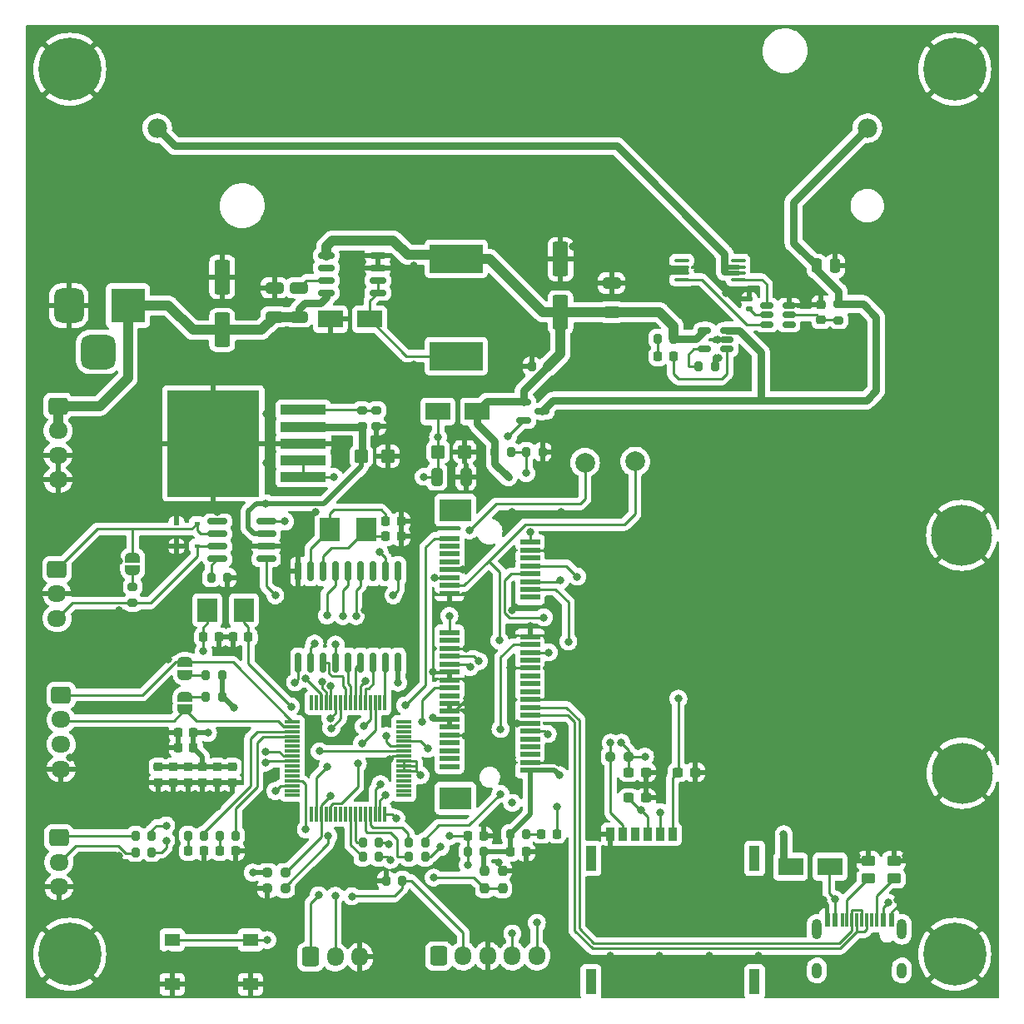
<source format=gbr>
%TF.GenerationSoftware,KiCad,Pcbnew,(6.0.6)*%
%TF.CreationDate,2022-10-20T14:17:53+09:00*%
%TF.ProjectId,LTE-base-H1,4c54452d-6261-4736-952d-48312e6b6963,rev?*%
%TF.SameCoordinates,Original*%
%TF.FileFunction,Copper,L1,Top*%
%TF.FilePolarity,Positive*%
%FSLAX46Y46*%
G04 Gerber Fmt 4.6, Leading zero omitted, Abs format (unit mm)*
G04 Created by KiCad (PCBNEW (6.0.6)) date 2022-10-20 14:17:53*
%MOMM*%
%LPD*%
G01*
G04 APERTURE LIST*
G04 Aperture macros list*
%AMRoundRect*
0 Rectangle with rounded corners*
0 $1 Rounding radius*
0 $2 $3 $4 $5 $6 $7 $8 $9 X,Y pos of 4 corners*
0 Add a 4 corners polygon primitive as box body*
4,1,4,$2,$3,$4,$5,$6,$7,$8,$9,$2,$3,0*
0 Add four circle primitives for the rounded corners*
1,1,$1+$1,$2,$3*
1,1,$1+$1,$4,$5*
1,1,$1+$1,$6,$7*
1,1,$1+$1,$8,$9*
0 Add four rect primitives between the rounded corners*
20,1,$1+$1,$2,$3,$4,$5,0*
20,1,$1+$1,$4,$5,$6,$7,0*
20,1,$1+$1,$6,$7,$8,$9,0*
20,1,$1+$1,$8,$9,$2,$3,0*%
%AMFreePoly0*
4,1,22,0.500000,-0.750000,0.000000,-0.750000,0.000000,-0.745033,-0.079941,-0.743568,-0.215256,-0.701293,-0.333266,-0.622738,-0.424486,-0.514219,-0.481581,-0.384460,-0.499164,-0.250000,-0.500000,-0.250000,-0.500000,0.250000,-0.499164,0.250000,-0.499963,0.256109,-0.478152,0.396186,-0.417904,0.524511,-0.324060,0.630769,-0.204165,0.706417,-0.067858,0.745374,0.000000,0.744959,0.000000,0.750000,
0.500000,0.750000,0.500000,-0.750000,0.500000,-0.750000,$1*%
%AMFreePoly1*
4,1,20,0.000000,0.744959,0.073905,0.744508,0.209726,0.703889,0.328688,0.626782,0.421226,0.519385,0.479903,0.390333,0.500000,0.250000,0.500000,-0.250000,0.499851,-0.262216,0.476331,-0.402017,0.414519,-0.529596,0.319384,-0.634700,0.198574,-0.708877,0.061801,-0.746166,0.000000,-0.745033,0.000000,-0.750000,-0.500000,-0.750000,-0.500000,0.750000,0.000000,0.750000,0.000000,0.744959,
0.000000,0.744959,$1*%
G04 Aperture macros list end*
%TA.AperFunction,SMDPad,CuDef*%
%ADD10RoundRect,0.225000X-0.225000X-0.250000X0.225000X-0.250000X0.225000X0.250000X-0.225000X0.250000X0*%
%TD*%
%TA.AperFunction,SMDPad,CuDef*%
%ADD11RoundRect,0.250000X0.550000X-1.500000X0.550000X1.500000X-0.550000X1.500000X-0.550000X-1.500000X0*%
%TD*%
%TA.AperFunction,SMDPad,CuDef*%
%ADD12RoundRect,0.250000X-0.450000X-0.425000X0.450000X-0.425000X0.450000X0.425000X-0.450000X0.425000X0*%
%TD*%
%TA.AperFunction,ComponentPad*%
%ADD13C,0.800000*%
%TD*%
%TA.AperFunction,ComponentPad*%
%ADD14C,6.400000*%
%TD*%
%TA.AperFunction,ComponentPad*%
%ADD15C,6.200000*%
%TD*%
%TA.AperFunction,SMDPad,CuDef*%
%ADD16RoundRect,0.200000X0.275000X-0.200000X0.275000X0.200000X-0.275000X0.200000X-0.275000X-0.200000X0*%
%TD*%
%TA.AperFunction,SMDPad,CuDef*%
%ADD17RoundRect,0.200000X0.200000X0.275000X-0.200000X0.275000X-0.200000X-0.275000X0.200000X-0.275000X0*%
%TD*%
%TA.AperFunction,ComponentPad*%
%ADD18RoundRect,0.250000X-0.725000X0.600000X-0.725000X-0.600000X0.725000X-0.600000X0.725000X0.600000X0*%
%TD*%
%TA.AperFunction,ComponentPad*%
%ADD19O,1.950000X1.700000*%
%TD*%
%TA.AperFunction,SMDPad,CuDef*%
%ADD20R,4.600000X1.100000*%
%TD*%
%TA.AperFunction,SMDPad,CuDef*%
%ADD21R,9.400000X10.800000*%
%TD*%
%TA.AperFunction,SMDPad,CuDef*%
%ADD22R,0.900000X1.350000*%
%TD*%
%TA.AperFunction,SMDPad,CuDef*%
%ADD23R,1.100000X2.600000*%
%TD*%
%TA.AperFunction,SMDPad,CuDef*%
%ADD24RoundRect,0.218750X0.218750X0.256250X-0.218750X0.256250X-0.218750X-0.256250X0.218750X-0.256250X0*%
%TD*%
%TA.AperFunction,SMDPad,CuDef*%
%ADD25R,2.500000X1.800000*%
%TD*%
%TA.AperFunction,SMDPad,CuDef*%
%ADD26R,0.600000X0.450000*%
%TD*%
%TA.AperFunction,SMDPad,CuDef*%
%ADD27RoundRect,0.237500X-0.300000X-0.237500X0.300000X-0.237500X0.300000X0.237500X-0.300000X0.237500X0*%
%TD*%
%TA.AperFunction,SMDPad,CuDef*%
%ADD28R,2.000000X2.400000*%
%TD*%
%TA.AperFunction,SMDPad,CuDef*%
%ADD29RoundRect,0.237500X-0.250000X-0.237500X0.250000X-0.237500X0.250000X0.237500X-0.250000X0.237500X0*%
%TD*%
%TA.AperFunction,SMDPad,CuDef*%
%ADD30RoundRect,0.200000X-0.275000X0.200000X-0.275000X-0.200000X0.275000X-0.200000X0.275000X0.200000X0*%
%TD*%
%TA.AperFunction,SMDPad,CuDef*%
%ADD31RoundRect,0.150000X-0.587500X-0.150000X0.587500X-0.150000X0.587500X0.150000X-0.587500X0.150000X0*%
%TD*%
%TA.AperFunction,SMDPad,CuDef*%
%ADD32RoundRect,0.250000X-0.450000X0.262500X-0.450000X-0.262500X0.450000X-0.262500X0.450000X0.262500X0*%
%TD*%
%TA.AperFunction,SMDPad,CuDef*%
%ADD33RoundRect,0.250000X0.650000X-0.325000X0.650000X0.325000X-0.650000X0.325000X-0.650000X-0.325000X0*%
%TD*%
%TA.AperFunction,SMDPad,CuDef*%
%ADD34RoundRect,0.225000X-0.250000X0.225000X-0.250000X-0.225000X0.250000X-0.225000X0.250000X0.225000X0*%
%TD*%
%TA.AperFunction,SMDPad,CuDef*%
%ADD35R,5.400000X2.900000*%
%TD*%
%TA.AperFunction,SMDPad,CuDef*%
%ADD36RoundRect,0.150000X-0.512500X-0.150000X0.512500X-0.150000X0.512500X0.150000X-0.512500X0.150000X0*%
%TD*%
%TA.AperFunction,ComponentPad*%
%ADD37RoundRect,0.250000X-0.600000X-0.725000X0.600000X-0.725000X0.600000X0.725000X-0.600000X0.725000X0*%
%TD*%
%TA.AperFunction,ComponentPad*%
%ADD38O,1.700000X1.950000*%
%TD*%
%TA.AperFunction,ComponentPad*%
%ADD39C,2.000000*%
%TD*%
%TA.AperFunction,SMDPad,CuDef*%
%ADD40R,2.000000X0.600000*%
%TD*%
%TA.AperFunction,SMDPad,CuDef*%
%ADD41R,3.200000X2.300000*%
%TD*%
%TA.AperFunction,SMDPad,CuDef*%
%ADD42RoundRect,0.135000X0.185000X-0.135000X0.185000X0.135000X-0.185000X0.135000X-0.185000X-0.135000X0*%
%TD*%
%TA.AperFunction,SMDPad,CuDef*%
%ADD43RoundRect,0.237500X-0.237500X0.250000X-0.237500X-0.250000X0.237500X-0.250000X0.237500X0.250000X0*%
%TD*%
%TA.AperFunction,SMDPad,CuDef*%
%ADD44RoundRect,0.150000X-0.150000X0.875000X-0.150000X-0.875000X0.150000X-0.875000X0.150000X0.875000X0*%
%TD*%
%TA.AperFunction,SMDPad,CuDef*%
%ADD45RoundRect,0.200000X-0.200000X-0.275000X0.200000X-0.275000X0.200000X0.275000X-0.200000X0.275000X0*%
%TD*%
%TA.AperFunction,SMDPad,CuDef*%
%ADD46RoundRect,0.250000X-0.250000X-0.475000X0.250000X-0.475000X0.250000X0.475000X-0.250000X0.475000X0*%
%TD*%
%TA.AperFunction,SMDPad,CuDef*%
%ADD47RoundRect,0.225000X0.250000X-0.225000X0.250000X0.225000X-0.250000X0.225000X-0.250000X-0.225000X0*%
%TD*%
%TA.AperFunction,SMDPad,CuDef*%
%ADD48RoundRect,0.150000X-0.675000X-0.150000X0.675000X-0.150000X0.675000X0.150000X-0.675000X0.150000X0*%
%TD*%
%TA.AperFunction,ComponentPad*%
%ADD49C,1.980000*%
%TD*%
%TA.AperFunction,SMDPad,CuDef*%
%ADD50RoundRect,0.237500X0.250000X0.237500X-0.250000X0.237500X-0.250000X-0.237500X0.250000X-0.237500X0*%
%TD*%
%TA.AperFunction,SMDPad,CuDef*%
%ADD51RoundRect,0.075000X0.700000X0.075000X-0.700000X0.075000X-0.700000X-0.075000X0.700000X-0.075000X0*%
%TD*%
%TA.AperFunction,SMDPad,CuDef*%
%ADD52RoundRect,0.075000X0.075000X0.700000X-0.075000X0.700000X-0.075000X-0.700000X0.075000X-0.700000X0*%
%TD*%
%TA.AperFunction,SMDPad,CuDef*%
%ADD53FreePoly0,270.000000*%
%TD*%
%TA.AperFunction,SMDPad,CuDef*%
%ADD54FreePoly1,270.000000*%
%TD*%
%TA.AperFunction,SMDPad,CuDef*%
%ADD55RoundRect,0.150000X0.825000X0.150000X-0.825000X0.150000X-0.825000X-0.150000X0.825000X-0.150000X0*%
%TD*%
%TA.AperFunction,SMDPad,CuDef*%
%ADD56R,0.600000X1.450000*%
%TD*%
%TA.AperFunction,SMDPad,CuDef*%
%ADD57R,0.300000X1.450000*%
%TD*%
%TA.AperFunction,ComponentPad*%
%ADD58O,1.000000X1.600000*%
%TD*%
%TA.AperFunction,ComponentPad*%
%ADD59O,1.000000X2.100000*%
%TD*%
%TA.AperFunction,SMDPad,CuDef*%
%ADD60RoundRect,0.225000X0.225000X0.250000X-0.225000X0.250000X-0.225000X-0.250000X0.225000X-0.250000X0*%
%TD*%
%TA.AperFunction,SMDPad,CuDef*%
%ADD61RoundRect,0.250000X-0.325000X-0.650000X0.325000X-0.650000X0.325000X0.650000X-0.325000X0.650000X0*%
%TD*%
%TA.AperFunction,SMDPad,CuDef*%
%ADD62R,1.550000X1.300000*%
%TD*%
%TA.AperFunction,SMDPad,CuDef*%
%ADD63RoundRect,0.150000X0.512500X0.150000X-0.512500X0.150000X-0.512500X-0.150000X0.512500X-0.150000X0*%
%TD*%
%TA.AperFunction,SMDPad,CuDef*%
%ADD64RoundRect,0.100000X-0.637500X-0.100000X0.637500X-0.100000X0.637500X0.100000X-0.637500X0.100000X0*%
%TD*%
%TA.AperFunction,SMDPad,CuDef*%
%ADD65FreePoly0,90.000000*%
%TD*%
%TA.AperFunction,SMDPad,CuDef*%
%ADD66FreePoly1,90.000000*%
%TD*%
%TA.AperFunction,ComponentPad*%
%ADD67R,3.500000X3.500000*%
%TD*%
%TA.AperFunction,ComponentPad*%
%ADD68RoundRect,0.750000X-0.750000X-1.000000X0.750000X-1.000000X0.750000X1.000000X-0.750000X1.000000X0*%
%TD*%
%TA.AperFunction,ComponentPad*%
%ADD69RoundRect,0.875000X-0.875000X-0.875000X0.875000X-0.875000X0.875000X0.875000X-0.875000X0.875000X0*%
%TD*%
%TA.AperFunction,SMDPad,CuDef*%
%ADD70RoundRect,0.237500X0.237500X-0.250000X0.237500X0.250000X-0.237500X0.250000X-0.237500X-0.250000X0*%
%TD*%
%TA.AperFunction,ViaPad*%
%ADD71C,0.800000*%
%TD*%
%TA.AperFunction,Conductor*%
%ADD72C,0.250000*%
%TD*%
%TA.AperFunction,Conductor*%
%ADD73C,0.800000*%
%TD*%
%TA.AperFunction,Conductor*%
%ADD74C,0.500000*%
%TD*%
%TA.AperFunction,Conductor*%
%ADD75C,1.000000*%
%TD*%
G04 APERTURE END LIST*
D10*
%TO.P,C10,1*%
%TO.N,/MCU/OSC2*%
X137125000Y-107500000D03*
%TO.P,C10,2*%
%TO.N,GND*%
X138675000Y-107500000D03*
%TD*%
D11*
%TO.P,C7,1*%
%TO.N,VDC*%
X120500000Y-86525000D03*
%TO.P,C7,2*%
%TO.N,GND*%
X120500000Y-81125000D03*
%TD*%
D12*
%TO.P,C5,1*%
%TO.N,+3V3*%
X134650000Y-99350000D03*
%TO.P,C5,2*%
%TO.N,GND*%
X137350000Y-99350000D03*
%TD*%
D13*
%TO.P,H4,1,1*%
%TO.N,GND*%
X195000000Y-57600000D03*
X196697056Y-58302944D03*
X195000000Y-62400000D03*
D14*
X195000000Y-60000000D03*
D13*
X197400000Y-60000000D03*
X192600000Y-60000000D03*
X193302944Y-61697056D03*
X193302944Y-58302944D03*
X196697056Y-61697056D03*
%TD*%
D15*
%TO.P,J4,1,Pin_1*%
%TO.N,GND*%
X195700000Y-107400000D03*
%TD*%
D16*
%TO.P,R5,1*%
%TO.N,/MCU/CANH*%
X111400000Y-114275000D03*
%TO.P,R5,2*%
%TO.N,Net-(JP1-Pad2)*%
X111400000Y-112625000D03*
%TD*%
D17*
%TO.P,R6,1*%
%TO.N,+3V3*%
X147125000Y-139550000D03*
%TO.P,R6,2*%
%TO.N,/MCU/NRST*%
X145475000Y-139550000D03*
%TD*%
%TO.P,R8,1*%
%TO.N,+3V3*%
X120500000Y-123800000D03*
%TO.P,R8,2*%
%TO.N,Net-(JP2-Pad2)*%
X118850000Y-123800000D03*
%TD*%
D18*
%TO.P,J11,1,Pin_1*%
%TO.N,VDC*%
X103800000Y-94250000D03*
D19*
%TO.P,J11,2,Pin_2*%
X103800000Y-96750000D03*
%TO.P,J11,3,Pin_3*%
%TO.N,GND*%
X103800000Y-99250000D03*
%TO.P,J11,4,Pin_4*%
X103800000Y-101750000D03*
%TD*%
D13*
%TO.P,H2,1,1*%
%TO.N,GND*%
X105000000Y-152400000D03*
X103302944Y-148302944D03*
X103302944Y-151697056D03*
X106697056Y-151697056D03*
X106697056Y-148302944D03*
X107400000Y-150000000D03*
X105000000Y-147600000D03*
X102600000Y-150000000D03*
D14*
X105000000Y-150000000D03*
%TD*%
D20*
%TO.P,U5,1,EN*%
%TO.N,Net-(C27-Pad1)*%
X128750000Y-101450000D03*
%TO.P,U5,2,VIN*%
X128750000Y-99750000D03*
%TO.P,U5,3,GND*%
%TO.N,GND*%
X128750000Y-98050000D03*
D21*
X119600000Y-98050000D03*
D20*
%TO.P,U5,4,VOUT*%
%TO.N,+3V3*%
X128750000Y-96350000D03*
%TO.P,U5,5,ADJ*%
%TO.N,Net-(R3-Pad2)*%
X128750000Y-94650000D03*
%TD*%
D22*
%TO.P,U6,1,VCC*%
%TO.N,/BG96/USIM_VDD*%
X161270000Y-137800000D03*
%TO.P,U6,2,RST*%
%TO.N,/BG96/USIM_RST*%
X163780000Y-137800000D03*
%TO.P,U6,3,CLK*%
%TO.N,/BG96/USIM_CLK*%
X166300000Y-137800000D03*
%TO.P,U6,5,GND*%
%TO.N,GND*%
X160000000Y-137800000D03*
%TO.P,U6,6,VPP*%
%TO.N,unconnected-(U6-Pad6)*%
X162520000Y-137800000D03*
%TO.P,U6,7,I/O*%
%TO.N,/BG96/USIM_DATA*%
X165040000Y-137800000D03*
D23*
%TO.P,U6,GND*%
%TO.N,N/C*%
X174650000Y-140250000D03*
X158000000Y-140250000D03*
X158000000Y-152799999D03*
X174650000Y-152800000D03*
%TD*%
D24*
%TO.P,D5,1,K*%
%TO.N,GND*%
X118643500Y-139522000D03*
%TO.P,D5,2,A*%
%TO.N,Net-(D5-Pad2)*%
X117068500Y-139522000D03*
%TD*%
D25*
%TO.P,D3,1,K*%
%TO.N,Net-(D3-Pad1)*%
X135500000Y-85425000D03*
%TO.P,D3,2,A*%
%TO.N,GND*%
X131500000Y-85425000D03*
%TD*%
D17*
%TO.P,R31,1*%
%TO.N,+3V3*%
X120500000Y-121600000D03*
%TO.P,R31,2*%
%TO.N,Net-(JP3-Pad2)*%
X118850000Y-121600000D03*
%TD*%
D25*
%TO.P,D10,1,K*%
%TO.N,Net-(C27-Pad1)*%
X142450000Y-94800000D03*
%TO.P,D10,2,A*%
%TO.N,+5V*%
X146450000Y-94800000D03*
%TD*%
D17*
%TO.P,R29,1*%
%TO.N,+5V*%
X153625000Y-90200000D03*
%TO.P,R29,2*%
%TO.N,GND*%
X151975000Y-90200000D03*
%TD*%
D16*
%TO.P,R3,1*%
%TO.N,+3V3*%
X134700000Y-96325000D03*
%TO.P,R3,2*%
%TO.N,Net-(R3-Pad2)*%
X134700000Y-94675000D03*
%TD*%
D17*
%TO.P,R7,1*%
%TO.N,/MCU/LED2*%
X121881000Y-137922000D03*
%TO.P,R7,2*%
%TO.N,Net-(D2-Pad2)*%
X120231000Y-137922000D03*
%TD*%
D10*
%TO.P,C6,1*%
%TO.N,/MCU/OSC1*%
X137125000Y-106000000D03*
%TO.P,C6,2*%
%TO.N,GND*%
X138675000Y-106000000D03*
%TD*%
D26*
%TO.P,D1,1,A1*%
%TO.N,GND*%
X115850000Y-108500000D03*
%TO.P,D1,2,A2*%
%TO.N,/MCU/CANH*%
X117950000Y-108500000D03*
%TD*%
D24*
%TO.P,D2,1,K*%
%TO.N,GND*%
X121843500Y-139522000D03*
%TO.P,D2,2,A*%
%TO.N,Net-(D2-Pad2)*%
X120268500Y-139522000D03*
%TD*%
D16*
%TO.P,R26,1*%
%TO.N,Net-(C25-Pad1)*%
X183200000Y-85525000D03*
%TO.P,R26,2*%
%TO.N,+BATT*%
X183200000Y-83875000D03*
%TD*%
D27*
%TO.P,C21,1*%
%TO.N,/BG96/USIM_CLK*%
X166837500Y-131500000D03*
%TO.P,C21,2*%
%TO.N,GND*%
X168562500Y-131500000D03*
%TD*%
D28*
%TO.P,Y2,1,1*%
%TO.N,/MCU/OSC1*%
X131450000Y-106800000D03*
%TO.P,Y2,2,2*%
%TO.N,/MCU/OSC2*%
X135150000Y-106800000D03*
%TD*%
D29*
%TO.P,R13,1*%
%TO.N,+3V3*%
X125087500Y-141700000D03*
%TO.P,R13,2*%
%TO.N,/BG96/DTR*%
X126912500Y-141700000D03*
%TD*%
D30*
%TO.P,R4,1*%
%TO.N,Net-(R3-Pad2)*%
X136200000Y-94675000D03*
%TO.P,R4,2*%
%TO.N,GND*%
X136200000Y-96325000D03*
%TD*%
D31*
%TO.P,Q1,1,G*%
%TO.N,+5V*%
X151162500Y-93850000D03*
%TO.P,Q1,2,S*%
%TO.N,Net-(C27-Pad1)*%
X151162500Y-95750000D03*
%TO.P,Q1,3,D*%
%TO.N,+BATT*%
X153037500Y-94800000D03*
%TD*%
D32*
%TO.P,R11,1*%
%TO.N,GND*%
X188800000Y-140487500D03*
%TO.P,R11,2*%
%TO.N,Net-(J5-PadB5)*%
X188800000Y-142312500D03*
%TD*%
%TO.P,R10,1*%
%TO.N,GND*%
X186200000Y-140487500D03*
%TO.P,R10,2*%
%TO.N,Net-(J5-PadA5)*%
X186200000Y-142312500D03*
%TD*%
D33*
%TO.P,C9,1*%
%TO.N,VDC*%
X128300000Y-85175000D03*
%TO.P,C9,2*%
%TO.N,Net-(C9-Pad2)*%
X128300000Y-82225000D03*
%TD*%
D15*
%TO.P,J3,1,Pin_1*%
%TO.N,GND*%
X195750000Y-131600000D03*
%TD*%
D17*
%TO.P,R1,1*%
%TO.N,/MCU/USART3_RX*%
X113347000Y-139622000D03*
%TO.P,R1,2*%
%TO.N,Net-(J6-Pad2)*%
X111697000Y-139622000D03*
%TD*%
D34*
%TO.P,C12,1*%
%TO.N,+3V3*%
X115500000Y-130975000D03*
%TO.P,C12,2*%
%TO.N,GND*%
X115500000Y-132525000D03*
%TD*%
D35*
%TO.P,L2,1*%
%TO.N,Net-(D3-Pad1)*%
X144300000Y-89175000D03*
%TO.P,L2,2*%
%TO.N,+5V*%
X144300000Y-79275000D03*
%TD*%
D36*
%TO.P,U9,1,OD*%
%TO.N,/OD*%
X175862500Y-84050000D03*
%TO.P,U9,2,CS*%
%TO.N,/CS*%
X175862500Y-85000000D03*
%TO.P,U9,3,OC*%
%TO.N,/OC*%
X175862500Y-85950000D03*
%TO.P,U9,4,TD*%
%TO.N,unconnected-(U9-Pad4)*%
X178137500Y-85950000D03*
%TO.P,U9,5,VCC*%
%TO.N,Net-(C25-Pad1)*%
X178137500Y-85000000D03*
%TO.P,U9,6,GND*%
%TO.N,GND*%
X178137500Y-84050000D03*
%TD*%
D37*
%TO.P,J7,1,Pin_1*%
%TO.N,/MCU/DEBUG_TX*%
X129500000Y-150275000D03*
D38*
%TO.P,J7,2,Pin_2*%
%TO.N,/MCU/DEBUG_RX*%
X132000000Y-150275000D03*
%TO.P,J7,3,Pin_3*%
%TO.N,GND*%
X134500000Y-150275000D03*
%TD*%
D13*
%TO.P,H1,1,1*%
%TO.N,GND*%
X195000000Y-152400000D03*
X196697056Y-148302944D03*
D14*
X195000000Y-150000000D03*
D13*
X193302944Y-148302944D03*
X195000000Y-147600000D03*
X193302944Y-151697056D03*
X197400000Y-150000000D03*
X196697056Y-151697056D03*
X192600000Y-150000000D03*
%TD*%
D39*
%TO.P,TP2,1,1*%
%TO.N,/BG96/UART_RX*%
X157400000Y-100000000D03*
%TD*%
D40*
%TO.P,J1,1,Pin_1*%
%TO.N,/BG96/PWRKEY*%
X143600000Y-107700000D03*
%TO.P,J1,2,Pin_2*%
%TO.N,+3V3*%
X151800000Y-108100000D03*
%TO.P,J1,3,Pin_3*%
%TO.N,unconnected-(J1-Pad3)*%
X143600000Y-108500000D03*
%TO.P,J1,4,Pin_4*%
%TO.N,GND*%
X151800000Y-108900000D03*
%TO.P,J1,5,Pin_5*%
%TO.N,unconnected-(J1-Pad5)*%
X143600000Y-109300000D03*
%TO.P,J1,6,Pin_6*%
%TO.N,unconnected-(J1-Pad6)*%
X151800000Y-109700000D03*
%TO.P,J1,7,Pin_7*%
%TO.N,unconnected-(J1-Pad7)*%
X143600000Y-110100000D03*
%TO.P,J1,8,Pin_8*%
%TO.N,/BG96/USIM_VDD*%
X151800000Y-110500000D03*
%TO.P,J1,9,Pin_9*%
%TO.N,GND*%
X143600000Y-110900000D03*
%TO.P,J1,10,Pin_10*%
%TO.N,/BG96/USIM_DATA*%
X151800000Y-111300000D03*
%TO.P,J1,11,Pin_11*%
%TO.N,/BG96/UART_RX*%
X143600000Y-111700000D03*
%TO.P,J1,12,Pin_12*%
%TO.N,/BG96/USIM_CLK*%
X151800000Y-112100000D03*
%TO.P,J1,13,Pin_13*%
%TO.N,/BG96/UART_TX*%
X143600000Y-112500000D03*
%TO.P,J1,14,Pin_14*%
%TO.N,/BG96/USIM_RST*%
X151800000Y-112900000D03*
%TO.P,J1,15,Pin_15*%
%TO.N,GND*%
X143600000Y-113300000D03*
%TO.P,J1,16,Pin_16*%
%TO.N,unconnected-(J1-Pad16)*%
X151800000Y-113700000D03*
%TO.P,J1,17,Pin_17*%
%TO.N,/BG96/RI*%
X143600000Y-117300000D03*
%TO.P,J1,18,Pin_18*%
%TO.N,GND*%
X151800000Y-117700000D03*
%TO.P,J1,19,Pin_19*%
%TO.N,unconnected-(J1-Pad19)*%
X143600000Y-118100000D03*
%TO.P,J1,20,Pin_20*%
%TO.N,/BG96/nW_DISABLE*%
X151800000Y-118500000D03*
%TO.P,J1,21,Pin_21*%
%TO.N,GND*%
X143600000Y-118900000D03*
%TO.P,J1,22,Pin_22*%
%TO.N,/BG96/nPERST*%
X151800000Y-119300000D03*
%TO.P,J1,23,Pin_23*%
%TO.N,/BG96/UART_CTS*%
X143600000Y-119700000D03*
%TO.P,J1,24,Pin_24*%
%TO.N,unconnected-(J1-Pad24)*%
X151800000Y-120100000D03*
%TO.P,J1,25,Pin_25*%
%TO.N,/BG96/UART_RTS*%
X143600000Y-120500000D03*
%TO.P,J1,26,Pin_26*%
%TO.N,GND*%
X151800000Y-120900000D03*
%TO.P,J1,27,Pin_27*%
X143600000Y-121300000D03*
%TO.P,J1,28,Pin_28*%
%TO.N,unconnected-(J1-Pad28)*%
X151800000Y-121700000D03*
%TO.P,J1,29,Pin_29*%
%TO.N,GND*%
X143600000Y-122100000D03*
%TO.P,J1,30,Pin_30*%
%TO.N,/BG96/I2C_SCL*%
X151800000Y-122500000D03*
%TO.P,J1,31,Pin_31*%
%TO.N,/BG96/DTR*%
X143600000Y-122900000D03*
%TO.P,J1,32,Pin_32*%
%TO.N,/BG96/I2C_SDA*%
X151800000Y-123300000D03*
%TO.P,J1,33,Pin_33*%
%TO.N,/BG96/DCD*%
X143600000Y-123700000D03*
%TO.P,J1,34,Pin_34*%
%TO.N,GND*%
X151800000Y-124100000D03*
%TO.P,J1,35,Pin_35*%
X143600000Y-124500000D03*
%TO.P,J1,36,Pin_36*%
%TO.N,/BG96/USB_DM*%
X151800000Y-124900000D03*
%TO.P,J1,37,Pin_37*%
%TO.N,GND*%
X143600000Y-125300000D03*
%TO.P,J1,38,Pin_38*%
%TO.N,/BG96/USB_DP*%
X151800000Y-125700000D03*
%TO.P,J1,39,Pin_39*%
%TO.N,+3V3*%
X143600000Y-126100000D03*
%TO.P,J1,40,Pin_40*%
%TO.N,GND*%
X151800000Y-126500000D03*
%TO.P,J1,41,Pin_41*%
%TO.N,+3V3*%
X143600000Y-126900000D03*
%TO.P,J1,42,Pin_42*%
%TO.N,/BG96/nLED_WWAN*%
X151800000Y-127300000D03*
%TO.P,J1,43,Pin_43*%
%TO.N,GND*%
X143600000Y-127700000D03*
%TO.P,J1,44,Pin_44*%
%TO.N,unconnected-(J1-Pad44)*%
X151800000Y-128100000D03*
%TO.P,J1,45,Pin_45*%
%TO.N,/BG96/PCM_CLK*%
X143600000Y-128500000D03*
%TO.P,J1,46,Pin_46*%
%TO.N,unconnected-(J1-Pad46)*%
X151800000Y-128900000D03*
%TO.P,J1,47,Pin_47*%
%TO.N,/BG96/PCM_DOUT*%
X143600000Y-129300000D03*
%TO.P,J1,48,Pin_48*%
%TO.N,unconnected-(J1-Pad48)*%
X151800000Y-129700000D03*
%TO.P,J1,49,Pin_49*%
%TO.N,/BG96/PCM_DIN*%
X143600000Y-130100000D03*
%TO.P,J1,50,Pin_50*%
%TO.N,GND*%
X151800000Y-130500000D03*
%TO.P,J1,51,Pin_51*%
%TO.N,/BG96/PCM_SYNC*%
X143600000Y-130900000D03*
%TO.P,J1,52,Pin_52*%
%TO.N,+3V3*%
X151800000Y-131300000D03*
D41*
%TO.P,J1,MP*%
%TO.N,N/C*%
X144200000Y-134150000D03*
X144200000Y-104850000D03*
%TD*%
D42*
%TO.P,R22,1*%
%TO.N,/CS*%
X174100000Y-84410000D03*
%TO.P,R22,2*%
%TO.N,GND*%
X174100000Y-83390000D03*
%TD*%
D10*
%TO.P,C2,1*%
%TO.N,/MCU/OSC_IN*%
X118600000Y-117750000D03*
%TO.P,C2,2*%
%TO.N,GND*%
X120150000Y-117750000D03*
%TD*%
D27*
%TO.P,C22,1*%
%TO.N,/BG96/USIM_DATA*%
X161837500Y-131500000D03*
%TO.P,C22,2*%
%TO.N,GND*%
X163562500Y-131500000D03*
%TD*%
D34*
%TO.P,C17,1*%
%TO.N,+3V3*%
X121500000Y-130975000D03*
%TO.P,C17,2*%
%TO.N,GND*%
X121500000Y-132525000D03*
%TD*%
D43*
%TO.P,R15,1*%
%TO.N,+3V3*%
X147200000Y-141487500D03*
%TO.P,R15,2*%
%TO.N,/BG96/PWRKEY*%
X147200000Y-143312500D03*
%TD*%
D34*
%TO.P,C19,1*%
%TO.N,+3V3*%
X118500000Y-130975000D03*
%TO.P,C19,2*%
%TO.N,GND*%
X118500000Y-132525000D03*
%TD*%
D10*
%TO.P,C11,1*%
%TO.N,/MCU/NRST*%
X145525000Y-138000000D03*
%TO.P,C11,2*%
%TO.N,GND*%
X147075000Y-138000000D03*
%TD*%
D17*
%TO.P,R9,1*%
%TO.N,/MCU/LED1*%
X118681000Y-137922000D03*
%TO.P,R9,2*%
%TO.N,Net-(D5-Pad2)*%
X117031000Y-137922000D03*
%TD*%
D25*
%TO.P,D7,1,K*%
%TO.N,+5V*%
X178300000Y-141100000D03*
%TO.P,D7,2,A*%
%TO.N,Net-(D7-Pad2)*%
X182300000Y-141100000D03*
%TD*%
D34*
%TO.P,C14,1*%
%TO.N,+3V3*%
X114000000Y-130975000D03*
%TO.P,C14,2*%
%TO.N,GND*%
X114000000Y-132525000D03*
%TD*%
D44*
%TO.P,U3,1,TXCAN*%
%TO.N,/MCU/TXCAN*%
X138380000Y-111050000D03*
%TO.P,U3,2,RXCAN*%
%TO.N,/MCU/RXCAN*%
X137110000Y-111050000D03*
%TO.P,U3,3,CLKOUT/SOF*%
%TO.N,/MCU/SOF*%
X135840000Y-111050000D03*
%TO.P,U3,4,~{TX0RTS}*%
%TO.N,/MCU/TX0RTS*%
X134570000Y-111050000D03*
%TO.P,U3,5,~{TX1RTS}*%
%TO.N,/MCU/TX1RTS*%
X133300000Y-111050000D03*
%TO.P,U3,6,~{TX2RTS}*%
%TO.N,/MCU/TX2RTS*%
X132030000Y-111050000D03*
%TO.P,U3,7,OSC2*%
%TO.N,/MCU/OSC2*%
X130760000Y-111050000D03*
%TO.P,U3,8,OSC1*%
%TO.N,/MCU/OSC1*%
X129490000Y-111050000D03*
%TO.P,U3,9,VSS*%
%TO.N,GND*%
X128220000Y-111050000D03*
%TO.P,U3,10,~{RX1BF}*%
%TO.N,/MCU/RX1BF*%
X128220000Y-120350000D03*
%TO.P,U3,11,~{RX0BF}*%
%TO.N,/MCU/RX0BF*%
X129490000Y-120350000D03*
%TO.P,U3,12,~{INT}*%
%TO.N,/MCU/MCP_INT*%
X130760000Y-120350000D03*
%TO.P,U3,13,SCK*%
%TO.N,/MCU/SPI1_SCK*%
X132030000Y-120350000D03*
%TO.P,U3,14,SI*%
%TO.N,/MCU/SPI1_MOSI*%
X133300000Y-120350000D03*
%TO.P,U3,15,SO*%
%TO.N,/MCU/SPI1_MISO*%
X134570000Y-120350000D03*
%TO.P,U3,16,~{CS}*%
%TO.N,/MCU/SPI1_NSS*%
X135840000Y-120350000D03*
%TO.P,U3,17,~{RESET}*%
%TO.N,/MCU/MCP_RESET*%
X137110000Y-120350000D03*
%TO.P,U3,18,VDD*%
%TO.N,+3V3*%
X138380000Y-120350000D03*
%TD*%
D28*
%TO.P,Y1,1,1*%
%TO.N,/MCU/OSC_IN*%
X119000000Y-115000000D03*
%TO.P,Y1,2,2*%
%TO.N,/MCU/OSC_OUT*%
X122700000Y-115000000D03*
%TD*%
D39*
%TO.P,TP1,1,1*%
%TO.N,/BG96/UART_TX*%
X162500000Y-99900000D03*
%TD*%
D45*
%TO.P,R25,1*%
%TO.N,Net-(D9-Pad2)*%
X164775000Y-87400000D03*
%TO.P,R25,2*%
%TO.N,+5V*%
X166425000Y-87400000D03*
%TD*%
D46*
%TO.P,C26,1*%
%TO.N,+BATT*%
X180950000Y-80000000D03*
%TO.P,C26,2*%
%TO.N,GND*%
X182850000Y-80000000D03*
%TD*%
D47*
%TO.P,C25,1*%
%TO.N,Net-(C25-Pad1)*%
X181400000Y-85475000D03*
%TO.P,C25,2*%
%TO.N,GND*%
X181400000Y-83925000D03*
%TD*%
D27*
%TO.P,C20,1*%
%TO.N,/BG96/USIM_RST*%
X161837500Y-134100000D03*
%TO.P,C20,2*%
%TO.N,GND*%
X163562500Y-134100000D03*
%TD*%
D17*
%TO.P,R2,1*%
%TO.N,/MCU/SWCLK_BT0*%
X138825000Y-142500000D03*
%TO.P,R2,2*%
%TO.N,GND*%
X137175000Y-142500000D03*
%TD*%
D26*
%TO.P,D6,1,A1*%
%TO.N,GND*%
X115850000Y-106200000D03*
%TO.P,D6,2,A2*%
%TO.N,/MCU/CANL*%
X117950000Y-106200000D03*
%TD*%
D24*
%TO.P,D9,1,K*%
%TO.N,Net-(D9-Pad1)*%
X166387500Y-89200000D03*
%TO.P,D9,2,A*%
%TO.N,Net-(D9-Pad2)*%
X164812500Y-89200000D03*
%TD*%
D18*
%TO.P,J9,1,Pin_1*%
%TO.N,/MCU/I2C2_SCL*%
X104125000Y-123650000D03*
D19*
%TO.P,J9,2,Pin_2*%
%TO.N,/MCU/I2C2_SDA*%
X104125000Y-126150000D03*
%TO.P,J9,3,Pin_3*%
%TO.N,+3V3*%
X104125000Y-128650000D03*
%TO.P,J9,4,Pin_4*%
%TO.N,GND*%
X104125000Y-131150000D03*
%TD*%
D45*
%TO.P,R17,1*%
%TO.N,+3V3*%
X149775000Y-137775000D03*
%TO.P,R17,2*%
%TO.N,Net-(D8-Pad2)*%
X151425000Y-137775000D03*
%TD*%
D48*
%TO.P,U1,1,FB*%
%TO.N,+5V*%
X131075000Y-78920000D03*
%TO.P,U1,2,NC*%
%TO.N,unconnected-(U1-Pad2)*%
X131075000Y-80190000D03*
%TO.P,U1,3,VC*%
%TO.N,Net-(C9-Pad2)*%
X131075000Y-81460000D03*
%TO.P,U1,4,VIN*%
%TO.N,VDC*%
X131075000Y-82730000D03*
%TO.P,U1,5,SW1*%
%TO.N,Net-(D3-Pad1)*%
X136325000Y-82730000D03*
%TO.P,U1,6,SW2*%
X136325000Y-81460000D03*
%TO.P,U1,7,GND*%
%TO.N,GND*%
X136325000Y-80190000D03*
%TO.P,U1,8,GND*%
X136325000Y-78920000D03*
%TD*%
D49*
%TO.P,BT1,1,+*%
%TO.N,+BATT*%
X186110000Y-66000000D03*
%TO.P,BT1,2,-*%
%TO.N,-BATT*%
X113890000Y-66000000D03*
%TD*%
D34*
%TO.P,C18,1*%
%TO.N,+3V3*%
X120000000Y-130975000D03*
%TO.P,C18,2*%
%TO.N,GND*%
X120000000Y-132525000D03*
%TD*%
D50*
%TO.P,R14,1*%
%TO.N,/BG96/nPERST*%
X126912500Y-143300000D03*
%TO.P,R14,2*%
%TO.N,GND*%
X125087500Y-143300000D03*
%TD*%
D51*
%TO.P,U2,1,PC11*%
%TO.N,unconnected-(U2-Pad1)*%
X138975000Y-133850000D03*
%TO.P,U2,2,PC12*%
%TO.N,unconnected-(U2-Pad2)*%
X138975000Y-133350000D03*
%TO.P,U2,3,PC13*%
%TO.N,unconnected-(U2-Pad3)*%
X138975000Y-132850000D03*
%TO.P,U2,4,PC14-OSC32_IN*%
%TO.N,unconnected-(U2-Pad4)*%
X138975000Y-132350000D03*
%TO.P,U2,5,PC15-OSC32_OUT*%
%TO.N,unconnected-(U2-Pad5)*%
X138975000Y-131850000D03*
%TO.P,U2,6,VBAT*%
%TO.N,+3V3*%
X138975000Y-131350000D03*
%TO.P,U2,7,VREF+*%
X138975000Y-130850000D03*
%TO.P,U2,8,VDD/VDDA*%
X138975000Y-130350000D03*
%TO.P,U2,9,VSS/VSSA*%
%TO.N,GND*%
X138975000Y-129850000D03*
%TO.P,U2,10,PF0-OSC_IN*%
%TO.N,/MCU/OSC_IN*%
X138975000Y-129350000D03*
%TO.P,U2,11,PF1-OSC_OUT*%
%TO.N,/MCU/OSC_OUT*%
X138975000Y-128850000D03*
%TO.P,U2,12,~{NRST}*%
%TO.N,/MCU/NRST*%
X138975000Y-128350000D03*
%TO.P,U2,13,PC0*%
%TO.N,unconnected-(U2-Pad13)*%
X138975000Y-127850000D03*
%TO.P,U2,14,PC1*%
%TO.N,unconnected-(U2-Pad14)*%
X138975000Y-127350000D03*
%TO.P,U2,15,PC2*%
%TO.N,unconnected-(U2-Pad15)*%
X138975000Y-126850000D03*
%TO.P,U2,16,PC3*%
%TO.N,unconnected-(U2-Pad16)*%
X138975000Y-126350000D03*
D52*
%TO.P,U2,17,PA0*%
%TO.N,/MCU/MCP_RESET*%
X137050000Y-124425000D03*
%TO.P,U2,18,PA1*%
%TO.N,unconnected-(U2-Pad18)*%
X136550000Y-124425000D03*
%TO.P,U2,19,PA2*%
%TO.N,/MCU/DEBUG_TX*%
X136050000Y-124425000D03*
%TO.P,U2,20,PA3*%
%TO.N,/MCU/DEBUG_RX*%
X135550000Y-124425000D03*
%TO.P,U2,21,PA4*%
%TO.N,/MCU/SPI1_NSS*%
X135050000Y-124425000D03*
%TO.P,U2,22,PA5*%
%TO.N,/MCU/SPI1_SCK*%
X134550000Y-124425000D03*
%TO.P,U2,23,PA6*%
%TO.N,/MCU/SPI1_MISO*%
X134050000Y-124425000D03*
%TO.P,U2,24,PA7*%
%TO.N,/MCU/SPI1_MOSI*%
X133550000Y-124425000D03*
%TO.P,U2,25,PC4*%
%TO.N,/MCU/MCP_INT*%
X133050000Y-124425000D03*
%TO.P,U2,26,PC5*%
%TO.N,/MCU/RX0BF*%
X132550000Y-124425000D03*
%TO.P,U2,27,PB0*%
%TO.N,/MCU/RX1BF*%
X132050000Y-124425000D03*
%TO.P,U2,28,PB1*%
%TO.N,/MCU/TX0RTS*%
X131550000Y-124425000D03*
%TO.P,U2,29,PB2*%
%TO.N,/MCU/TX1RTS*%
X131050000Y-124425000D03*
%TO.P,U2,30,PB10*%
%TO.N,/MCU/TX2RTS*%
X130550000Y-124425000D03*
%TO.P,U2,31,PB11*%
%TO.N,unconnected-(U2-Pad31)*%
X130050000Y-124425000D03*
%TO.P,U2,32,PB12*%
%TO.N,unconnected-(U2-Pad32)*%
X129550000Y-124425000D03*
D51*
%TO.P,U2,33,PB13*%
%TO.N,/MCU/I2C2_SCL*%
X127625000Y-126350000D03*
%TO.P,U2,34,PB14*%
%TO.N,/MCU/I2C2_SDA*%
X127625000Y-126850000D03*
%TO.P,U2,35,PB15*%
%TO.N,/MCU/LED1*%
X127625000Y-127350000D03*
%TO.P,U2,36,PA8*%
%TO.N,/MCU/LED2*%
X127625000Y-127850000D03*
%TO.P,U2,37,PA9*%
%TO.N,unconnected-(U2-Pad37)*%
X127625000Y-128350000D03*
%TO.P,U2,38,PC6*%
%TO.N,unconnected-(U2-Pad38)*%
X127625000Y-128850000D03*
%TO.P,U2,39,PC7*%
%TO.N,unconnected-(U2-Pad39)*%
X127625000Y-129350000D03*
%TO.P,U2,40,PD8*%
%TO.N,/MCU/USART3_TX*%
X127625000Y-129850000D03*
%TO.P,U2,41,PD9*%
%TO.N,/MCU/USART3_RX*%
X127625000Y-130350000D03*
%TO.P,U2,42,PA10*%
%TO.N,unconnected-(U2-Pad42)*%
X127625000Y-130850000D03*
%TO.P,U2,43,PA11*%
%TO.N,unconnected-(U2-Pad43)*%
X127625000Y-131350000D03*
%TO.P,U2,44,PA12*%
%TO.N,unconnected-(U2-Pad44)*%
X127625000Y-131850000D03*
%TO.P,U2,45,PA13*%
%TO.N,/MCU/SWDIO*%
X127625000Y-132350000D03*
%TO.P,U2,46,PA14-BOOT0*%
%TO.N,/MCU/SWCLK_BT0*%
X127625000Y-132850000D03*
%TO.P,U2,47,PA15*%
%TO.N,unconnected-(U2-Pad47)*%
X127625000Y-133350000D03*
%TO.P,U2,48,PC8*%
%TO.N,unconnected-(U2-Pad48)*%
X127625000Y-133850000D03*
D52*
%TO.P,U2,49,PC9*%
%TO.N,unconnected-(U2-Pad49)*%
X129550000Y-135775000D03*
%TO.P,U2,50,PD0*%
%TO.N,/BG96/RI*%
X130050000Y-135775000D03*
%TO.P,U2,51,PD1*%
%TO.N,/BG96/DTR*%
X130550000Y-135775000D03*
%TO.P,U2,52,PD2*%
%TO.N,unconnected-(U2-Pad52)*%
X131050000Y-135775000D03*
%TO.P,U2,53,PD3*%
%TO.N,/EXT_PWR_DET*%
X131550000Y-135775000D03*
%TO.P,U2,54,PD4*%
%TO.N,unconnected-(U2-Pad54)*%
X132050000Y-135775000D03*
%TO.P,U2,55,PD5*%
%TO.N,unconnected-(U2-Pad55)*%
X132550000Y-135775000D03*
%TO.P,U2,56,PD6*%
%TO.N,unconnected-(U2-Pad56)*%
X133050000Y-135775000D03*
%TO.P,U2,57,PB3*%
%TO.N,/MCU/USART1_RTS*%
X133550000Y-135775000D03*
%TO.P,U2,58,PB4*%
%TO.N,/MCU/USART1_CTS*%
X134050000Y-135775000D03*
%TO.P,U2,59,PB5*%
%TO.N,unconnected-(U2-Pad59)*%
X134550000Y-135775000D03*
%TO.P,U2,60,PB6*%
%TO.N,/MCU/USART1_TX*%
X135050000Y-135775000D03*
%TO.P,U2,61,PB7*%
%TO.N,/MCU/USART1_RX*%
X135550000Y-135775000D03*
%TO.P,U2,62,PB8*%
%TO.N,/BG96/nPERST*%
X136050000Y-135775000D03*
%TO.P,U2,63,PB9*%
%TO.N,/BG96/nW_DISABLE*%
X136550000Y-135775000D03*
%TO.P,U2,64,PC10*%
%TO.N,/BG96/PWRKEY*%
X137050000Y-135775000D03*
%TD*%
D10*
%TO.P,C1,1*%
%TO.N,+3V3*%
X149825000Y-139575000D03*
%TO.P,C1,2*%
%TO.N,GND*%
X151375000Y-139575000D03*
%TD*%
D45*
%TO.P,R19,1*%
%TO.N,/MCU/USART1_RTS*%
X134775000Y-140100000D03*
%TO.P,R19,2*%
%TO.N,/BG96/UART_CTS*%
X136425000Y-140100000D03*
%TD*%
D53*
%TO.P,JP1,1,A*%
%TO.N,/MCU/CANL*%
X111400000Y-109650000D03*
D54*
%TO.P,JP1,2,B*%
%TO.N,Net-(JP1-Pad2)*%
X111400000Y-110950000D03*
%TD*%
D12*
%TO.P,C4,1*%
%TO.N,Net-(C27-Pad1)*%
X142450000Y-98900000D03*
%TO.P,C4,2*%
%TO.N,GND*%
X145150000Y-98900000D03*
%TD*%
D55*
%TO.P,U4,1,D*%
%TO.N,/MCU/TXCAN*%
X124975000Y-109805000D03*
%TO.P,U4,2,GND*%
%TO.N,GND*%
X124975000Y-108535000D03*
%TO.P,U4,3,VCC*%
%TO.N,+3V3*%
X124975000Y-107265000D03*
%TO.P,U4,4,R*%
%TO.N,/MCU/RXCAN*%
X124975000Y-105995000D03*
%TO.P,U4,5,Vref*%
%TO.N,unconnected-(U4-Pad5)*%
X120025000Y-105995000D03*
%TO.P,U4,6,CANL*%
%TO.N,/MCU/CANL*%
X120025000Y-107265000D03*
%TO.P,U4,7,CANH*%
%TO.N,/MCU/CANH*%
X120025000Y-108535000D03*
%TO.P,U4,8,Rs*%
%TO.N,Net-(R30-Pad2)*%
X120025000Y-109805000D03*
%TD*%
D56*
%TO.P,J5,A1,GND*%
%TO.N,GND*%
X182045489Y-146550489D03*
%TO.P,J5,A4,VBUS*%
%TO.N,Net-(D7-Pad2)*%
X182845489Y-146550489D03*
D57*
%TO.P,J5,A5,CC1*%
%TO.N,Net-(J5-PadA5)*%
X184045489Y-146550489D03*
%TO.P,J5,A6,D+*%
%TO.N,/BG96/USB_DP*%
X185045489Y-146550489D03*
%TO.P,J5,A7,D-*%
%TO.N,/BG96/USB_DM*%
X185545489Y-146550489D03*
%TO.P,J5,A8,SBU1*%
%TO.N,unconnected-(J5-PadA8)*%
X186545489Y-146550489D03*
D56*
%TO.P,J5,A9,VBUS*%
%TO.N,Net-(D7-Pad2)*%
X187745489Y-146550489D03*
%TO.P,J5,A12,GND*%
%TO.N,GND*%
X188545489Y-146550489D03*
%TO.P,J5,B1,GND*%
X188545489Y-146550489D03*
%TO.P,J5,B4,VBUS*%
%TO.N,Net-(D7-Pad2)*%
X187745489Y-146550489D03*
D57*
%TO.P,J5,B5,CC2*%
%TO.N,Net-(J5-PadB5)*%
X187045489Y-146550489D03*
%TO.P,J5,B6,D+*%
%TO.N,/BG96/USB_DP*%
X186045489Y-146550489D03*
%TO.P,J5,B7,D-*%
%TO.N,/BG96/USB_DM*%
X184545489Y-146550489D03*
%TO.P,J5,B8,SBU2*%
%TO.N,unconnected-(J5-PadB8)*%
X183545489Y-146550489D03*
D56*
%TO.P,J5,B9,VBUS*%
%TO.N,Net-(D7-Pad2)*%
X182845489Y-146550489D03*
%TO.P,J5,B12,GND*%
%TO.N,GND*%
X182045489Y-146550489D03*
D58*
%TO.P,J5,S1,SHIELD*%
%TO.N,unconnected-(J5-PadS1)*%
X180975489Y-151645489D03*
X189615489Y-151645489D03*
D59*
X189615489Y-147465489D03*
X180975489Y-147465489D03*
%TD*%
D11*
%TO.P,C24,1*%
%TO.N,+5V*%
X154900000Y-84725000D03*
%TO.P,C24,2*%
%TO.N,GND*%
X154900000Y-79325000D03*
%TD*%
D60*
%TO.P,C3,1*%
%TO.N,/MCU/OSC_OUT*%
X123150000Y-117750000D03*
%TO.P,C3,2*%
%TO.N,GND*%
X121600000Y-117750000D03*
%TD*%
D61*
%TO.P,C27,1*%
%TO.N,Net-(C27-Pad1)*%
X142325000Y-101450000D03*
%TO.P,C27,2*%
%TO.N,GND*%
X145275000Y-101450000D03*
%TD*%
D34*
%TO.P,C16,1*%
%TO.N,+3V3*%
X117000000Y-130975000D03*
%TO.P,C16,2*%
%TO.N,GND*%
X117000000Y-132525000D03*
%TD*%
D45*
%TO.P,R18,1*%
%TO.N,/MCU/USART1_CTS*%
X134775000Y-138600000D03*
%TO.P,R18,2*%
%TO.N,/BG96/UART_RTS*%
X136425000Y-138600000D03*
%TD*%
D60*
%TO.P,C13,1*%
%TO.N,+3V3*%
X117575000Y-127500000D03*
%TO.P,C13,2*%
%TO.N,GND*%
X116025000Y-127500000D03*
%TD*%
D53*
%TO.P,JP3,1,A*%
%TO.N,/MCU/I2C2_SCL*%
X116725000Y-120300000D03*
D54*
%TO.P,JP3,2,B*%
%TO.N,Net-(JP3-Pad2)*%
X116725000Y-121600000D03*
%TD*%
D18*
%TO.P,J12,1,Pin_1*%
%TO.N,/MCU/CANL*%
X103700000Y-110850000D03*
D19*
%TO.P,J12,2,Pin_2*%
%TO.N,GND*%
X103700000Y-113350000D03*
%TO.P,J12,3,Pin_3*%
%TO.N,/MCU/CANH*%
X103700000Y-115850000D03*
%TD*%
D17*
%TO.P,R30,1*%
%TO.N,GND*%
X121025000Y-111700000D03*
%TO.P,R30,2*%
%TO.N,Net-(R30-Pad2)*%
X119375000Y-111700000D03*
%TD*%
D45*
%TO.P,R27,1*%
%TO.N,+5V*%
X148225000Y-98900000D03*
%TO.P,R27,2*%
%TO.N,/EXT_PWR_DET*%
X149875000Y-98900000D03*
%TD*%
D13*
%TO.P,H3,1,1*%
%TO.N,GND*%
X102600000Y-60000000D03*
X103302944Y-61697056D03*
X106697056Y-58302944D03*
D14*
X105000000Y-60000000D03*
D13*
X103302944Y-58302944D03*
X106697056Y-61697056D03*
X105000000Y-62400000D03*
X107400000Y-60000000D03*
X105000000Y-57600000D03*
%TD*%
D62*
%TO.P,SW3,1,1*%
%TO.N,/MCU/NRST*%
X115420000Y-148550000D03*
X123380000Y-148550000D03*
%TO.P,SW3,2,2*%
%TO.N,GND*%
X115420000Y-153050000D03*
X123380000Y-153050000D03*
%TD*%
D60*
%TO.P,C15,1*%
%TO.N,+3V3*%
X117575000Y-129000000D03*
%TO.P,C15,2*%
%TO.N,GND*%
X116025000Y-129000000D03*
%TD*%
D63*
%TO.P,U10,1,STAT*%
%TO.N,Net-(D9-Pad1)*%
X171837500Y-88450000D03*
%TO.P,U10,2,VSS*%
%TO.N,GND*%
X171837500Y-87500000D03*
%TO.P,U10,3,VBAT*%
%TO.N,+BATT*%
X171837500Y-86550000D03*
%TO.P,U10,4,VDD*%
%TO.N,+5V*%
X169562500Y-86550000D03*
%TO.P,U10,5,PROG*%
%TO.N,Net-(R23-Pad1)*%
X169562500Y-88450000D03*
%TD*%
D33*
%TO.P,C23,1*%
%TO.N,+5V*%
X160100000Y-84700000D03*
%TO.P,C23,2*%
%TO.N,GND*%
X160100000Y-81750000D03*
%TD*%
D24*
%TO.P,D8,1,K*%
%TO.N,/BG96/nLED_WWAN*%
X154537500Y-137775000D03*
%TO.P,D8,2,A*%
%TO.N,Net-(D8-Pad2)*%
X152962500Y-137775000D03*
%TD*%
D64*
%TO.P,U8,1,D12*%
%TO.N,unconnected-(U8-Pad1)*%
X167237500Y-79450000D03*
%TO.P,U8,2,S1*%
%TO.N,GND*%
X167237500Y-80100000D03*
%TO.P,U8,3,S1*%
X167237500Y-80750000D03*
%TO.P,U8,4,G1*%
%TO.N,/OC*%
X167237500Y-81400000D03*
%TO.P,U8,5,G2*%
%TO.N,/OD*%
X172962500Y-81400000D03*
%TO.P,U8,6,S2*%
%TO.N,-BATT*%
X172962500Y-80750000D03*
%TO.P,U8,7,S2*%
X172962500Y-80100000D03*
%TO.P,U8,8,D12*%
%TO.N,unconnected-(U8-Pad8)*%
X172962500Y-79450000D03*
%TD*%
D29*
%TO.P,R12,1*%
%TO.N,/BG96/USIM_VDD*%
X159987500Y-129900000D03*
%TO.P,R12,2*%
%TO.N,/BG96/USIM_DATA*%
X161812500Y-129900000D03*
%TD*%
D45*
%TO.P,R20,1*%
%TO.N,/MCU/USART1_RX*%
X139475000Y-138600000D03*
%TO.P,R20,2*%
%TO.N,/BG96/UART_TX*%
X141125000Y-138600000D03*
%TD*%
D17*
%TO.P,R24,1*%
%TO.N,/MCU/USART3_TX*%
X113347000Y-137922000D03*
%TO.P,R24,2*%
%TO.N,Net-(J6-Pad1)*%
X111697000Y-137922000D03*
%TD*%
D18*
%TO.P,J6,1,Pin_1*%
%TO.N,Net-(J6-Pad1)*%
X103900000Y-138150000D03*
D19*
%TO.P,J6,2,Pin_2*%
%TO.N,Net-(J6-Pad2)*%
X103900000Y-140650000D03*
%TO.P,J6,3,Pin_3*%
%TO.N,GND*%
X103900000Y-143150000D03*
%TD*%
D65*
%TO.P,JP2,1,A*%
%TO.N,/MCU/I2C2_SDA*%
X116725000Y-125100000D03*
D66*
%TO.P,JP2,2,B*%
%TO.N,Net-(JP2-Pad2)*%
X116725000Y-123800000D03*
%TD*%
D33*
%TO.P,C8,1*%
%TO.N,VDC*%
X125800000Y-85175000D03*
%TO.P,C8,2*%
%TO.N,GND*%
X125800000Y-82225000D03*
%TD*%
D37*
%TO.P,J8,1,Pin_1*%
%TO.N,+3V3*%
X142500000Y-150175000D03*
D38*
%TO.P,J8,2,Pin_2*%
%TO.N,/MCU/SWCLK_BT0*%
X145000000Y-150175000D03*
%TO.P,J8,3,Pin_3*%
%TO.N,GND*%
X147500000Y-150175000D03*
%TO.P,J8,4,Pin_4*%
%TO.N,/MCU/SWDIO*%
X150000000Y-150175000D03*
%TO.P,J8,5,Pin_5*%
%TO.N,/MCU/NRST*%
X152500000Y-150175000D03*
%TD*%
D45*
%TO.P,R28,1*%
%TO.N,/EXT_PWR_DET*%
X151425000Y-98900000D03*
%TO.P,R28,2*%
%TO.N,GND*%
X153075000Y-98900000D03*
%TD*%
D67*
%TO.P,J2,1*%
%TO.N,VDC*%
X110900000Y-84042500D03*
D68*
%TO.P,J2,2*%
%TO.N,GND*%
X104900000Y-84042500D03*
D69*
%TO.P,J2,3*%
%TO.N,N/C*%
X107900000Y-88742500D03*
%TD*%
D45*
%TO.P,R23,1*%
%TO.N,Net-(R23-Pad1)*%
X168975000Y-90200000D03*
%TO.P,R23,2*%
%TO.N,GND*%
X170625000Y-90200000D03*
%TD*%
D70*
%TO.P,R16,1*%
%TO.N,/BG96/PWRKEY*%
X149000000Y-143312500D03*
%TO.P,R16,2*%
%TO.N,GND*%
X149000000Y-141487500D03*
%TD*%
D45*
%TO.P,R21,1*%
%TO.N,/MCU/USART1_TX*%
X139475000Y-140100000D03*
%TO.P,R21,2*%
%TO.N,/BG96/UART_RX*%
X141125000Y-140100000D03*
%TD*%
D71*
%TO.N,GND*%
X140000000Y-90000000D03*
X110000000Y-150000000D03*
X160000000Y-150124500D03*
X171765332Y-82734668D03*
X155000000Y-140000000D03*
X150000000Y-60000000D03*
X121500000Y-119100000D03*
X110000000Y-95000000D03*
X180000000Y-115000000D03*
X115000000Y-150000000D03*
X165000000Y-150124500D03*
X145400000Y-124000000D03*
X125000000Y-70000000D03*
X130000000Y-65000000D03*
X164600000Y-80125000D03*
X195000000Y-75000000D03*
X135000000Y-65000000D03*
X125000000Y-115000000D03*
X156150000Y-78000000D03*
X125000000Y-95000000D03*
X110000000Y-100000000D03*
X145000000Y-70000000D03*
X160000000Y-90000000D03*
X185000000Y-150000000D03*
X195000000Y-80000000D03*
X185000000Y-140000000D03*
X190000000Y-60000000D03*
X155000000Y-70000000D03*
X195000000Y-90000000D03*
X190000000Y-125000000D03*
X151800000Y-116600000D03*
X170900000Y-87500000D03*
X165000000Y-140000000D03*
X180000000Y-135000000D03*
X160000000Y-105000000D03*
X110000000Y-70000000D03*
X140000000Y-110000000D03*
X135000000Y-90000000D03*
X140000000Y-95000000D03*
X180000000Y-105000000D03*
X190000000Y-95000000D03*
X185000000Y-95000000D03*
X175000000Y-80000000D03*
X145223632Y-127825868D03*
X170000000Y-100000000D03*
X160000000Y-120000000D03*
X165000000Y-130000000D03*
X190000000Y-145000000D03*
X140000000Y-80000000D03*
X153700000Y-108900000D03*
X115000000Y-105000000D03*
X190000000Y-105000000D03*
X135000000Y-70000000D03*
X110000000Y-115000000D03*
X125000000Y-60000000D03*
X130000000Y-115000000D03*
X195000000Y-70000000D03*
X140000000Y-60000000D03*
X155000000Y-60000000D03*
X195000000Y-125000000D03*
X125000000Y-65000000D03*
X195000000Y-65000000D03*
X115000000Y-90000000D03*
X145000000Y-115000000D03*
X190000000Y-100000000D03*
X180000000Y-125000000D03*
X180000000Y-100000000D03*
X150000000Y-75000000D03*
X175000000Y-130000000D03*
X180000000Y-120000000D03*
X175000000Y-110000000D03*
X160000000Y-125000000D03*
X115000000Y-110000000D03*
X105000000Y-135000000D03*
X150000000Y-130000000D03*
X140000000Y-145000000D03*
X155000000Y-145000000D03*
X125000000Y-145000000D03*
X105000000Y-70000000D03*
X140000000Y-85000000D03*
X170938000Y-89349500D03*
X155000000Y-75000000D03*
X181600000Y-144500000D03*
X180000000Y-130000000D03*
X155000000Y-65000000D03*
X165000000Y-145000000D03*
X170000000Y-130000000D03*
X180000000Y-75000000D03*
X185000000Y-100000000D03*
X115000000Y-60000000D03*
X195000000Y-95000000D03*
X180000000Y-70000000D03*
X165000000Y-120000000D03*
X110000000Y-65000000D03*
X120000000Y-60000000D03*
X110000000Y-145000000D03*
X115000000Y-80000000D03*
X170000000Y-70000000D03*
X170000000Y-65000000D03*
X185000000Y-110000000D03*
X125000000Y-75000000D03*
X195000000Y-140000000D03*
X175000000Y-65000000D03*
X175000000Y-95000000D03*
X150000000Y-110000000D03*
X145000000Y-75000000D03*
X165400000Y-80825000D03*
X190000000Y-65000000D03*
X120000000Y-150000000D03*
X175000000Y-60000000D03*
X125000000Y-120000000D03*
X105000000Y-65000000D03*
X110000000Y-60000000D03*
X165000000Y-95000000D03*
X165000000Y-105000000D03*
X180000000Y-90000000D03*
X115000000Y-120000000D03*
X130000000Y-75000000D03*
X185000000Y-70000000D03*
X150469240Y-126500000D03*
X170000000Y-150124500D03*
X125000000Y-135000000D03*
X120000000Y-90000000D03*
X180000000Y-95000000D03*
X190000000Y-110000000D03*
X180000000Y-60000000D03*
X180000000Y-110000000D03*
X105000000Y-90000000D03*
X160000000Y-145000000D03*
X110000000Y-80000000D03*
X125000000Y-90000000D03*
X115000000Y-145000000D03*
X140000000Y-100000000D03*
X170000000Y-60000000D03*
X165000000Y-75000000D03*
X130000000Y-90000000D03*
X130000000Y-60000000D03*
X110000000Y-135000000D03*
X125000000Y-100000000D03*
X190000000Y-80000000D03*
X190000000Y-130000000D03*
X190000000Y-115000000D03*
X175000000Y-150124500D03*
X175000000Y-125000000D03*
X170000000Y-105000000D03*
X185000000Y-125000000D03*
X170000000Y-75000000D03*
X148300000Y-138000000D03*
X170000000Y-120000000D03*
X135000000Y-75000000D03*
X125000000Y-80000000D03*
X115000000Y-115000000D03*
X115000000Y-125000000D03*
X195000000Y-85000000D03*
X160000000Y-60000000D03*
X150000000Y-70000000D03*
X155000000Y-100000000D03*
X155000000Y-105000000D03*
X175000000Y-135000000D03*
X105000000Y-105000000D03*
X110000000Y-125000000D03*
X110000000Y-110000000D03*
X185000000Y-60000000D03*
X175000000Y-100000000D03*
X189200000Y-144500000D03*
X175000000Y-75000000D03*
X115000000Y-70000000D03*
X160000000Y-110000000D03*
X136000000Y-142500000D03*
X195000000Y-115000000D03*
X145000000Y-60000000D03*
X110000000Y-105000000D03*
X160000000Y-95000000D03*
X120000000Y-75000000D03*
X110000000Y-75000000D03*
X130000000Y-70000000D03*
X140000000Y-75000000D03*
X115000000Y-75000000D03*
X153900000Y-123600000D03*
X115000000Y-135000000D03*
X140000000Y-120000000D03*
X120000000Y-70000000D03*
X150000000Y-115000000D03*
X140000000Y-150000000D03*
X185000000Y-130000000D03*
X150000000Y-85000000D03*
X165000000Y-60000000D03*
X105000000Y-145000000D03*
X160000000Y-115000000D03*
X105000000Y-80000000D03*
X180000000Y-145000000D03*
X170000000Y-95000000D03*
X148600000Y-140674500D03*
X170000000Y-115000000D03*
X185000000Y-105000000D03*
X170000000Y-135000000D03*
X185000000Y-115000000D03*
X190000000Y-135000000D03*
X145000000Y-110900000D03*
X195000000Y-120000000D03*
X195000000Y-145000000D03*
X175000000Y-115000000D03*
X130000000Y-105000000D03*
X140000000Y-115000000D03*
X190000000Y-75000000D03*
X165000000Y-115000000D03*
X120000000Y-105000000D03*
X145000000Y-65000000D03*
X150000000Y-90000000D03*
X190000000Y-70000000D03*
X125000000Y-150000000D03*
X185000000Y-135000000D03*
X155000000Y-95000000D03*
X190000000Y-85000000D03*
X110000000Y-140000000D03*
X120000000Y-135000000D03*
X145300000Y-118900000D03*
X135000000Y-60000000D03*
X190000000Y-120000000D03*
X170000000Y-110000000D03*
X110000000Y-120000000D03*
X190000000Y-90000000D03*
X175000000Y-120000000D03*
X150000000Y-65000000D03*
X154700000Y-130500000D03*
X120000000Y-65000000D03*
X160000000Y-70000000D03*
X165400000Y-80125000D03*
X165000000Y-125000000D03*
X110000000Y-130000000D03*
X165000000Y-100000000D03*
X190000000Y-140000000D03*
X105000000Y-75000000D03*
X175000000Y-70000000D03*
X175000000Y-105000000D03*
X140000000Y-70000000D03*
X105000000Y-130000000D03*
X151400000Y-88950000D03*
X160000000Y-65000000D03*
X160000000Y-80000000D03*
X135000000Y-115000000D03*
X120000000Y-145000000D03*
X140000000Y-105000000D03*
X137500000Y-130200000D03*
X150000000Y-105000000D03*
X185000000Y-90000000D03*
X165000000Y-65000000D03*
X170000000Y-140000000D03*
X141924500Y-121300000D03*
X105000000Y-120000000D03*
X175000000Y-145000000D03*
X164600000Y-80825000D03*
X140000000Y-65000000D03*
X155000000Y-150000000D03*
X125000000Y-140000000D03*
X149800000Y-120900000D03*
X185000000Y-120000000D03*
X195000000Y-100000000D03*
X160000000Y-75000000D03*
X165000000Y-110000000D03*
X114800000Y-129000000D03*
X170000000Y-145000000D03*
X170000000Y-125000000D03*
X160000000Y-140000000D03*
X180000000Y-65000000D03*
X185000000Y-80000000D03*
%TO.N,+3V3*%
X151800000Y-107100000D03*
X121700000Y-124950000D03*
X119050000Y-127500000D03*
X124950000Y-104150000D03*
X141900000Y-125900000D03*
X140675500Y-131800000D03*
X154800000Y-131800000D03*
X138380000Y-122380000D03*
X123600000Y-141700000D03*
%TO.N,/MCU/OSC_IN*%
X130400000Y-129350000D03*
X118600000Y-119200000D03*
%TO.N,/MCU/OSC_OUT*%
X127500000Y-124800000D03*
X137200000Y-127800000D03*
%TO.N,/MCU/DEBUG_TX*%
X130300000Y-144000000D03*
X134700000Y-128600500D03*
%TO.N,/MCU/DEBUG_RX*%
X132016805Y-144041404D03*
X134900000Y-126800000D03*
%TO.N,/MCU/SWCLK_BT0*%
X125900000Y-133400000D03*
X133687701Y-144112299D03*
%TO.N,/MCU/SWDIO*%
X150000000Y-147900000D03*
X129000000Y-137300000D03*
%TO.N,/MCU/NRST*%
X125100000Y-148550000D03*
X141400000Y-129100000D03*
X145475000Y-140925000D03*
X143600000Y-138000000D03*
X152500000Y-146800000D03*
%TO.N,Net-(D7-Pad2)*%
X182786396Y-144413604D03*
X188236789Y-144766888D03*
%TO.N,/MCU/USART3_TX*%
X124900000Y-129400000D03*
X114808000Y-136906000D03*
%TO.N,/BG96/PWRKEY*%
X139100000Y-124700000D03*
X142000000Y-142200000D03*
X138200000Y-136200000D03*
%TO.N,/BG96/USIM_VDD*%
X156600000Y-111600000D03*
X160000000Y-128500000D03*
%TO.N,/BG96/USIM_DATA*%
X163500000Y-129900000D03*
X153200000Y-115750000D03*
X161100000Y-128500000D03*
X165040000Y-135560000D03*
%TO.N,/BG96/UART_RX*%
X142700000Y-139100000D03*
X142100000Y-111700000D03*
X145650000Y-106900000D03*
X150000000Y-134600000D03*
%TO.N,/BG96/USIM_CLK*%
X166900000Y-124000000D03*
X154900000Y-112000000D03*
%TO.N,/BG96/UART_TX*%
X148700000Y-118100000D03*
X148800000Y-133700000D03*
%TO.N,/BG96/USIM_RST*%
X163068750Y-135331250D03*
X155700000Y-118200000D03*
%TO.N,/BG96/RI*%
X143600000Y-115600000D03*
X131200000Y-130900000D03*
%TO.N,/BG96/nW_DISABLE*%
X137100000Y-133800000D03*
X148800000Y-127100000D03*
%TO.N,/BG96/nPERST*%
X153700000Y-119300000D03*
X131300000Y-138000000D03*
X136600000Y-132700000D03*
%TO.N,/BG96/UART_CTS*%
X146600000Y-120200000D03*
X137600000Y-140400000D03*
%TO.N,/BG96/UART_RTS*%
X137400000Y-138800000D03*
X145700000Y-120800000D03*
%TO.N,/BG96/DTR*%
X131500000Y-133900000D03*
X140800000Y-126400000D03*
%TO.N,/BG96/nLED_WWAN*%
X154537500Y-135037500D03*
X153600000Y-127600000D03*
%TO.N,+5V*%
X177600000Y-137800000D03*
X149600000Y-101500000D03*
%TO.N,/MCU/USART3_RX*%
X114808000Y-138430000D03*
X124900000Y-130500000D03*
%TO.N,/MCU/TXCAN*%
X125900000Y-113500000D03*
X137900000Y-113500000D03*
%TO.N,/MCU/RXCAN*%
X136500000Y-109100000D03*
X126895000Y-105995000D03*
%TO.N,/MCU/SPI1_SCK*%
X132030000Y-118500000D03*
X135100000Y-122200000D03*
%TO.N,/MCU/RX0BF*%
X129900000Y-118400000D03*
X131600000Y-127000000D03*
%TO.N,/MCU/RX1BF*%
X131500000Y-126000000D03*
X127900000Y-122350500D03*
%TO.N,/MCU/TX0RTS*%
X131550000Y-122750000D03*
X134100000Y-115600000D03*
%TO.N,/MCU/TX1RTS*%
X130644268Y-122327325D03*
X132780000Y-115620000D03*
%TO.N,/MCU/TX2RTS*%
X131150000Y-115550000D03*
X129000000Y-122000000D03*
%TO.N,/EXT_PWR_DET*%
X151425000Y-101075000D03*
X134300000Y-130600000D03*
%TO.N,Net-(C27-Pad1)*%
X141000000Y-101450000D03*
X142450000Y-97400000D03*
X149556250Y-97356250D03*
X131850000Y-101450000D03*
%TD*%
D72*
%TO.N,Net-(D9-Pad1)*%
X166387500Y-91000000D02*
X166387500Y-89200000D01*
X166887500Y-91500000D02*
X166387500Y-91000000D01*
X171300000Y-91500000D02*
X166887500Y-91500000D01*
X171837500Y-90962500D02*
X171300000Y-91500000D01*
X171837500Y-88450000D02*
X171837500Y-90962500D01*
D73*
%TO.N,+5V*%
X177600000Y-140400000D02*
X178300000Y-141100000D01*
X177600000Y-137800000D02*
X177600000Y-140400000D01*
D72*
%TO.N,GND*%
X182045489Y-146550489D02*
X182045489Y-144945489D01*
X143600000Y-121300000D02*
X141924500Y-121300000D01*
X143600000Y-127700000D02*
X145097764Y-127700000D01*
X189200000Y-145100000D02*
X188545489Y-145754511D01*
X153400000Y-124100000D02*
X153900000Y-123600000D01*
X151800000Y-124100000D02*
X153400000Y-124100000D01*
X189200000Y-144500000D02*
X189200000Y-145100000D01*
X149800000Y-120900000D02*
X151800000Y-120900000D01*
X143600000Y-125300000D02*
X144100000Y-125300000D01*
X182045489Y-144945489D02*
X181600000Y-144500000D01*
X137850000Y-129850000D02*
X137500000Y-130200000D01*
X188545489Y-145754511D02*
X188545489Y-146550489D01*
X145097764Y-127700000D02*
X145223632Y-127825868D01*
X138975000Y-129850000D02*
X137850000Y-129850000D01*
X151800000Y-108900000D02*
X153700000Y-108900000D01*
X144100000Y-125300000D02*
X145400000Y-124000000D01*
X154700000Y-130500000D02*
X151800000Y-130500000D01*
X145300000Y-118900000D02*
X143600000Y-118900000D01*
X145000000Y-110900000D02*
X143600000Y-110900000D01*
D74*
%TO.N,+3V3*%
X149825000Y-139575000D02*
X147150000Y-139575000D01*
X141900000Y-125900000D02*
X142100000Y-126100000D01*
X149775000Y-137775000D02*
X149775000Y-139525000D01*
X151800000Y-135750000D02*
X151800000Y-131300000D01*
X124950000Y-104150000D02*
X123950000Y-104150000D01*
D72*
X140250000Y-130400000D02*
X140250000Y-130850000D01*
X138975000Y-130350000D02*
X138975000Y-131350000D01*
X140250000Y-130850000D02*
X140250000Y-131350000D01*
D74*
X114000000Y-130975000D02*
X121500000Y-130975000D01*
X125087500Y-141700000D02*
X123600000Y-141700000D01*
D72*
X138975000Y-131350000D02*
X140250000Y-131350000D01*
D74*
X118500000Y-130975000D02*
X118500000Y-129925000D01*
D72*
X149775000Y-139525000D02*
X149825000Y-139575000D01*
D74*
X138380000Y-122380000D02*
X138380000Y-120350000D01*
X123150000Y-106650000D02*
X123765000Y-107265000D01*
X151800000Y-135750000D02*
X149775000Y-137775000D01*
X120500000Y-122650000D02*
X120500000Y-121600000D01*
D73*
X134675000Y-96350000D02*
X134700000Y-96325000D01*
X134700000Y-96325000D02*
X134700000Y-99300000D01*
D74*
X123150000Y-104950000D02*
X123150000Y-106650000D01*
D72*
X140250000Y-130850000D02*
X140250000Y-131374500D01*
X140200000Y-130350000D02*
X140250000Y-130400000D01*
D74*
X118500000Y-129925000D02*
X117575000Y-129000000D01*
X154300000Y-131300000D02*
X151800000Y-131300000D01*
D72*
X151800000Y-107100000D02*
X151800000Y-108100000D01*
D74*
X123765000Y-107265000D02*
X124975000Y-107265000D01*
X154800000Y-131800000D02*
X154300000Y-131300000D01*
X143600000Y-126100000D02*
X143600000Y-126900000D01*
D73*
X128750000Y-96350000D02*
X134675000Y-96350000D01*
D72*
X138975000Y-130850000D02*
X140250000Y-130850000D01*
D74*
X117575000Y-129000000D02*
X117575000Y-127500000D01*
D72*
X147125000Y-141412500D02*
X147200000Y-141487500D01*
X147150000Y-139575000D02*
X147125000Y-139550000D01*
D74*
X147125000Y-139550000D02*
X147125000Y-141412500D01*
X142100000Y-126100000D02*
X143600000Y-126100000D01*
D72*
X140250000Y-131374500D02*
X140675500Y-131800000D01*
X138975000Y-130350000D02*
X140200000Y-130350000D01*
D74*
X121700000Y-124950000D02*
X120500000Y-123750000D01*
X123950000Y-104150000D02*
X123150000Y-104950000D01*
X134650000Y-100350000D02*
X130850000Y-104150000D01*
D73*
X134700000Y-99300000D02*
X134650000Y-99350000D01*
D74*
X130850000Y-104150000D02*
X124950000Y-104150000D01*
X134650000Y-99350000D02*
X134650000Y-100350000D01*
X120500000Y-123750000D02*
X120500000Y-122650000D01*
X117575000Y-127500000D02*
X119050000Y-127500000D01*
D72*
%TO.N,Net-(D3-Pad1)*%
X135500000Y-85425000D02*
X139250000Y-89175000D01*
X136325000Y-81460000D02*
X136325000Y-82730000D01*
X135500000Y-83555000D02*
X135500000Y-85425000D01*
X139250000Y-89175000D02*
X144300000Y-89175000D01*
X136325000Y-82730000D02*
X135500000Y-83555000D01*
%TO.N,/MCU/OSC_IN*%
X119000000Y-116350000D02*
X118600000Y-116750000D01*
X130400000Y-129350000D02*
X138975000Y-129350000D01*
X118600000Y-116750000D02*
X118600000Y-117750000D01*
X118600000Y-119200000D02*
X118600000Y-117750000D01*
X119000000Y-115000000D02*
X119000000Y-116350000D01*
%TO.N,/MCU/OSC_OUT*%
X122700000Y-116300000D02*
X123150000Y-116750000D01*
X137200000Y-127800000D02*
X137200000Y-128400000D01*
X123150000Y-120450000D02*
X123150000Y-117750000D01*
X137200000Y-128400000D02*
X137650000Y-128850000D01*
X127500000Y-124800000D02*
X123150000Y-120450000D01*
X137650000Y-128850000D02*
X138975000Y-128850000D01*
X122700000Y-115000000D02*
X122700000Y-116300000D01*
X123150000Y-116750000D02*
X123150000Y-117750000D01*
%TO.N,/MCU/DEBUG_TX*%
X134700000Y-128600500D02*
X136050000Y-127250500D01*
X130300000Y-144000000D02*
X129500000Y-144800000D01*
X136050000Y-127250500D02*
X136050000Y-124425000D01*
X129500000Y-144800000D02*
X129500000Y-150275000D01*
%TO.N,/MCU/DEBUG_RX*%
X135550000Y-126150000D02*
X135550000Y-124425000D01*
X132000000Y-144058209D02*
X132000000Y-150275000D01*
X132016805Y-144041404D02*
X132000000Y-144058209D01*
X134900000Y-126800000D02*
X135550000Y-126150000D01*
%TO.N,/MCU/SWCLK_BT0*%
X133687701Y-144112299D02*
X133722536Y-144077464D01*
X133722536Y-144077464D02*
X138022536Y-144077464D01*
X139700000Y-142500000D02*
X138825000Y-142500000D01*
X145000000Y-150175000D02*
X145000000Y-147800000D01*
X138022536Y-144077464D02*
X138825000Y-143275000D01*
X126450000Y-132850000D02*
X125900000Y-133400000D01*
X145000000Y-147800000D02*
X139700000Y-142500000D01*
X127625000Y-132850000D02*
X126450000Y-132850000D01*
X138825000Y-143275000D02*
X138825000Y-142500000D01*
%TO.N,/MCU/SWDIO*%
X129000000Y-137300000D02*
X129000000Y-132742158D01*
X129000000Y-132742158D02*
X128607842Y-132350000D01*
X128607842Y-132350000D02*
X127625000Y-132350000D01*
X150000000Y-147900000D02*
X150000000Y-150175000D01*
%TO.N,/MCU/NRST*%
X143600000Y-138000000D02*
X145525000Y-138000000D01*
X123380000Y-148550000D02*
X125100000Y-148550000D01*
X145525000Y-138000000D02*
X145525000Y-139600000D01*
X115420000Y-148550000D02*
X123380000Y-148550000D01*
X138975000Y-128350000D02*
X140682842Y-128350000D01*
X140682842Y-128350000D02*
X141400000Y-129067158D01*
X145475000Y-140925000D02*
X145475000Y-139550000D01*
X145525000Y-139600000D02*
X145475000Y-139550000D01*
X152500000Y-150175000D02*
X152500000Y-146800000D01*
D73*
%TO.N,VDC*%
X128300000Y-84400000D02*
X128300000Y-85175000D01*
X130500000Y-83800000D02*
X128900000Y-83800000D01*
D72*
X110900000Y-84100000D02*
X110900000Y-84042500D01*
D75*
X115042500Y-84042500D02*
X117525000Y-86525000D01*
D73*
X131075000Y-82730000D02*
X131075000Y-83225000D01*
D75*
X110900000Y-91400000D02*
X110900000Y-84100000D01*
X108050000Y-94250000D02*
X110900000Y-91400000D01*
X103800000Y-94250000D02*
X103800000Y-96750000D01*
X120500000Y-86525000D02*
X124450000Y-86525000D01*
D73*
X128900000Y-83800000D02*
X128300000Y-84400000D01*
D75*
X110900000Y-84042500D02*
X115042500Y-84042500D01*
X125800000Y-85175000D02*
X128300000Y-85175000D01*
X117525000Y-86525000D02*
X120500000Y-86525000D01*
D73*
X131075000Y-83225000D02*
X130500000Y-83800000D01*
D75*
X124450000Y-86525000D02*
X125800000Y-85175000D01*
X103800000Y-94250000D02*
X108050000Y-94250000D01*
D72*
%TO.N,Net-(D7-Pad2)*%
X182300000Y-141100000D02*
X182200000Y-141200000D01*
X182200000Y-141200000D02*
X182200000Y-143827208D01*
X187745489Y-145258188D02*
X187745489Y-146550489D01*
X182786396Y-144413604D02*
X182845489Y-144472696D01*
X182845489Y-144472696D02*
X182845489Y-146550489D01*
X188236789Y-144766888D02*
X187745489Y-145258188D01*
X182200000Y-143827208D02*
X182786396Y-144413604D01*
%TO.N,/MCU/USART3_TX*%
X114808000Y-136906000D02*
X113792000Y-136906000D01*
X126750000Y-129850000D02*
X127625000Y-129850000D01*
X124900000Y-129400000D02*
X126300000Y-129400000D01*
X113347000Y-137351000D02*
X113347000Y-137922000D01*
X126300000Y-129400000D02*
X126750000Y-129850000D01*
X113792000Y-136906000D02*
X113347000Y-137351000D01*
%TO.N,/BG96/PWRKEY*%
X141200000Y-122600000D02*
X139100000Y-124700000D01*
X146087500Y-142200000D02*
X147200000Y-143312500D01*
X137775000Y-135775000D02*
X138200000Y-136200000D01*
X149000000Y-143312500D02*
X147200000Y-143312500D01*
X143600000Y-107700000D02*
X142100000Y-107700000D01*
X142100000Y-107700000D02*
X141200000Y-108600000D01*
X141200000Y-108600000D02*
X141200000Y-122600000D01*
X137050000Y-135775000D02*
X137775000Y-135775000D01*
X142000000Y-142200000D02*
X146087500Y-142200000D01*
%TO.N,/BG96/USIM_VDD*%
X159987500Y-135592500D02*
X161270000Y-136875000D01*
X155500000Y-110500000D02*
X156600000Y-111600000D01*
X161270000Y-136875000D02*
X161270000Y-137800000D01*
X159987500Y-129900000D02*
X159987500Y-135592500D01*
X155500000Y-110500000D02*
X151800000Y-110500000D01*
X160000000Y-129887500D02*
X159987500Y-129900000D01*
X160000000Y-128500000D02*
X160000000Y-129887500D01*
%TO.N,/BG96/USIM_DATA*%
X149724695Y-115750000D02*
X149250000Y-115275305D01*
X153200000Y-115750000D02*
X149724695Y-115750000D01*
X165040000Y-135560000D02*
X165040000Y-137800000D01*
X161812500Y-131475000D02*
X161837500Y-131500000D01*
X161100000Y-128500000D02*
X161812500Y-129212500D01*
X161812500Y-129900000D02*
X163500000Y-129900000D01*
X161812500Y-129900000D02*
X161812500Y-131475000D01*
X161812500Y-129212500D02*
X161812500Y-129900000D01*
X149250000Y-111950000D02*
X149900000Y-111300000D01*
X149250000Y-115275305D02*
X149250000Y-111950000D01*
X149900000Y-111300000D02*
X151800000Y-111300000D01*
%TO.N,/BG96/UART_RX*%
X141125000Y-140100000D02*
X141700000Y-140100000D01*
X148350000Y-104200000D02*
X156900000Y-104200000D01*
X143600000Y-111700000D02*
X142100000Y-111700000D01*
X157400000Y-103700000D02*
X157400000Y-100000000D01*
X141700000Y-140100000D02*
X142700000Y-139100000D01*
X145650000Y-106900000D02*
X148350000Y-104200000D01*
X156900000Y-104200000D02*
X157400000Y-103700000D01*
%TO.N,/BG96/USIM_CLK*%
X166900000Y-124000000D02*
X166900000Y-131437500D01*
X166300000Y-132037500D02*
X166300000Y-137800000D01*
X154900000Y-112000000D02*
X154800000Y-112100000D01*
X166900000Y-131437500D02*
X166300000Y-132037500D01*
X154800000Y-112100000D02*
X151800000Y-112100000D01*
%TO.N,/BG96/UART_TX*%
X148800000Y-133700000D02*
X145600000Y-136900000D01*
X141125000Y-138275000D02*
X141125000Y-138600000D01*
X145100000Y-112500000D02*
X143600000Y-112500000D01*
X147600000Y-110000000D02*
X145100000Y-112500000D01*
X161400000Y-106300000D02*
X151300000Y-106300000D01*
X147600000Y-110000000D02*
X148700000Y-111100000D01*
X142500000Y-136900000D02*
X141125000Y-138275000D01*
X162500000Y-105200000D02*
X162500000Y-99900000D01*
X148700000Y-111100000D02*
X148700000Y-118100000D01*
X151300000Y-106300000D02*
X147600000Y-110000000D01*
X162500000Y-105200000D02*
X161400000Y-106300000D01*
X145600000Y-136900000D02*
X142500000Y-136900000D01*
%TO.N,/BG96/USIM_RST*%
X154400000Y-112900000D02*
X151800000Y-112900000D01*
X155700000Y-118200000D02*
X155700000Y-114200000D01*
X163068750Y-135331250D02*
X163780000Y-136042500D01*
X161837500Y-134100000D02*
X161837500Y-134167615D01*
X163001135Y-135331250D02*
X163068750Y-135331250D01*
X163780000Y-136042500D02*
X163780000Y-137800000D01*
X155700000Y-114200000D02*
X154400000Y-112900000D01*
X161837500Y-134167615D02*
X163001135Y-135331250D01*
%TO.N,/BG96/RI*%
X130050000Y-132050000D02*
X131200000Y-130900000D01*
X143600000Y-117300000D02*
X143600000Y-115600000D01*
X130050000Y-135775000D02*
X130050000Y-132050000D01*
%TO.N,/BG96/nW_DISABLE*%
X148800000Y-119800000D02*
X148800000Y-127100000D01*
X150100000Y-118500000D02*
X148800000Y-119800000D01*
X136550000Y-135775000D02*
X136550000Y-134350000D01*
X136550000Y-134350000D02*
X137100000Y-133800000D01*
X151800000Y-118500000D02*
X150100000Y-118500000D01*
%TO.N,/BG96/nPERST*%
X151800000Y-119300000D02*
X153700000Y-119300000D01*
X126912500Y-143087500D02*
X131300000Y-138700000D01*
X136050000Y-133250000D02*
X136600000Y-132700000D01*
X136050000Y-135775000D02*
X136050000Y-133250000D01*
X126912500Y-143300000D02*
X126912500Y-143087500D01*
X131300000Y-138700000D02*
X131300000Y-138000000D01*
%TO.N,/BG96/UART_CTS*%
X146100000Y-119700000D02*
X146600000Y-120200000D01*
X137300000Y-140100000D02*
X137600000Y-140400000D01*
X143600000Y-119700000D02*
X146100000Y-119700000D01*
X136425000Y-140100000D02*
X137300000Y-140100000D01*
%TO.N,/BG96/UART_RTS*%
X136425000Y-138600000D02*
X137200000Y-138600000D01*
X145400000Y-120500000D02*
X145700000Y-120800000D01*
X143600000Y-120500000D02*
X145400000Y-120500000D01*
X137200000Y-138600000D02*
X137400000Y-138800000D01*
%TO.N,/BG96/DTR*%
X143600000Y-122900000D02*
X142100000Y-122900000D01*
X140800000Y-124200000D02*
X140800000Y-126400000D01*
X130550000Y-135775000D02*
X130550000Y-134850000D01*
X142100000Y-122900000D02*
X140800000Y-124200000D01*
X130550000Y-138062500D02*
X130550000Y-135775000D01*
X130550000Y-134850000D02*
X131500000Y-133900000D01*
X126912500Y-141700000D02*
X130550000Y-138062500D01*
%TO.N,/BG96/USB_DM*%
X158300000Y-148900000D02*
X183220978Y-148900000D01*
X156800000Y-126200000D02*
X156800000Y-147400000D01*
X155500000Y-124900000D02*
X156800000Y-126200000D01*
X184570000Y-145475489D02*
X184545489Y-145500000D01*
X185520978Y-145475489D02*
X184570000Y-145475489D01*
X184520489Y-147600489D02*
X184520489Y-146550489D01*
X184520489Y-146550489D02*
X184545489Y-146550489D01*
X184545489Y-146550489D02*
X184545489Y-145500000D01*
X183220978Y-148900000D02*
X184520489Y-147600489D01*
X151800000Y-124900000D02*
X155500000Y-124900000D01*
X185545489Y-145500000D02*
X185520978Y-145475489D01*
X185545489Y-145500000D02*
X185545489Y-146550489D01*
X156800000Y-147400000D02*
X158300000Y-148900000D01*
%TO.N,/BG96/USB_DP*%
X185020489Y-147000000D02*
X185020489Y-146900000D01*
X155663604Y-125700000D02*
X156350000Y-126386396D01*
X185020489Y-147200000D02*
X185020489Y-147100000D01*
X185020489Y-147100000D02*
X185020489Y-147000000D01*
X158163604Y-149400000D02*
X183357374Y-149400000D01*
X185045489Y-147711885D02*
X185045489Y-146550489D01*
X185045489Y-147711885D02*
X185788115Y-147711885D01*
X156350000Y-147586396D02*
X158163604Y-149400000D01*
X156350000Y-126386396D02*
X156350000Y-147586396D01*
X185788115Y-147711885D02*
X186045489Y-147454511D01*
X151800000Y-125700000D02*
X155663604Y-125700000D01*
X183357374Y-149400000D02*
X185045489Y-147711885D01*
X186045489Y-147454511D02*
X186045489Y-146550489D01*
%TO.N,/BG96/nLED_WWAN*%
X153600000Y-127600000D02*
X153300000Y-127300000D01*
X154537500Y-137775000D02*
X154537500Y-135037500D01*
X153300000Y-127300000D02*
X151800000Y-127300000D01*
D73*
%TO.N,+5V*%
X151162500Y-92662500D02*
X153625000Y-90200000D01*
X166425000Y-87400000D02*
X168712500Y-87400000D01*
X148225000Y-97825000D02*
X146450000Y-96050000D01*
D75*
X160100000Y-84700000D02*
X165000000Y-84700000D01*
D73*
X148225000Y-100125000D02*
X149600000Y-101500000D01*
D72*
X166425000Y-87302208D02*
X166425000Y-87400000D01*
D75*
X139400000Y-78900000D02*
X143925000Y-78900000D01*
X143925000Y-78900000D02*
X144300000Y-79275000D01*
X131700000Y-77400000D02*
X137900000Y-77400000D01*
X153100000Y-84700000D02*
X147675000Y-79275000D01*
D73*
X146450000Y-96050000D02*
X146450000Y-94800000D01*
D75*
X147675000Y-79275000D02*
X144300000Y-79275000D01*
D73*
X168712500Y-87400000D02*
X169562500Y-86550000D01*
X147450000Y-93800000D02*
X151112500Y-93800000D01*
D75*
X137900000Y-77400000D02*
X139400000Y-78900000D01*
X154800000Y-84700000D02*
X153100000Y-84700000D01*
D73*
X148225000Y-98900000D02*
X148225000Y-100125000D01*
D75*
X165000000Y-84700000D02*
X166425000Y-86125000D01*
X154900000Y-84725000D02*
X154900000Y-88925000D01*
D73*
X148225000Y-98900000D02*
X148225000Y-97825000D01*
D75*
X131075000Y-78920000D02*
X131075000Y-78025000D01*
X154800000Y-84700000D02*
X160100000Y-84700000D01*
D73*
X151162500Y-93850000D02*
X151162500Y-92662500D01*
X146450000Y-94800000D02*
X147450000Y-93800000D01*
D75*
X154900000Y-88925000D02*
X153625000Y-90200000D01*
X166425000Y-86125000D02*
X166425000Y-87302208D01*
X131075000Y-78025000D02*
X131700000Y-77400000D01*
D73*
X151112500Y-93800000D02*
X151162500Y-93850000D01*
D72*
X178500000Y-141100000D02*
X177600000Y-140200000D01*
%TO.N,/MCU/USART3_RX*%
X125050000Y-130350000D02*
X127625000Y-130350000D01*
X114363000Y-139622000D02*
X113347000Y-139622000D01*
X114808000Y-139177000D02*
X114363000Y-139622000D01*
X124900000Y-130500000D02*
X125050000Y-130350000D01*
X114808000Y-138430000D02*
X114808000Y-139177000D01*
%TO.N,Net-(R3-Pad2)*%
X134700000Y-94675000D02*
X136200000Y-94675000D01*
X134675000Y-94650000D02*
X134700000Y-94675000D01*
X128750000Y-94650000D02*
X134675000Y-94650000D01*
%TO.N,/MCU/CANH*%
X113225000Y-114275000D02*
X111400000Y-114275000D01*
X105275000Y-114275000D02*
X103700000Y-115850000D01*
X111400000Y-114275000D02*
X105275000Y-114275000D01*
X119990000Y-108500000D02*
X120025000Y-108535000D01*
X117950000Y-108500000D02*
X117950000Y-109550000D01*
X117950000Y-109550000D02*
X113225000Y-114275000D01*
X117950000Y-108500000D02*
X119990000Y-108500000D01*
%TO.N,/MCU/CANL*%
X117950000Y-106900000D02*
X118315000Y-107265000D01*
X117950000Y-106200000D02*
X117400000Y-106750000D01*
X118315000Y-107265000D02*
X120025000Y-107265000D01*
X111400000Y-109650000D02*
X111400000Y-106750000D01*
X117950000Y-106200000D02*
X117950000Y-106900000D01*
X117400000Y-106750000D02*
X111400000Y-106750000D01*
X107800000Y-106750000D02*
X103700000Y-110850000D01*
X111400000Y-106750000D02*
X107800000Y-106750000D01*
%TO.N,Net-(JP1-Pad2)*%
X111400000Y-110950000D02*
X111400000Y-112625000D01*
%TO.N,/MCU/TXCAN*%
X138380000Y-113020000D02*
X138380000Y-111050000D01*
X124975000Y-112575000D02*
X124975000Y-109805000D01*
X137900000Y-113500000D02*
X138380000Y-113020000D01*
X125900000Y-113500000D02*
X124975000Y-112575000D01*
%TO.N,/MCU/RXCAN*%
X137110000Y-111050000D02*
X137110000Y-109710000D01*
X126895000Y-105995000D02*
X124975000Y-105995000D01*
X137110000Y-109710000D02*
X136500000Y-109100000D01*
%TO.N,/MCU/SPI1_NSS*%
X135850000Y-122510661D02*
X135410661Y-122950000D01*
X135850000Y-122510661D02*
X135850000Y-120360000D01*
X135050000Y-122950000D02*
X135050000Y-124425000D01*
X135850000Y-120360000D02*
X135840000Y-120350000D01*
X135410661Y-122950000D02*
X135050000Y-122950000D01*
%TO.N,/MCU/SPI1_SCK*%
X135100000Y-122200000D02*
X134550000Y-122750000D01*
X132030000Y-120350000D02*
X132030000Y-118500000D01*
X134550000Y-122750000D02*
X134550000Y-124425000D01*
%TO.N,/MCU/SPI1_MISO*%
X134050000Y-124425000D02*
X134050000Y-120870000D01*
X134050000Y-120870000D02*
X134570000Y-120350000D01*
%TO.N,/MCU/SPI1_MOSI*%
X133550000Y-122750000D02*
X133550000Y-124425000D01*
X133300000Y-122500000D02*
X133550000Y-122750000D01*
X133300000Y-120350000D02*
X133300000Y-122500000D01*
%TO.N,/MCU/OSC1*%
X129490000Y-108760000D02*
X131450000Y-106800000D01*
X129490000Y-111050000D02*
X129490000Y-108760000D01*
X131850000Y-104800000D02*
X131450000Y-105200000D01*
X131450000Y-105200000D02*
X131450000Y-106800000D01*
X137125000Y-105275000D02*
X136650000Y-104800000D01*
X137125000Y-106000000D02*
X137125000Y-105275000D01*
X136650000Y-104800000D02*
X131850000Y-104800000D01*
%TO.N,/MCU/OSC2*%
X135150000Y-106800000D02*
X133300000Y-108650000D01*
X133300000Y-108700000D02*
X131600000Y-108700000D01*
X137125000Y-107500000D02*
X135850000Y-107500000D01*
X131600000Y-108700000D02*
X130760000Y-109540000D01*
X133300000Y-108650000D02*
X133300000Y-108700000D01*
X130760000Y-109540000D02*
X130760000Y-111050000D01*
X135850000Y-107500000D02*
X135150000Y-106800000D01*
%TO.N,/MCU/LED1*%
X123375000Y-132911000D02*
X118681000Y-137605000D01*
X118681000Y-137605000D02*
X118681000Y-137922000D01*
X124050000Y-127350000D02*
X123375000Y-128025000D01*
X127625000Y-127350000D02*
X124050000Y-127350000D01*
X123375000Y-128025000D02*
X123375000Y-132911000D01*
%TO.N,Net-(D2-Pad2)*%
X120231000Y-139484500D02*
X120268500Y-139522000D01*
X120231000Y-137922000D02*
X120231000Y-139484500D01*
%TO.N,/MCU/LED2*%
X127625000Y-127850000D02*
X124650000Y-127850000D01*
X121881000Y-135167000D02*
X121881000Y-137922000D01*
X124650000Y-127850000D02*
X124050000Y-128450000D01*
X124050000Y-132998000D02*
X121881000Y-135167000D01*
X124050000Y-128450000D02*
X124050000Y-132998000D01*
%TO.N,Net-(JP3-Pad2)*%
X116725000Y-121600000D02*
X118850000Y-121600000D01*
%TO.N,Net-(D5-Pad2)*%
X117031000Y-139484500D02*
X117068500Y-139522000D01*
X117031000Y-137922000D02*
X117031000Y-139484500D01*
%TO.N,Net-(D8-Pad2)*%
X152962500Y-137775000D02*
X151425000Y-137775000D01*
%TO.N,Net-(J5-PadA5)*%
X184045489Y-144467011D02*
X186200000Y-142312500D01*
X184045489Y-144467011D02*
X184045489Y-146550489D01*
%TO.N,Net-(J5-PadB5)*%
X188800000Y-142312500D02*
X187045489Y-144067011D01*
X187045489Y-144067011D02*
X187045489Y-146550489D01*
%TO.N,/MCU/USART1_RTS*%
X133550000Y-135775000D02*
X133550000Y-138875000D01*
X133550000Y-138875000D02*
X134775000Y-140100000D01*
%TO.N,/MCU/USART1_CTS*%
X134050000Y-135775000D02*
X134050000Y-138450000D01*
X134050000Y-138450000D02*
X134200000Y-138600000D01*
X134200000Y-138600000D02*
X134775000Y-138600000D01*
%TO.N,/MCU/USART1_TX*%
X138300000Y-138300000D02*
X138300000Y-140100000D01*
X138300000Y-140100000D02*
X139475000Y-140100000D01*
X137600000Y-137600000D02*
X138300000Y-138300000D01*
X135200000Y-137600000D02*
X137600000Y-137600000D01*
X135050000Y-135775000D02*
X135050000Y-137450000D01*
X135050000Y-137450000D02*
X135200000Y-137600000D01*
%TO.N,/MCU/USART1_RX*%
X135550000Y-136850000D02*
X135800000Y-137100000D01*
X138800000Y-137100000D02*
X139400000Y-137700000D01*
X139400000Y-138525000D02*
X139475000Y-138600000D01*
X139400000Y-137700000D02*
X139400000Y-138525000D01*
X135800000Y-137100000D02*
X138800000Y-137100000D01*
X135550000Y-135775000D02*
X135550000Y-136850000D01*
%TO.N,/MCU/MCP_INT*%
X131380000Y-121432107D02*
X131672893Y-121725000D01*
X132800000Y-121800000D02*
X132800000Y-122707107D01*
X131380000Y-120350000D02*
X131380000Y-121432107D01*
X131672893Y-121725000D02*
X132725000Y-121725000D01*
X132800000Y-122707107D02*
X133050000Y-122957107D01*
X130760000Y-120350000D02*
X131380000Y-120350000D01*
X133050000Y-122957107D02*
X133050000Y-124425000D01*
X132725000Y-121725000D02*
X132800000Y-121800000D01*
%TO.N,/MCU/RX0BF*%
X129900000Y-118400000D02*
X129490000Y-118810000D01*
X132550000Y-126050000D02*
X132550000Y-124425000D01*
X129490000Y-118810000D02*
X129490000Y-120350000D01*
X131600000Y-127000000D02*
X132550000Y-126050000D01*
%TO.N,/MCU/RX1BF*%
X127900000Y-122350500D02*
X128220000Y-122030500D01*
X132050000Y-125450000D02*
X131500000Y-126000000D01*
X132050000Y-124425000D02*
X132050000Y-125450000D01*
X128220000Y-122030500D02*
X128220000Y-120350000D01*
%TO.N,/MCU/TX0RTS*%
X134570000Y-112530000D02*
X134570000Y-111050000D01*
X134100000Y-113000000D02*
X134570000Y-112530000D01*
X131550000Y-124425000D02*
X131550000Y-122750000D01*
X134100000Y-115600000D02*
X134100000Y-113000000D01*
%TO.N,/MCU/TX1RTS*%
X133300000Y-112500000D02*
X132780000Y-113020000D01*
X130644268Y-122327325D02*
X130644268Y-122936121D01*
X130644268Y-122936121D02*
X131050000Y-123341853D01*
X131050000Y-123341853D02*
X131050000Y-124425000D01*
X133300000Y-111050000D02*
X133300000Y-112500000D01*
X132780000Y-113020000D02*
X132780000Y-115620000D01*
%TO.N,/MCU/TX2RTS*%
X131150000Y-115550000D02*
X131150000Y-113350000D01*
X131150000Y-113350000D02*
X132030000Y-112470000D01*
X132030000Y-112470000D02*
X132030000Y-111050000D01*
X129001041Y-122000000D02*
X130550000Y-123548959D01*
X130550000Y-123548959D02*
X130550000Y-124425000D01*
X129000000Y-122000000D02*
X129001041Y-122000000D01*
%TO.N,/MCU/MCP_RESET*%
X137050000Y-124425000D02*
X137050000Y-120410000D01*
X137050000Y-120410000D02*
X137110000Y-120350000D01*
%TO.N,Net-(J6-Pad1)*%
X104128000Y-137922000D02*
X111697000Y-137922000D01*
X103900000Y-138150000D02*
X104128000Y-137922000D01*
%TO.N,Net-(J6-Pad2)*%
X110725000Y-139699695D02*
X109963305Y-138938000D01*
X111697000Y-139622000D02*
X111619305Y-139699695D01*
X111619305Y-139699695D02*
X110725000Y-139699695D01*
X109963305Y-138938000D02*
X105612000Y-138938000D01*
X105612000Y-138938000D02*
X103900000Y-140650000D01*
%TO.N,Net-(C9-Pad2)*%
X129065000Y-81460000D02*
X128300000Y-82225000D01*
X131075000Y-81460000D02*
X129065000Y-81460000D01*
%TO.N,Net-(C25-Pad1)*%
X181400000Y-85475000D02*
X180925000Y-85000000D01*
X181400000Y-85475000D02*
X183150000Y-85475000D01*
X180925000Y-85000000D02*
X178137500Y-85000000D01*
X183150000Y-85475000D02*
X183200000Y-85525000D01*
D73*
%TO.N,+BATT*%
X178600000Y-73510000D02*
X178600000Y-77650000D01*
X187000000Y-92700000D02*
X186000000Y-93700000D01*
D72*
X175300000Y-93500000D02*
X175100000Y-93700000D01*
D73*
X185675000Y-83875000D02*
X187000000Y-85200000D01*
X180950000Y-80000000D02*
X180950000Y-80380635D01*
X171837500Y-86550000D02*
X173050000Y-86550000D01*
X178600000Y-77650000D02*
X180950000Y-80000000D01*
X187000000Y-85200000D02*
X187000000Y-92700000D01*
X180950000Y-80380635D02*
X183200000Y-82630635D01*
X154137500Y-93700000D02*
X153037500Y-94800000D01*
X186110000Y-66000000D02*
X178600000Y-73510000D01*
X183200000Y-83875000D02*
X185675000Y-83875000D01*
X175300000Y-88800000D02*
X175300000Y-93500000D01*
X186000000Y-93700000D02*
X175100000Y-93700000D01*
X173050000Y-86550000D02*
X175300000Y-88800000D01*
X175100000Y-93700000D02*
X154137500Y-93700000D01*
X183200000Y-82630635D02*
X183200000Y-83875000D01*
D72*
%TO.N,/CS*%
X174690000Y-85000000D02*
X175862500Y-85000000D01*
X174100000Y-84410000D02*
X174690000Y-85000000D01*
%TO.N,/OC*%
X169300000Y-81400000D02*
X173850000Y-85950000D01*
X167237500Y-81400000D02*
X169300000Y-81400000D01*
X173850000Y-85950000D02*
X175862500Y-85950000D01*
%TO.N,/OD*%
X175400000Y-81400000D02*
X175862500Y-81862500D01*
X172962500Y-81400000D02*
X175400000Y-81400000D01*
X175862500Y-81862500D02*
X175862500Y-84050000D01*
%TO.N,Net-(R23-Pad1)*%
X167900000Y-89000000D02*
X167900000Y-90200000D01*
X169562500Y-88450000D02*
X168450000Y-88450000D01*
X168450000Y-88450000D02*
X167900000Y-89000000D01*
X167900000Y-90200000D02*
X168975000Y-90200000D01*
D73*
%TO.N,-BATT*%
X171600000Y-80200000D02*
X171600000Y-78800000D01*
X171600000Y-80600000D02*
X171600000Y-80100000D01*
D74*
X171600000Y-80600000D02*
X171750000Y-80750000D01*
X172962500Y-80100000D02*
X171600000Y-80100000D01*
X171750000Y-80750000D02*
X172962500Y-80750000D01*
D73*
X115690000Y-67800000D02*
X113890000Y-66000000D01*
X171600000Y-78800000D02*
X160600000Y-67800000D01*
X160600000Y-67800000D02*
X115690000Y-67800000D01*
D72*
%TO.N,Net-(D9-Pad2)*%
X164775000Y-87400000D02*
X164775000Y-89162500D01*
X164775000Y-89162500D02*
X164812500Y-89200000D01*
%TO.N,/EXT_PWR_DET*%
X131550000Y-135775000D02*
X131550000Y-134898959D01*
X131798959Y-134650000D02*
X132625000Y-134650000D01*
X149875000Y-98900000D02*
X151425000Y-98900000D01*
X131550000Y-134898959D02*
X131798959Y-134650000D01*
X151425000Y-98900000D02*
X151425000Y-101075000D01*
X132625000Y-134650000D02*
X134300000Y-132975000D01*
X134300000Y-132975000D02*
X134300000Y-130600000D01*
%TO.N,Net-(R30-Pad2)*%
X120025000Y-109805000D02*
X119375000Y-110455000D01*
X119375000Y-110455000D02*
X119375000Y-111700000D01*
%TO.N,Net-(JP2-Pad2)*%
X116725000Y-123800000D02*
X118850000Y-123800000D01*
%TO.N,Net-(C27-Pad1)*%
X142325000Y-101450000D02*
X141000000Y-101450000D01*
X128750000Y-99750000D02*
X128750000Y-101450000D01*
X142450000Y-101275000D02*
X142325000Y-101400000D01*
X142450000Y-98900000D02*
X142450000Y-97400000D01*
X142450000Y-98900000D02*
X142450000Y-101275000D01*
X142450000Y-97400000D02*
X142450000Y-94800000D01*
X149556250Y-97356250D02*
X151162500Y-95750000D01*
X131850000Y-101450000D02*
X128750000Y-101450000D01*
%TO.N,/MCU/I2C2_SCL*%
X121575000Y-120300000D02*
X116725000Y-120300000D01*
X112375305Y-123650000D02*
X115725305Y-120300000D01*
X127625000Y-126350000D02*
X121575000Y-120300000D01*
X104125000Y-123650000D02*
X112375305Y-123650000D01*
X115725305Y-120300000D02*
X116725000Y-120300000D01*
%TO.N,/MCU/I2C2_SDA*%
X116725000Y-125100000D02*
X115587000Y-126238000D01*
X126784315Y-126850000D02*
X127625000Y-126850000D01*
X115587000Y-126238000D02*
X104213000Y-126238000D01*
X117863000Y-126238000D02*
X126172315Y-126238000D01*
X126172315Y-126238000D02*
X126784315Y-126850000D01*
X104213000Y-126238000D02*
X104125000Y-126150000D01*
X116725000Y-125100000D02*
X117863000Y-126238000D01*
%TD*%
%TA.AperFunction,Conductor*%
%TO.N,GND*%
G36*
X167900000Y-80925000D02*
G01*
X164200000Y-80925000D01*
X164200000Y-79925000D01*
X167900000Y-79925000D01*
X167900000Y-80925000D01*
G37*
%TD.AperFunction*%
%TD*%
%TA.AperFunction,Conductor*%
%TO.N,GND*%
G36*
X199433621Y-55528502D02*
G01*
X199480114Y-55582158D01*
X199491500Y-55634500D01*
X199491500Y-106673638D01*
X199471498Y-106741759D01*
X199417842Y-106788252D01*
X199347568Y-106798356D01*
X199282988Y-106768862D01*
X199244604Y-106709136D01*
X199241051Y-106693349D01*
X199234515Y-106652086D01*
X199233144Y-106645636D01*
X199136976Y-106286729D01*
X199134935Y-106280447D01*
X199001779Y-105933565D01*
X198999097Y-105927540D01*
X198830406Y-105596466D01*
X198827109Y-105590756D01*
X198624741Y-105279136D01*
X198620853Y-105273785D01*
X198437424Y-105047270D01*
X198425166Y-105038802D01*
X198414076Y-105045135D01*
X196072020Y-107387190D01*
X196064408Y-107401131D01*
X196064539Y-107402966D01*
X196068790Y-107409580D01*
X198413210Y-109753999D01*
X198426286Y-109761139D01*
X198436654Y-109753682D01*
X198620853Y-109526215D01*
X198624741Y-109520864D01*
X198827109Y-109209244D01*
X198830406Y-109203534D01*
X198999097Y-108872460D01*
X199001779Y-108866435D01*
X199134935Y-108519553D01*
X199136976Y-108513271D01*
X199233144Y-108154364D01*
X199234515Y-108147914D01*
X199241051Y-108106651D01*
X199271464Y-108042498D01*
X199331732Y-108004971D01*
X199402721Y-108005985D01*
X199461893Y-108045218D01*
X199490461Y-108110213D01*
X199491500Y-108126362D01*
X199491500Y-130666162D01*
X199471498Y-130734283D01*
X199417842Y-130780776D01*
X199347568Y-130790880D01*
X199282988Y-130761386D01*
X199243793Y-130698773D01*
X199186976Y-130486729D01*
X199184935Y-130480447D01*
X199051779Y-130133565D01*
X199049097Y-130127540D01*
X198880406Y-129796466D01*
X198877109Y-129790756D01*
X198674741Y-129479136D01*
X198670853Y-129473785D01*
X198487424Y-129247270D01*
X198475166Y-129238802D01*
X198464076Y-129245135D01*
X196122020Y-131587190D01*
X196114408Y-131601131D01*
X196114539Y-131602966D01*
X196118790Y-131609580D01*
X198463210Y-133953999D01*
X198476286Y-133961139D01*
X198486654Y-133953682D01*
X198670853Y-133726215D01*
X198674741Y-133720864D01*
X198877109Y-133409244D01*
X198880406Y-133403534D01*
X199049097Y-133072460D01*
X199051779Y-133066435D01*
X199184935Y-132719553D01*
X199186976Y-132713271D01*
X199243793Y-132501227D01*
X199280745Y-132440604D01*
X199344605Y-132409583D01*
X199415100Y-132418011D01*
X199469847Y-132463214D01*
X199491500Y-132533838D01*
X199491500Y-154365500D01*
X199471498Y-154433621D01*
X199417842Y-154480114D01*
X199365500Y-154491500D01*
X175778132Y-154491500D01*
X175710011Y-154471498D01*
X175663518Y-154417842D01*
X175653414Y-154347568D01*
X175660150Y-154321270D01*
X175698971Y-154217715D01*
X175701745Y-154210316D01*
X175708500Y-154148134D01*
X175708500Y-151995258D01*
X179966989Y-151995258D01*
X179967289Y-151998314D01*
X179967289Y-151998321D01*
X179968019Y-152005762D01*
X179981409Y-152142322D01*
X180038573Y-152331658D01*
X180131423Y-152506285D01*
X180201780Y-152592551D01*
X180252529Y-152654776D01*
X180252532Y-152654779D01*
X180256424Y-152659551D01*
X180261171Y-152663478D01*
X180261173Y-152663480D01*
X180404064Y-152781690D01*
X180404068Y-152781692D01*
X180408814Y-152785619D01*
X180582788Y-152879687D01*
X180771721Y-152938171D01*
X180777846Y-152938815D01*
X180777847Y-152938815D01*
X180962285Y-152958200D01*
X180962287Y-152958200D01*
X180968414Y-152958844D01*
X181050913Y-152951336D01*
X181159238Y-152941478D01*
X181159241Y-152941477D01*
X181165377Y-152940919D01*
X181171283Y-152939181D01*
X181171287Y-152939180D01*
X181276413Y-152908240D01*
X181355108Y-152885079D01*
X181360566Y-152882226D01*
X181360570Y-152882224D01*
X181522848Y-152797386D01*
X181530379Y-152793449D01*
X181684514Y-152669521D01*
X181811643Y-152518015D01*
X181814610Y-152512617D01*
X181814614Y-152512612D01*
X181903956Y-152350097D01*
X181906922Y-152344702D01*
X181909335Y-152337097D01*
X181964862Y-152162053D01*
X181964862Y-152162052D01*
X181966724Y-152156183D01*
X181983989Y-152002262D01*
X181983989Y-151995258D01*
X188606989Y-151995258D01*
X188607289Y-151998314D01*
X188607289Y-151998321D01*
X188608019Y-152005762D01*
X188621409Y-152142322D01*
X188678573Y-152331658D01*
X188771423Y-152506285D01*
X188841780Y-152592551D01*
X188892529Y-152654776D01*
X188892532Y-152654779D01*
X188896424Y-152659551D01*
X188901171Y-152663478D01*
X188901173Y-152663480D01*
X189044064Y-152781690D01*
X189044068Y-152781692D01*
X189048814Y-152785619D01*
X189222788Y-152879687D01*
X189411721Y-152938171D01*
X189417846Y-152938815D01*
X189417847Y-152938815D01*
X189602285Y-152958200D01*
X189602287Y-152958200D01*
X189608414Y-152958844D01*
X189690913Y-152951336D01*
X189799238Y-152941478D01*
X189799241Y-152941477D01*
X189805377Y-152940919D01*
X189811283Y-152939181D01*
X189811287Y-152939180D01*
X189916413Y-152908240D01*
X189995108Y-152885079D01*
X190000566Y-152882226D01*
X190000570Y-152882224D01*
X190162848Y-152797386D01*
X192567759Y-152797386D01*
X192575216Y-152807753D01*
X192814935Y-153001874D01*
X192820272Y-153005751D01*
X193140685Y-153213830D01*
X193146394Y-153217127D01*
X193486811Y-153390578D01*
X193492836Y-153393260D01*
X193849502Y-153530171D01*
X193855784Y-153532212D01*
X194224816Y-153631094D01*
X194231266Y-153632465D01*
X194608629Y-153692234D01*
X194615167Y-153692920D01*
X194996699Y-153712916D01*
X195003301Y-153712916D01*
X195384833Y-153692920D01*
X195391371Y-153692234D01*
X195768734Y-153632465D01*
X195775184Y-153631094D01*
X196144216Y-153532212D01*
X196150498Y-153530171D01*
X196507164Y-153393260D01*
X196513189Y-153390578D01*
X196853606Y-153217127D01*
X196859315Y-153213830D01*
X197179728Y-153005751D01*
X197185065Y-153001874D01*
X197423835Y-152808522D01*
X197432300Y-152796267D01*
X197425966Y-152785176D01*
X195012812Y-150372022D01*
X194998868Y-150364408D01*
X194997035Y-150364539D01*
X194990420Y-150368790D01*
X192574900Y-152784310D01*
X192567759Y-152797386D01*
X190162848Y-152797386D01*
X190170379Y-152793449D01*
X190324514Y-152669521D01*
X190451643Y-152518015D01*
X190454610Y-152512617D01*
X190454614Y-152512612D01*
X190543956Y-152350097D01*
X190546922Y-152344702D01*
X190549335Y-152337097D01*
X190604862Y-152162053D01*
X190604862Y-152162052D01*
X190606724Y-152156183D01*
X190623989Y-152002262D01*
X190623989Y-151295720D01*
X190623303Y-151288716D01*
X190612659Y-151180168D01*
X190609569Y-151148656D01*
X190604347Y-151131358D01*
X190585014Y-151067326D01*
X190552405Y-150959320D01*
X190459555Y-150784693D01*
X190389198Y-150698427D01*
X190338449Y-150636202D01*
X190338446Y-150636199D01*
X190334554Y-150631427D01*
X190328213Y-150626181D01*
X190186914Y-150509288D01*
X190186910Y-150509286D01*
X190182164Y-150505359D01*
X190008190Y-150411291D01*
X189819257Y-150352807D01*
X189813132Y-150352163D01*
X189813131Y-150352163D01*
X189628693Y-150332778D01*
X189628691Y-150332778D01*
X189622564Y-150332134D01*
X189540065Y-150339642D01*
X189431740Y-150349500D01*
X189431737Y-150349501D01*
X189425601Y-150350059D01*
X189419695Y-150351797D01*
X189419691Y-150351798D01*
X189350976Y-150372022D01*
X189235870Y-150405899D01*
X189230412Y-150408752D01*
X189230408Y-150408754D01*
X189139636Y-150456209D01*
X189060599Y-150497529D01*
X188906464Y-150621457D01*
X188779335Y-150772963D01*
X188776368Y-150778361D01*
X188776364Y-150778366D01*
X188772886Y-150784693D01*
X188684056Y-150946276D01*
X188682195Y-150952143D01*
X188682194Y-150952145D01*
X188645569Y-151067602D01*
X188624254Y-151134795D01*
X188606989Y-151288716D01*
X188606989Y-151995258D01*
X181983989Y-151995258D01*
X181983989Y-151295720D01*
X181983303Y-151288716D01*
X181972659Y-151180168D01*
X181969569Y-151148656D01*
X181964347Y-151131358D01*
X181945014Y-151067326D01*
X181912405Y-150959320D01*
X181819555Y-150784693D01*
X181749198Y-150698427D01*
X181698449Y-150636202D01*
X181698446Y-150636199D01*
X181694554Y-150631427D01*
X181688213Y-150626181D01*
X181546914Y-150509288D01*
X181546910Y-150509286D01*
X181542164Y-150505359D01*
X181368190Y-150411291D01*
X181179257Y-150352807D01*
X181173132Y-150352163D01*
X181173131Y-150352163D01*
X180988693Y-150332778D01*
X180988691Y-150332778D01*
X180982564Y-150332134D01*
X180900065Y-150339642D01*
X180791740Y-150349500D01*
X180791737Y-150349501D01*
X180785601Y-150350059D01*
X180779695Y-150351797D01*
X180779691Y-150351798D01*
X180710976Y-150372022D01*
X180595870Y-150405899D01*
X180590412Y-150408752D01*
X180590408Y-150408754D01*
X180499636Y-150456209D01*
X180420599Y-150497529D01*
X180266464Y-150621457D01*
X180139335Y-150772963D01*
X180136368Y-150778361D01*
X180136364Y-150778366D01*
X180132886Y-150784693D01*
X180044056Y-150946276D01*
X180042195Y-150952143D01*
X180042194Y-150952145D01*
X180005569Y-151067602D01*
X179984254Y-151134795D01*
X179966989Y-151288716D01*
X179966989Y-151995258D01*
X175708500Y-151995258D01*
X175708500Y-151451866D01*
X175701745Y-151389684D01*
X175650615Y-151253295D01*
X175563261Y-151136739D01*
X175446705Y-151049385D01*
X175310316Y-150998255D01*
X175248134Y-150991500D01*
X174051866Y-150991500D01*
X173989684Y-150998255D01*
X173853295Y-151049385D01*
X173736739Y-151136739D01*
X173649385Y-151253295D01*
X173598255Y-151389684D01*
X173591500Y-151451866D01*
X173591500Y-154148134D01*
X173598255Y-154210316D01*
X173601029Y-154217715D01*
X173639850Y-154321270D01*
X173645033Y-154392077D01*
X173611112Y-154454446D01*
X173548857Y-154488576D01*
X173521868Y-154491500D01*
X159128132Y-154491500D01*
X159060011Y-154471498D01*
X159013518Y-154417842D01*
X159003414Y-154347568D01*
X159010150Y-154321271D01*
X159048971Y-154217717D01*
X159048973Y-154217711D01*
X159051745Y-154210315D01*
X159058500Y-154148133D01*
X159058500Y-151451865D01*
X159051745Y-151389683D01*
X159000615Y-151253294D01*
X158913261Y-151136738D01*
X158796705Y-151049384D01*
X158660316Y-150998254D01*
X158598134Y-150991499D01*
X157401866Y-150991499D01*
X157339684Y-150998254D01*
X157203295Y-151049384D01*
X157086739Y-151136738D01*
X156999385Y-151253294D01*
X156948255Y-151389683D01*
X156941500Y-151451865D01*
X156941500Y-154148133D01*
X156948255Y-154210315D01*
X156951027Y-154217711D01*
X156951029Y-154217717D01*
X156989850Y-154321271D01*
X156995033Y-154392078D01*
X156961112Y-154454447D01*
X156898857Y-154488576D01*
X156871868Y-154491500D01*
X100634500Y-154491500D01*
X100566379Y-154471498D01*
X100519886Y-154417842D01*
X100508500Y-154365500D01*
X100508500Y-153744669D01*
X114137001Y-153744669D01*
X114137371Y-153751490D01*
X114142895Y-153802352D01*
X114146521Y-153817604D01*
X114191676Y-153938054D01*
X114200214Y-153953649D01*
X114276715Y-154055724D01*
X114289276Y-154068285D01*
X114391351Y-154144786D01*
X114406946Y-154153324D01*
X114527394Y-154198478D01*
X114542649Y-154202105D01*
X114593514Y-154207631D01*
X114600328Y-154208000D01*
X115147885Y-154208000D01*
X115163124Y-154203525D01*
X115164329Y-154202135D01*
X115166000Y-154194452D01*
X115166000Y-154189884D01*
X115674000Y-154189884D01*
X115678475Y-154205123D01*
X115679865Y-154206328D01*
X115687548Y-154207999D01*
X116239669Y-154207999D01*
X116246490Y-154207629D01*
X116297352Y-154202105D01*
X116312604Y-154198479D01*
X116433054Y-154153324D01*
X116448649Y-154144786D01*
X116550724Y-154068285D01*
X116563285Y-154055724D01*
X116639786Y-153953649D01*
X116648324Y-153938054D01*
X116693478Y-153817606D01*
X116697105Y-153802351D01*
X116702631Y-153751486D01*
X116703000Y-153744672D01*
X116703000Y-153744669D01*
X122097001Y-153744669D01*
X122097371Y-153751490D01*
X122102895Y-153802352D01*
X122106521Y-153817604D01*
X122151676Y-153938054D01*
X122160214Y-153953649D01*
X122236715Y-154055724D01*
X122249276Y-154068285D01*
X122351351Y-154144786D01*
X122366946Y-154153324D01*
X122487394Y-154198478D01*
X122502649Y-154202105D01*
X122553514Y-154207631D01*
X122560328Y-154208000D01*
X123107885Y-154208000D01*
X123123124Y-154203525D01*
X123124329Y-154202135D01*
X123126000Y-154194452D01*
X123126000Y-154189884D01*
X123634000Y-154189884D01*
X123638475Y-154205123D01*
X123639865Y-154206328D01*
X123647548Y-154207999D01*
X124199669Y-154207999D01*
X124206490Y-154207629D01*
X124257352Y-154202105D01*
X124272604Y-154198479D01*
X124393054Y-154153324D01*
X124408649Y-154144786D01*
X124510724Y-154068285D01*
X124523285Y-154055724D01*
X124599786Y-153953649D01*
X124608324Y-153938054D01*
X124653478Y-153817606D01*
X124657105Y-153802351D01*
X124662631Y-153751486D01*
X124663000Y-153744672D01*
X124663000Y-153322115D01*
X124658525Y-153306876D01*
X124657135Y-153305671D01*
X124649452Y-153304000D01*
X123652115Y-153304000D01*
X123636876Y-153308475D01*
X123635671Y-153309865D01*
X123634000Y-153317548D01*
X123634000Y-154189884D01*
X123126000Y-154189884D01*
X123126000Y-153322115D01*
X123121525Y-153306876D01*
X123120135Y-153305671D01*
X123112452Y-153304000D01*
X122115116Y-153304000D01*
X122099877Y-153308475D01*
X122098672Y-153309865D01*
X122097001Y-153317548D01*
X122097001Y-153744669D01*
X116703000Y-153744669D01*
X116703000Y-153322115D01*
X116698525Y-153306876D01*
X116697135Y-153305671D01*
X116689452Y-153304000D01*
X115692115Y-153304000D01*
X115676876Y-153308475D01*
X115675671Y-153309865D01*
X115674000Y-153317548D01*
X115674000Y-154189884D01*
X115166000Y-154189884D01*
X115166000Y-153322115D01*
X115161525Y-153306876D01*
X115160135Y-153305671D01*
X115152452Y-153304000D01*
X114155116Y-153304000D01*
X114139877Y-153308475D01*
X114138672Y-153309865D01*
X114137001Y-153317548D01*
X114137001Y-153744669D01*
X100508500Y-153744669D01*
X100508500Y-152797386D01*
X102567759Y-152797386D01*
X102575216Y-152807753D01*
X102814935Y-153001874D01*
X102820272Y-153005751D01*
X103140685Y-153213830D01*
X103146394Y-153217127D01*
X103486811Y-153390578D01*
X103492836Y-153393260D01*
X103849502Y-153530171D01*
X103855784Y-153532212D01*
X104224816Y-153631094D01*
X104231266Y-153632465D01*
X104608629Y-153692234D01*
X104615167Y-153692920D01*
X104996699Y-153712916D01*
X105003301Y-153712916D01*
X105384833Y-153692920D01*
X105391371Y-153692234D01*
X105768734Y-153632465D01*
X105775184Y-153631094D01*
X106144216Y-153532212D01*
X106150498Y-153530171D01*
X106507164Y-153393260D01*
X106513189Y-153390578D01*
X106853606Y-153217127D01*
X106859315Y-153213830D01*
X107179728Y-153005751D01*
X107185065Y-153001874D01*
X107423835Y-152808522D01*
X107432300Y-152796267D01*
X107425966Y-152785176D01*
X107418675Y-152777885D01*
X114137000Y-152777885D01*
X114141475Y-152793124D01*
X114142865Y-152794329D01*
X114150548Y-152796000D01*
X115147885Y-152796000D01*
X115163124Y-152791525D01*
X115164329Y-152790135D01*
X115166000Y-152782452D01*
X115166000Y-152777885D01*
X115674000Y-152777885D01*
X115678475Y-152793124D01*
X115679865Y-152794329D01*
X115687548Y-152796000D01*
X116684884Y-152796000D01*
X116700123Y-152791525D01*
X116701328Y-152790135D01*
X116702999Y-152782452D01*
X116702999Y-152777885D01*
X122097000Y-152777885D01*
X122101475Y-152793124D01*
X122102865Y-152794329D01*
X122110548Y-152796000D01*
X123107885Y-152796000D01*
X123123124Y-152791525D01*
X123124329Y-152790135D01*
X123126000Y-152782452D01*
X123126000Y-152777885D01*
X123634000Y-152777885D01*
X123638475Y-152793124D01*
X123639865Y-152794329D01*
X123647548Y-152796000D01*
X124644884Y-152796000D01*
X124660123Y-152791525D01*
X124661328Y-152790135D01*
X124662999Y-152782452D01*
X124662999Y-152355331D01*
X124662629Y-152348510D01*
X124657105Y-152297648D01*
X124653479Y-152282396D01*
X124608324Y-152161946D01*
X124599786Y-152146351D01*
X124523285Y-152044276D01*
X124510724Y-152031715D01*
X124408649Y-151955214D01*
X124393054Y-151946676D01*
X124272606Y-151901522D01*
X124257351Y-151897895D01*
X124206486Y-151892369D01*
X124199672Y-151892000D01*
X123652115Y-151892000D01*
X123636876Y-151896475D01*
X123635671Y-151897865D01*
X123634000Y-151905548D01*
X123634000Y-152777885D01*
X123126000Y-152777885D01*
X123126000Y-151910116D01*
X123121525Y-151894877D01*
X123120135Y-151893672D01*
X123112452Y-151892001D01*
X122560331Y-151892001D01*
X122553510Y-151892371D01*
X122502648Y-151897895D01*
X122487396Y-151901521D01*
X122366946Y-151946676D01*
X122351351Y-151955214D01*
X122249276Y-152031715D01*
X122236715Y-152044276D01*
X122160214Y-152146351D01*
X122151676Y-152161946D01*
X122106522Y-152282394D01*
X122102895Y-152297649D01*
X122097369Y-152348514D01*
X122097000Y-152355328D01*
X122097000Y-152777885D01*
X116702999Y-152777885D01*
X116702999Y-152355331D01*
X116702629Y-152348510D01*
X116697105Y-152297648D01*
X116693479Y-152282396D01*
X116648324Y-152161946D01*
X116639786Y-152146351D01*
X116563285Y-152044276D01*
X116550724Y-152031715D01*
X116448649Y-151955214D01*
X116433054Y-151946676D01*
X116312606Y-151901522D01*
X116297351Y-151897895D01*
X116246486Y-151892369D01*
X116239672Y-151892000D01*
X115692115Y-151892000D01*
X115676876Y-151896475D01*
X115675671Y-151897865D01*
X115674000Y-151905548D01*
X115674000Y-152777885D01*
X115166000Y-152777885D01*
X115166000Y-151910116D01*
X115161525Y-151894877D01*
X115160135Y-151893672D01*
X115152452Y-151892001D01*
X114600331Y-151892001D01*
X114593510Y-151892371D01*
X114542648Y-151897895D01*
X114527396Y-151901521D01*
X114406946Y-151946676D01*
X114391351Y-151955214D01*
X114289276Y-152031715D01*
X114276715Y-152044276D01*
X114200214Y-152146351D01*
X114191676Y-152161946D01*
X114146522Y-152282394D01*
X114142895Y-152297649D01*
X114137369Y-152348514D01*
X114137000Y-152355328D01*
X114137000Y-152777885D01*
X107418675Y-152777885D01*
X105012812Y-150372022D01*
X104998868Y-150364408D01*
X104997035Y-150364539D01*
X104990420Y-150368790D01*
X102574900Y-152784310D01*
X102567759Y-152797386D01*
X100508500Y-152797386D01*
X100508500Y-150003301D01*
X101287084Y-150003301D01*
X101307080Y-150384833D01*
X101307766Y-150391371D01*
X101367535Y-150768734D01*
X101368906Y-150775184D01*
X101467788Y-151144216D01*
X101469829Y-151150498D01*
X101606740Y-151507164D01*
X101609422Y-151513189D01*
X101782872Y-151853603D01*
X101786169Y-151859313D01*
X101994253Y-152179735D01*
X101998123Y-152185061D01*
X102191478Y-152423835D01*
X102203733Y-152432300D01*
X102214824Y-152425966D01*
X104627978Y-150012812D01*
X104634356Y-150001132D01*
X105364408Y-150001132D01*
X105364539Y-150002965D01*
X105368790Y-150009580D01*
X107784310Y-152425100D01*
X107797386Y-152432241D01*
X107807753Y-152424784D01*
X108001877Y-152185061D01*
X108005747Y-152179735D01*
X108213831Y-151859313D01*
X108217128Y-151853603D01*
X108390578Y-151513189D01*
X108393260Y-151507164D01*
X108530171Y-151150498D01*
X108532212Y-151144216D01*
X108631094Y-150775184D01*
X108632465Y-150768734D01*
X108692234Y-150391371D01*
X108692920Y-150384833D01*
X108712916Y-150003301D01*
X108712916Y-149996699D01*
X108692920Y-149615167D01*
X108692234Y-149608629D01*
X108635137Y-149248134D01*
X114136500Y-149248134D01*
X114143255Y-149310316D01*
X114194385Y-149446705D01*
X114281739Y-149563261D01*
X114398295Y-149650615D01*
X114534684Y-149701745D01*
X114596866Y-149708500D01*
X116243134Y-149708500D01*
X116305316Y-149701745D01*
X116441705Y-149650615D01*
X116558261Y-149563261D01*
X116645615Y-149446705D01*
X116696745Y-149310316D01*
X116698312Y-149295892D01*
X116725554Y-149230330D01*
X116783917Y-149189904D01*
X116823575Y-149183500D01*
X121976425Y-149183500D01*
X122044546Y-149203502D01*
X122091039Y-149257158D01*
X122101688Y-149295892D01*
X122103255Y-149310316D01*
X122154385Y-149446705D01*
X122241739Y-149563261D01*
X122358295Y-149650615D01*
X122494684Y-149701745D01*
X122556866Y-149708500D01*
X124203134Y-149708500D01*
X124265316Y-149701745D01*
X124401705Y-149650615D01*
X124518261Y-149563261D01*
X124597803Y-149457128D01*
X124600234Y-149453885D01*
X124600234Y-149453884D01*
X124605615Y-149446705D01*
X124605689Y-149446509D01*
X124652828Y-149399478D01*
X124722220Y-149384468D01*
X124764333Y-149395029D01*
X124811677Y-149416108D01*
X124811685Y-149416111D01*
X124817712Y-149418794D01*
X124909466Y-149438297D01*
X124998056Y-149457128D01*
X124998061Y-149457128D01*
X125004513Y-149458500D01*
X125195487Y-149458500D01*
X125201939Y-149457128D01*
X125201944Y-149457128D01*
X125290534Y-149438297D01*
X125382288Y-149418794D01*
X125402689Y-149409711D01*
X125550722Y-149343803D01*
X125550724Y-149343802D01*
X125556752Y-149341118D01*
X125588891Y-149317768D01*
X125649645Y-149273627D01*
X125711253Y-149228866D01*
X125757912Y-149177046D01*
X125834621Y-149091852D01*
X125834622Y-149091851D01*
X125839040Y-149086944D01*
X125914718Y-148955866D01*
X125931223Y-148927279D01*
X125931224Y-148927278D01*
X125934527Y-148921556D01*
X125993542Y-148739928D01*
X125994426Y-148731522D01*
X126012814Y-148556565D01*
X126013504Y-148550000D01*
X126002137Y-148441847D01*
X125994232Y-148366635D01*
X125994232Y-148366633D01*
X125993542Y-148360072D01*
X125934527Y-148178444D01*
X125839040Y-148013056D01*
X125775021Y-147941955D01*
X125715675Y-147876045D01*
X125715674Y-147876044D01*
X125711253Y-147871134D01*
X125596889Y-147788043D01*
X125562094Y-147762763D01*
X125562093Y-147762762D01*
X125556752Y-147758882D01*
X125550724Y-147756198D01*
X125550722Y-147756197D01*
X125388319Y-147683891D01*
X125388318Y-147683891D01*
X125382288Y-147681206D01*
X125288615Y-147661295D01*
X125201944Y-147642872D01*
X125201939Y-147642872D01*
X125195487Y-147641500D01*
X125004513Y-147641500D01*
X124998061Y-147642872D01*
X124998056Y-147642872D01*
X124911385Y-147661295D01*
X124817712Y-147681206D01*
X124811685Y-147683889D01*
X124811677Y-147683892D01*
X124764333Y-147704971D01*
X124693966Y-147714405D01*
X124629669Y-147684298D01*
X124606248Y-147654984D01*
X124605615Y-147653295D01*
X124600230Y-147646109D01*
X124523642Y-147543919D01*
X124518261Y-147536739D01*
X124401705Y-147449385D01*
X124265316Y-147398255D01*
X124203134Y-147391500D01*
X122556866Y-147391500D01*
X122494684Y-147398255D01*
X122358295Y-147449385D01*
X122241739Y-147536739D01*
X122154385Y-147653295D01*
X122103255Y-147789684D01*
X122102402Y-147797538D01*
X122101688Y-147804108D01*
X122074446Y-147869670D01*
X122016083Y-147910096D01*
X121976425Y-147916500D01*
X116823575Y-147916500D01*
X116755454Y-147896498D01*
X116708961Y-147842842D01*
X116698312Y-147804108D01*
X116697598Y-147797538D01*
X116696745Y-147789684D01*
X116645615Y-147653295D01*
X116558261Y-147536739D01*
X116441705Y-147449385D01*
X116305316Y-147398255D01*
X116243134Y-147391500D01*
X114596866Y-147391500D01*
X114534684Y-147398255D01*
X114398295Y-147449385D01*
X114281739Y-147536739D01*
X114194385Y-147653295D01*
X114143255Y-147789684D01*
X114136500Y-147851866D01*
X114136500Y-149248134D01*
X108635137Y-149248134D01*
X108632465Y-149231266D01*
X108631094Y-149224816D01*
X108532212Y-148855784D01*
X108530171Y-148849502D01*
X108393260Y-148492836D01*
X108390578Y-148486811D01*
X108217128Y-148146397D01*
X108213831Y-148140687D01*
X108005747Y-147820265D01*
X108001877Y-147814939D01*
X107808522Y-147576165D01*
X107796267Y-147567700D01*
X107785176Y-147574034D01*
X105372022Y-149987188D01*
X105364408Y-150001132D01*
X104634356Y-150001132D01*
X104635592Y-149998868D01*
X104635461Y-149997035D01*
X104631210Y-149990420D01*
X102215690Y-147574900D01*
X102202614Y-147567759D01*
X102192247Y-147575216D01*
X101998123Y-147814939D01*
X101994253Y-147820265D01*
X101786169Y-148140687D01*
X101782872Y-148146397D01*
X101609422Y-148486811D01*
X101606740Y-148492836D01*
X101469829Y-148849502D01*
X101467788Y-148855784D01*
X101368906Y-149224816D01*
X101367535Y-149231266D01*
X101307766Y-149608629D01*
X101307080Y-149615167D01*
X101287084Y-149996699D01*
X101287084Y-150003301D01*
X100508500Y-150003301D01*
X100508500Y-147203733D01*
X102567700Y-147203733D01*
X102574034Y-147214824D01*
X104987188Y-149627978D01*
X105001132Y-149635592D01*
X105002965Y-149635461D01*
X105009580Y-149631210D01*
X107425100Y-147215690D01*
X107432241Y-147202614D01*
X107424784Y-147192247D01*
X107185065Y-146998126D01*
X107179728Y-146994249D01*
X106859315Y-146786170D01*
X106853606Y-146782873D01*
X106513189Y-146609422D01*
X106507164Y-146606740D01*
X106150498Y-146469829D01*
X106144216Y-146467788D01*
X105775184Y-146368906D01*
X105768734Y-146367535D01*
X105391371Y-146307766D01*
X105384833Y-146307080D01*
X105003301Y-146287084D01*
X104996699Y-146287084D01*
X104615167Y-146307080D01*
X104608629Y-146307766D01*
X104231266Y-146367535D01*
X104224816Y-146368906D01*
X103855784Y-146467788D01*
X103849502Y-146469829D01*
X103492836Y-146606740D01*
X103486811Y-146609422D01*
X103146397Y-146782872D01*
X103140687Y-146786169D01*
X102820265Y-146994253D01*
X102814939Y-146998123D01*
X102576165Y-147191478D01*
X102567700Y-147203733D01*
X100508500Y-147203733D01*
X100508500Y-143418580D01*
X102443752Y-143418580D01*
X102468477Y-143536421D01*
X102471537Y-143546617D01*
X102552263Y-143751029D01*
X102556994Y-143760561D01*
X102671016Y-143948462D01*
X102677280Y-143957052D01*
X102821327Y-144123052D01*
X102828958Y-144130472D01*
X102998911Y-144269826D01*
X103007678Y-144275850D01*
X103198682Y-144384576D01*
X103208346Y-144389041D01*
X103414941Y-144464031D01*
X103425208Y-144466802D01*
X103628174Y-144503504D01*
X103641414Y-144502085D01*
X103646000Y-144487450D01*
X103646000Y-144483849D01*
X104154000Y-144483849D01*
X104158310Y-144498527D01*
X104170193Y-144500590D01*
X104249325Y-144493876D01*
X104259797Y-144492086D01*
X104472535Y-144436870D01*
X104482575Y-144433335D01*
X104682970Y-144343063D01*
X104692256Y-144337894D01*
X104874575Y-144215150D01*
X104882870Y-144208481D01*
X105041900Y-144056772D01*
X105048941Y-144048814D01*
X105180141Y-143872475D01*
X105185745Y-143863438D01*
X105285357Y-143667516D01*
X105289357Y-143657665D01*
X105312303Y-143583766D01*
X124092000Y-143583766D01*
X124092337Y-143590282D01*
X124102075Y-143684132D01*
X124104968Y-143697528D01*
X124155488Y-143848953D01*
X124161653Y-143862115D01*
X124245426Y-143997492D01*
X124254460Y-144008890D01*
X124367129Y-144121363D01*
X124378540Y-144130375D01*
X124514063Y-144213912D01*
X124527241Y-144220056D01*
X124678766Y-144270315D01*
X124692132Y-144273181D01*
X124784770Y-144282672D01*
X124791185Y-144283000D01*
X124815385Y-144283000D01*
X124830624Y-144278525D01*
X124831829Y-144277135D01*
X124833500Y-144269452D01*
X124833500Y-143572115D01*
X124829025Y-143556876D01*
X124827635Y-143555671D01*
X124819952Y-143554000D01*
X124110115Y-143554000D01*
X124094876Y-143558475D01*
X124093671Y-143559865D01*
X124092000Y-143567548D01*
X124092000Y-143583766D01*
X105312303Y-143583766D01*
X105354534Y-143447760D01*
X105356817Y-143437376D01*
X105358861Y-143421955D01*
X105356665Y-143407793D01*
X105343478Y-143404000D01*
X104172115Y-143404000D01*
X104156876Y-143408475D01*
X104155671Y-143409865D01*
X104154000Y-143417548D01*
X104154000Y-144483849D01*
X103646000Y-144483849D01*
X103646000Y-143422115D01*
X103641525Y-143406876D01*
X103640135Y-143405671D01*
X103632452Y-143404000D01*
X102458808Y-143404000D01*
X102445277Y-143407973D01*
X102443752Y-143418580D01*
X100508500Y-143418580D01*
X100508500Y-140585774D01*
X102413102Y-140585774D01*
X102413302Y-140591103D01*
X102413302Y-140591105D01*
X102415441Y-140648071D01*
X102421751Y-140816158D01*
X102422846Y-140821377D01*
X102438805Y-140897439D01*
X102469093Y-141041791D01*
X102471051Y-141046750D01*
X102471052Y-141046752D01*
X102549300Y-141244886D01*
X102553776Y-141256221D01*
X102556543Y-141260780D01*
X102556544Y-141260783D01*
X102599278Y-141331206D01*
X102673377Y-141453317D01*
X102676874Y-141457347D01*
X102814112Y-141615500D01*
X102824477Y-141627445D01*
X102828608Y-141630832D01*
X102998627Y-141770240D01*
X102998633Y-141770244D01*
X103002755Y-141773624D01*
X103007398Y-141776267D01*
X103034735Y-141791829D01*
X103084041Y-141842912D01*
X103097902Y-141912542D01*
X103071918Y-141978613D01*
X103042768Y-142005851D01*
X102925422Y-142084852D01*
X102917130Y-142091519D01*
X102758100Y-142243228D01*
X102751059Y-142251186D01*
X102619859Y-142427525D01*
X102614255Y-142436562D01*
X102514643Y-142632484D01*
X102510643Y-142642335D01*
X102445466Y-142852240D01*
X102443183Y-142862624D01*
X102441139Y-142878043D01*
X102443335Y-142892207D01*
X102456522Y-142896000D01*
X105341192Y-142896000D01*
X105354723Y-142892027D01*
X105356248Y-142881420D01*
X105331523Y-142763579D01*
X105328463Y-142753383D01*
X105247737Y-142548971D01*
X105243006Y-142539439D01*
X105128984Y-142351538D01*
X105122720Y-142342948D01*
X104978673Y-142176948D01*
X104971042Y-142169528D01*
X104801089Y-142030174D01*
X104792326Y-142024152D01*
X104765289Y-142008762D01*
X104715982Y-141957680D01*
X104702120Y-141888049D01*
X104728103Y-141821978D01*
X104757253Y-141794739D01*
X104848946Y-141733007D01*
X104879319Y-141712559D01*
X104885603Y-141706565D01*
X105015207Y-141582928D01*
X105046135Y-141553424D01*
X105183754Y-141368458D01*
X105188309Y-141359500D01*
X105285822Y-141167704D01*
X105288240Y-141162949D01*
X105302989Y-141115452D01*
X105355024Y-140947871D01*
X105356607Y-140942773D01*
X105357420Y-140936639D01*
X105386198Y-140719511D01*
X105386198Y-140719506D01*
X105386898Y-140714226D01*
X105385263Y-140670659D01*
X105381358Y-140566645D01*
X105378249Y-140483842D01*
X105362103Y-140406891D01*
X105332004Y-140263435D01*
X105332002Y-140263430D01*
X105330907Y-140258209D01*
X105320734Y-140232449D01*
X105314316Y-140161743D01*
X105348831Y-140097073D01*
X105837499Y-139608405D01*
X105899811Y-139574379D01*
X105926594Y-139571500D01*
X109648711Y-139571500D01*
X109716832Y-139591502D01*
X109737806Y-139608405D01*
X110221343Y-140091942D01*
X110228887Y-140100232D01*
X110233000Y-140106713D01*
X110238777Y-140112138D01*
X110282667Y-140153353D01*
X110285509Y-140156108D01*
X110305230Y-140175829D01*
X110308425Y-140178307D01*
X110317447Y-140186013D01*
X110349679Y-140216281D01*
X110360100Y-140222010D01*
X110367432Y-140226041D01*
X110383956Y-140236894D01*
X110399959Y-140249308D01*
X110440543Y-140266871D01*
X110451173Y-140272078D01*
X110489940Y-140293390D01*
X110497617Y-140295361D01*
X110497622Y-140295363D01*
X110509558Y-140298427D01*
X110528266Y-140304832D01*
X110546855Y-140312876D01*
X110554680Y-140314115D01*
X110554682Y-140314116D01*
X110590519Y-140319792D01*
X110602140Y-140322199D01*
X110635953Y-140330880D01*
X110644970Y-140333195D01*
X110665231Y-140333195D01*
X110684940Y-140334746D01*
X110704943Y-140337914D01*
X110712835Y-140337168D01*
X110718062Y-140336674D01*
X110748954Y-140333754D01*
X110760811Y-140333195D01*
X110878985Y-140333195D01*
X110947106Y-140353197D01*
X110968080Y-140370100D01*
X111056619Y-140458639D01*
X111203301Y-140547472D01*
X111210548Y-140549743D01*
X111210550Y-140549744D01*
X111260739Y-140565472D01*
X111366938Y-140598753D01*
X111440365Y-140605500D01*
X111443263Y-140605500D01*
X111697665Y-140605499D01*
X111953634Y-140605499D01*
X111956492Y-140605236D01*
X111956501Y-140605236D01*
X111992004Y-140601974D01*
X112027062Y-140598753D01*
X112068478Y-140585774D01*
X112183450Y-140549744D01*
X112183452Y-140549743D01*
X112190699Y-140547472D01*
X112337381Y-140458639D01*
X112432905Y-140363115D01*
X112495217Y-140329089D01*
X112566032Y-140334154D01*
X112611095Y-140363115D01*
X112706619Y-140458639D01*
X112853301Y-140547472D01*
X112860548Y-140549743D01*
X112860550Y-140549744D01*
X112910739Y-140565472D01*
X113016938Y-140598753D01*
X113090365Y-140605500D01*
X113093263Y-140605500D01*
X113347665Y-140605499D01*
X113603634Y-140605499D01*
X113606492Y-140605236D01*
X113606501Y-140605236D01*
X113642004Y-140601974D01*
X113677062Y-140598753D01*
X113718478Y-140585774D01*
X113833450Y-140549744D01*
X113833452Y-140549743D01*
X113840699Y-140547472D01*
X113987381Y-140458639D01*
X114108639Y-140337381D01*
X114117833Y-140322199D01*
X114121449Y-140316229D01*
X114173846Y-140268322D01*
X114229225Y-140255500D01*
X114284233Y-140255500D01*
X114295416Y-140256027D01*
X114302909Y-140257702D01*
X114310835Y-140257453D01*
X114310836Y-140257453D01*
X114370986Y-140255562D01*
X114374945Y-140255500D01*
X114402856Y-140255500D01*
X114406791Y-140255003D01*
X114406856Y-140254995D01*
X114418693Y-140254062D01*
X114450951Y-140253048D01*
X114454970Y-140252922D01*
X114462889Y-140252673D01*
X114482343Y-140247021D01*
X114501700Y-140243013D01*
X114513930Y-140241468D01*
X114513931Y-140241468D01*
X114521797Y-140240474D01*
X114529168Y-140237555D01*
X114529170Y-140237555D01*
X114562912Y-140224196D01*
X114574142Y-140220351D01*
X114608983Y-140210229D01*
X114608984Y-140210229D01*
X114616593Y-140208018D01*
X114623412Y-140203985D01*
X114623417Y-140203983D01*
X114634028Y-140197707D01*
X114651776Y-140189012D01*
X114670617Y-140181552D01*
X114706387Y-140155564D01*
X114716307Y-140149048D01*
X114747535Y-140130580D01*
X114747538Y-140130578D01*
X114754362Y-140126542D01*
X114768683Y-140112221D01*
X114783717Y-140099380D01*
X114791523Y-140093709D01*
X114800107Y-140087472D01*
X114828288Y-140053407D01*
X114836278Y-140044626D01*
X115200259Y-139680646D01*
X115208537Y-139673113D01*
X115215018Y-139669000D01*
X115261630Y-139619362D01*
X115264385Y-139616519D01*
X115281334Y-139599571D01*
X115284135Y-139596770D01*
X115286615Y-139593573D01*
X115294320Y-139584551D01*
X115319159Y-139558100D01*
X115324586Y-139552321D01*
X115328405Y-139545375D01*
X115328407Y-139545372D01*
X115334348Y-139534566D01*
X115345199Y-139518047D01*
X115352758Y-139508301D01*
X115357614Y-139502041D01*
X115360759Y-139494772D01*
X115360762Y-139494768D01*
X115375174Y-139461463D01*
X115380391Y-139450813D01*
X115401695Y-139412060D01*
X115406733Y-139392437D01*
X115413137Y-139373734D01*
X115418033Y-139362420D01*
X115418033Y-139362419D01*
X115421181Y-139355145D01*
X115422420Y-139347322D01*
X115422423Y-139347312D01*
X115428099Y-139311476D01*
X115430505Y-139299856D01*
X115439528Y-139264711D01*
X115439528Y-139264710D01*
X115441500Y-139257030D01*
X115441500Y-139236776D01*
X115443051Y-139217065D01*
X115444980Y-139204886D01*
X115446220Y-139197057D01*
X115442059Y-139153038D01*
X115441500Y-139141181D01*
X115441500Y-139132524D01*
X115461502Y-139064403D01*
X115473858Y-139048221D01*
X115547040Y-138966944D01*
X115626907Y-138828611D01*
X115639223Y-138807279D01*
X115639224Y-138807278D01*
X115642527Y-138801556D01*
X115701542Y-138619928D01*
X115702617Y-138609705D01*
X115720814Y-138436565D01*
X115721504Y-138430000D01*
X115713116Y-138350196D01*
X115702232Y-138246635D01*
X115702232Y-138246633D01*
X115701542Y-138240072D01*
X115642527Y-138058444D01*
X115547040Y-137893056D01*
X115512069Y-137854216D01*
X115420312Y-137752310D01*
X115389594Y-137688303D01*
X115398359Y-137617849D01*
X115420312Y-137583690D01*
X115542621Y-137447852D01*
X115542622Y-137447851D01*
X115547040Y-137442944D01*
X115633359Y-137293435D01*
X115639223Y-137283279D01*
X115639224Y-137283278D01*
X115642527Y-137277556D01*
X115701542Y-137095928D01*
X115702909Y-137082928D01*
X115720814Y-136912565D01*
X115721504Y-136906000D01*
X115716263Y-136856132D01*
X115702232Y-136722635D01*
X115702232Y-136722633D01*
X115701542Y-136716072D01*
X115642527Y-136534444D01*
X115638119Y-136526808D01*
X115596246Y-136454283D01*
X115547040Y-136369056D01*
X115530882Y-136351110D01*
X115423675Y-136232045D01*
X115423674Y-136232044D01*
X115419253Y-136227134D01*
X115264752Y-136114882D01*
X115258724Y-136112198D01*
X115258722Y-136112197D01*
X115096319Y-136039891D01*
X115096318Y-136039891D01*
X115090288Y-136037206D01*
X114993510Y-136016635D01*
X114909944Y-135998872D01*
X114909939Y-135998872D01*
X114903487Y-135997500D01*
X114712513Y-135997500D01*
X114706061Y-135998872D01*
X114706056Y-135998872D01*
X114622490Y-136016635D01*
X114525712Y-136037206D01*
X114519682Y-136039891D01*
X114519681Y-136039891D01*
X114357278Y-136112197D01*
X114357276Y-136112198D01*
X114351248Y-136114882D01*
X114345907Y-136118762D01*
X114345906Y-136118763D01*
X114237729Y-136197359D01*
X114196747Y-136227134D01*
X114192332Y-136232037D01*
X114187420Y-136236460D01*
X114186295Y-136235211D01*
X114132986Y-136268051D01*
X114099800Y-136272500D01*
X113870767Y-136272500D01*
X113859584Y-136271973D01*
X113852091Y-136270298D01*
X113844165Y-136270547D01*
X113844164Y-136270547D01*
X113784014Y-136272438D01*
X113780055Y-136272500D01*
X113752144Y-136272500D01*
X113748210Y-136272997D01*
X113748209Y-136272997D01*
X113748144Y-136273005D01*
X113736307Y-136273938D01*
X113704049Y-136274952D01*
X113700030Y-136275078D01*
X113692111Y-136275327D01*
X113672657Y-136280979D01*
X113653300Y-136284987D01*
X113641070Y-136286532D01*
X113641069Y-136286532D01*
X113633203Y-136287526D01*
X113625832Y-136290445D01*
X113625830Y-136290445D01*
X113592088Y-136303804D01*
X113580858Y-136307649D01*
X113546017Y-136317771D01*
X113546016Y-136317771D01*
X113538407Y-136319982D01*
X113531588Y-136324015D01*
X113531583Y-136324017D01*
X113520972Y-136330293D01*
X113503224Y-136338988D01*
X113484383Y-136346448D01*
X113477967Y-136351110D01*
X113477966Y-136351110D01*
X113448613Y-136372436D01*
X113438693Y-136378952D01*
X113407465Y-136397420D01*
X113407462Y-136397422D01*
X113400638Y-136401458D01*
X113386317Y-136415779D01*
X113371284Y-136428619D01*
X113354893Y-136440528D01*
X113335296Y-136464217D01*
X113326712Y-136474593D01*
X113318722Y-136483374D01*
X112954741Y-136847354D01*
X112946463Y-136854887D01*
X112939982Y-136859000D01*
X112934555Y-136864779D01*
X112934553Y-136864781D01*
X112893373Y-136908635D01*
X112890615Y-136911481D01*
X112881954Y-136920142D01*
X112870865Y-136931230D01*
X112868388Y-136934424D01*
X112860682Y-136943447D01*
X112830414Y-136975679D01*
X112826595Y-136982625D01*
X112826593Y-136982628D01*
X112820652Y-136993434D01*
X112809805Y-137009947D01*
X112805218Y-137015862D01*
X112770927Y-137046415D01*
X112706619Y-137085361D01*
X112611095Y-137180885D01*
X112548783Y-137214911D01*
X112477968Y-137209846D01*
X112432905Y-137180885D01*
X112337381Y-137085361D01*
X112190699Y-136996528D01*
X112183452Y-136994257D01*
X112183450Y-136994256D01*
X112087767Y-136964271D01*
X112027062Y-136945247D01*
X111953635Y-136938500D01*
X111950737Y-136938500D01*
X111696335Y-136938501D01*
X111440366Y-136938501D01*
X111437508Y-136938764D01*
X111437499Y-136938764D01*
X111401996Y-136942026D01*
X111366938Y-136945247D01*
X111360560Y-136947246D01*
X111360559Y-136947246D01*
X111210550Y-136994256D01*
X111210548Y-136994257D01*
X111203301Y-136996528D01*
X111056619Y-137085361D01*
X110935361Y-137206619D01*
X110931424Y-137213120D01*
X110922551Y-137227771D01*
X110870154Y-137275678D01*
X110814775Y-137288500D01*
X105424982Y-137288500D01*
X105356861Y-137268498D01*
X105318606Y-137224782D01*
X105316550Y-137226054D01*
X105227332Y-137081880D01*
X105223478Y-137075652D01*
X105177255Y-137029509D01*
X105117602Y-136969960D01*
X105098303Y-136950695D01*
X105087937Y-136944305D01*
X104953968Y-136861725D01*
X104953966Y-136861724D01*
X104947738Y-136857885D01*
X104787254Y-136804655D01*
X104786389Y-136804368D01*
X104786387Y-136804368D01*
X104779861Y-136802203D01*
X104773025Y-136801503D01*
X104773022Y-136801502D01*
X104729969Y-136797091D01*
X104675400Y-136791500D01*
X103124600Y-136791500D01*
X103121354Y-136791837D01*
X103121350Y-136791837D01*
X103025692Y-136801762D01*
X103025688Y-136801763D01*
X103018834Y-136802474D01*
X103012298Y-136804655D01*
X103012296Y-136804655D01*
X102889402Y-136845656D01*
X102851054Y-136858450D01*
X102700652Y-136951522D01*
X102575695Y-137076697D01*
X102571855Y-137082927D01*
X102571854Y-137082928D01*
X102494215Y-137208882D01*
X102482885Y-137227262D01*
X102480581Y-137234209D01*
X102430246Y-137385966D01*
X102427203Y-137395139D01*
X102426503Y-137401975D01*
X102426502Y-137401978D01*
X102423736Y-137428972D01*
X102416500Y-137499600D01*
X102416500Y-138800400D01*
X102416837Y-138803646D01*
X102416837Y-138803650D01*
X102426705Y-138898753D01*
X102427474Y-138906166D01*
X102429655Y-138912702D01*
X102429655Y-138912704D01*
X102456583Y-138993417D01*
X102483450Y-139073946D01*
X102576522Y-139224348D01*
X102701697Y-139349305D01*
X102847340Y-139439081D01*
X102894832Y-139491852D01*
X102906256Y-139561924D01*
X102877982Y-139627048D01*
X102868195Y-139637510D01*
X102841245Y-139663219D01*
X102753865Y-139746576D01*
X102616246Y-139931542D01*
X102613830Y-139936293D01*
X102613828Y-139936297D01*
X102575655Y-140011379D01*
X102511760Y-140137051D01*
X102510178Y-140142145D01*
X102510177Y-140142148D01*
X102454270Y-140322199D01*
X102443393Y-140357227D01*
X102442692Y-140362516D01*
X102414215Y-140577380D01*
X102413102Y-140585774D01*
X100508500Y-140585774D01*
X100508500Y-132795438D01*
X113017000Y-132795438D01*
X113017337Y-132801953D01*
X113026894Y-132894057D01*
X113029788Y-132907456D01*
X113079381Y-133056107D01*
X113085555Y-133069286D01*
X113167788Y-133202173D01*
X113176824Y-133213574D01*
X113287429Y-133323986D01*
X113298840Y-133332998D01*
X113431880Y-133415004D01*
X113445061Y-133421151D01*
X113593814Y-133470491D01*
X113607190Y-133473358D01*
X113698097Y-133482672D01*
X113704513Y-133483000D01*
X113727885Y-133483000D01*
X113743124Y-133478525D01*
X113744329Y-133477135D01*
X113746000Y-133469452D01*
X113746000Y-133464885D01*
X114254000Y-133464885D01*
X114258475Y-133480124D01*
X114259865Y-133481329D01*
X114267548Y-133483000D01*
X114295438Y-133483000D01*
X114301953Y-133482663D01*
X114394057Y-133473106D01*
X114407456Y-133470212D01*
X114556107Y-133420619D01*
X114569285Y-133414445D01*
X114683602Y-133343704D01*
X114752054Y-133324866D01*
X114816021Y-133343588D01*
X114931880Y-133415004D01*
X114945061Y-133421151D01*
X115093814Y-133470491D01*
X115107190Y-133473358D01*
X115198097Y-133482672D01*
X115204513Y-133483000D01*
X115227885Y-133483000D01*
X115243124Y-133478525D01*
X115244329Y-133477135D01*
X115246000Y-133469452D01*
X115246000Y-133464885D01*
X115754000Y-133464885D01*
X115758475Y-133480124D01*
X115759865Y-133481329D01*
X115767548Y-133483000D01*
X115795438Y-133483000D01*
X115801953Y-133482663D01*
X115894057Y-133473106D01*
X115907456Y-133470212D01*
X116056107Y-133420619D01*
X116069285Y-133414445D01*
X116183602Y-133343704D01*
X116252054Y-133324866D01*
X116316021Y-133343588D01*
X116431880Y-133415004D01*
X116445061Y-133421151D01*
X116593814Y-133470491D01*
X116607190Y-133473358D01*
X116698097Y-133482672D01*
X116704513Y-133483000D01*
X116727885Y-133483000D01*
X116743124Y-133478525D01*
X116744329Y-133477135D01*
X116746000Y-133469452D01*
X116746000Y-133464885D01*
X117254000Y-133464885D01*
X117258475Y-133480124D01*
X117259865Y-133481329D01*
X117267548Y-133483000D01*
X117295438Y-133483000D01*
X117301953Y-133482663D01*
X117394057Y-133473106D01*
X117407456Y-133470212D01*
X117556107Y-133420619D01*
X117569285Y-133414445D01*
X117683602Y-133343704D01*
X117752054Y-133324866D01*
X117816021Y-133343588D01*
X117931880Y-133415004D01*
X117945061Y-133421151D01*
X118093814Y-133470491D01*
X118107190Y-133473358D01*
X118198097Y-133482672D01*
X118204513Y-133483000D01*
X118227885Y-133483000D01*
X118243124Y-133478525D01*
X118244329Y-133477135D01*
X118246000Y-133469452D01*
X118246000Y-133464885D01*
X118754000Y-133464885D01*
X118758475Y-133480124D01*
X118759865Y-133481329D01*
X118767548Y-133483000D01*
X118795438Y-133483000D01*
X118801953Y-133482663D01*
X118894057Y-133473106D01*
X118907456Y-133470212D01*
X119056107Y-133420619D01*
X119069285Y-133414445D01*
X119183602Y-133343704D01*
X119252054Y-133324866D01*
X119316021Y-133343588D01*
X119431880Y-133415004D01*
X119445061Y-133421151D01*
X119593814Y-133470491D01*
X119607190Y-133473358D01*
X119698097Y-133482672D01*
X119704513Y-133483000D01*
X119727885Y-133483000D01*
X119743124Y-133478525D01*
X119744329Y-133477135D01*
X119746000Y-133469452D01*
X119746000Y-133464885D01*
X120254000Y-133464885D01*
X120258475Y-133480124D01*
X120259865Y-133481329D01*
X120267548Y-133483000D01*
X120295438Y-133483000D01*
X120301953Y-133482663D01*
X120394057Y-133473106D01*
X120407456Y-133470212D01*
X120556107Y-133420619D01*
X120569285Y-133414445D01*
X120683602Y-133343704D01*
X120752054Y-133324866D01*
X120816021Y-133343588D01*
X120931880Y-133415004D01*
X120945061Y-133421151D01*
X121093814Y-133470491D01*
X121107190Y-133473358D01*
X121198097Y-133482672D01*
X121204513Y-133483000D01*
X121227885Y-133483000D01*
X121243124Y-133478525D01*
X121244329Y-133477135D01*
X121246000Y-133469452D01*
X121246000Y-132797115D01*
X121241525Y-132781876D01*
X121240135Y-132780671D01*
X121232452Y-132779000D01*
X120272115Y-132779000D01*
X120256876Y-132783475D01*
X120255671Y-132784865D01*
X120254000Y-132792548D01*
X120254000Y-133464885D01*
X119746000Y-133464885D01*
X119746000Y-132797115D01*
X119741525Y-132781876D01*
X119740135Y-132780671D01*
X119732452Y-132779000D01*
X118772115Y-132779000D01*
X118756876Y-132783475D01*
X118755671Y-132784865D01*
X118754000Y-132792548D01*
X118754000Y-133464885D01*
X118246000Y-133464885D01*
X118246000Y-132797115D01*
X118241525Y-132781876D01*
X118240135Y-132780671D01*
X118232452Y-132779000D01*
X117272115Y-132779000D01*
X117256876Y-132783475D01*
X117255671Y-132784865D01*
X117254000Y-132792548D01*
X117254000Y-133464885D01*
X116746000Y-133464885D01*
X116746000Y-132797115D01*
X116741525Y-132781876D01*
X116740135Y-132780671D01*
X116732452Y-132779000D01*
X115772115Y-132779000D01*
X115756876Y-132783475D01*
X115755671Y-132784865D01*
X115754000Y-132792548D01*
X115754000Y-133464885D01*
X115246000Y-133464885D01*
X115246000Y-132797115D01*
X115241525Y-132781876D01*
X115240135Y-132780671D01*
X115232452Y-132779000D01*
X114272115Y-132779000D01*
X114256876Y-132783475D01*
X114255671Y-132784865D01*
X114254000Y-132792548D01*
X114254000Y-133464885D01*
X113746000Y-133464885D01*
X113746000Y-132797115D01*
X113741525Y-132781876D01*
X113740135Y-132780671D01*
X113732452Y-132779000D01*
X113035115Y-132779000D01*
X113019876Y-132783475D01*
X113018671Y-132784865D01*
X113017000Y-132792548D01*
X113017000Y-132795438D01*
X100508500Y-132795438D01*
X100508500Y-131418580D01*
X102668752Y-131418580D01*
X102693477Y-131536421D01*
X102696537Y-131546617D01*
X102777263Y-131751029D01*
X102781994Y-131760561D01*
X102896016Y-131948462D01*
X102902280Y-131957052D01*
X103046327Y-132123052D01*
X103053958Y-132130472D01*
X103223911Y-132269826D01*
X103232678Y-132275850D01*
X103423682Y-132384576D01*
X103433346Y-132389041D01*
X103639941Y-132464031D01*
X103650208Y-132466802D01*
X103853174Y-132503504D01*
X103866414Y-132502085D01*
X103871000Y-132487450D01*
X103871000Y-132483849D01*
X104379000Y-132483849D01*
X104383310Y-132498527D01*
X104395193Y-132500590D01*
X104474325Y-132493876D01*
X104484797Y-132492086D01*
X104697535Y-132436870D01*
X104707575Y-132433335D01*
X104907970Y-132343063D01*
X104917256Y-132337894D01*
X105099575Y-132215150D01*
X105107870Y-132208481D01*
X105266900Y-132056772D01*
X105273941Y-132048814D01*
X105405141Y-131872475D01*
X105410745Y-131863438D01*
X105510357Y-131667516D01*
X105514357Y-131657665D01*
X105579534Y-131447760D01*
X105581817Y-131437376D01*
X105583861Y-131421957D01*
X105581665Y-131407793D01*
X105568478Y-131404000D01*
X104397115Y-131404000D01*
X104381876Y-131408475D01*
X104380671Y-131409865D01*
X104379000Y-131417548D01*
X104379000Y-132483849D01*
X103871000Y-132483849D01*
X103871000Y-131422115D01*
X103866525Y-131406876D01*
X103865135Y-131405671D01*
X103857452Y-131404000D01*
X102683808Y-131404000D01*
X102670277Y-131407973D01*
X102668752Y-131418580D01*
X100508500Y-131418580D01*
X100508500Y-128585774D01*
X102638102Y-128585774D01*
X102638302Y-128591103D01*
X102638302Y-128591105D01*
X102639478Y-128622434D01*
X102646751Y-128816158D01*
X102694093Y-129041791D01*
X102696051Y-129046750D01*
X102696052Y-129046752D01*
X102743397Y-129166635D01*
X102778776Y-129256221D01*
X102781543Y-129260780D01*
X102781544Y-129260783D01*
X102836815Y-129351866D01*
X102898377Y-129453317D01*
X102901874Y-129457347D01*
X103045339Y-129622676D01*
X103049477Y-129627445D01*
X103074709Y-129648134D01*
X103223627Y-129770240D01*
X103223633Y-129770244D01*
X103227755Y-129773624D01*
X103232398Y-129776267D01*
X103259735Y-129791829D01*
X103309041Y-129842912D01*
X103322902Y-129912542D01*
X103296918Y-129978613D01*
X103267768Y-130005851D01*
X103150422Y-130084852D01*
X103142130Y-130091519D01*
X102983100Y-130243228D01*
X102976059Y-130251186D01*
X102844859Y-130427525D01*
X102839255Y-130436562D01*
X102739643Y-130632484D01*
X102735643Y-130642335D01*
X102670466Y-130852240D01*
X102668183Y-130862624D01*
X102666139Y-130878043D01*
X102668335Y-130892207D01*
X102681522Y-130896000D01*
X105566192Y-130896000D01*
X105579723Y-130892027D01*
X105581248Y-130881420D01*
X105556523Y-130763579D01*
X105553463Y-130753383D01*
X105472737Y-130548971D01*
X105468006Y-130539439D01*
X105353984Y-130351538D01*
X105347720Y-130342948D01*
X105203673Y-130176948D01*
X105196042Y-130169528D01*
X105026089Y-130030174D01*
X105017326Y-130024152D01*
X104990289Y-130008762D01*
X104940982Y-129957680D01*
X104927120Y-129888049D01*
X104953103Y-129821978D01*
X104982253Y-129794739D01*
X105068378Y-129736756D01*
X105104319Y-129712559D01*
X105115207Y-129702173D01*
X105198753Y-129622473D01*
X105271135Y-129553424D01*
X105408754Y-129368458D01*
X105417108Y-129352028D01*
X105470369Y-129247270D01*
X105513240Y-129162949D01*
X105526846Y-129119133D01*
X105580024Y-128947871D01*
X105581607Y-128942773D01*
X105582911Y-128932936D01*
X105610088Y-128727885D01*
X115067000Y-128727885D01*
X115071475Y-128743124D01*
X115072865Y-128744329D01*
X115080548Y-128746000D01*
X115752885Y-128746000D01*
X115768124Y-128741525D01*
X115769329Y-128740135D01*
X115771000Y-128732452D01*
X115771000Y-127772115D01*
X115766525Y-127756876D01*
X115765135Y-127755671D01*
X115757452Y-127754000D01*
X115085115Y-127754000D01*
X115069876Y-127758475D01*
X115068671Y-127759865D01*
X115067000Y-127767548D01*
X115067000Y-127795438D01*
X115067337Y-127801953D01*
X115076894Y-127894057D01*
X115079788Y-127907456D01*
X115129381Y-128056107D01*
X115135555Y-128069285D01*
X115206296Y-128183602D01*
X115225134Y-128252054D01*
X115206412Y-128316021D01*
X115134996Y-128431880D01*
X115128849Y-128445061D01*
X115079509Y-128593814D01*
X115076642Y-128607190D01*
X115067328Y-128698097D01*
X115067000Y-128704514D01*
X115067000Y-128727885D01*
X105610088Y-128727885D01*
X105611198Y-128719511D01*
X105611198Y-128719506D01*
X105611898Y-128714226D01*
X105611534Y-128704514D01*
X105603908Y-128501405D01*
X105603249Y-128483842D01*
X105555907Y-128258209D01*
X105546832Y-128235229D01*
X105473185Y-128048744D01*
X105473184Y-128048742D01*
X105471224Y-128043779D01*
X105467077Y-128036944D01*
X105361937Y-127863680D01*
X105351623Y-127846683D01*
X105316923Y-127806695D01*
X105204023Y-127676588D01*
X105204021Y-127676586D01*
X105200523Y-127672555D01*
X105139444Y-127622473D01*
X105026373Y-127529760D01*
X105026367Y-127529756D01*
X105022245Y-127526376D01*
X104990750Y-127508448D01*
X104941445Y-127457368D01*
X104927583Y-127387738D01*
X104953566Y-127321667D01*
X104982716Y-127294427D01*
X105062255Y-127240878D01*
X105104319Y-127212559D01*
X105112753Y-127204514D01*
X105198753Y-127122473D01*
X105271135Y-127053424D01*
X105368704Y-126922287D01*
X105425414Y-126879574D01*
X105469793Y-126871500D01*
X114978705Y-126871500D01*
X115046826Y-126891502D01*
X115093319Y-126945158D01*
X115103423Y-127015432D01*
X115098298Y-127037167D01*
X115079510Y-127093811D01*
X115076642Y-127107190D01*
X115067328Y-127198097D01*
X115067000Y-127204514D01*
X115067000Y-127227885D01*
X115071475Y-127243124D01*
X115072865Y-127244329D01*
X115080548Y-127246000D01*
X116153000Y-127246000D01*
X116221121Y-127266002D01*
X116267614Y-127319658D01*
X116279000Y-127372000D01*
X116279000Y-129128000D01*
X116258998Y-129196121D01*
X116205342Y-129242614D01*
X116153000Y-129254000D01*
X115085115Y-129254000D01*
X115069876Y-129258475D01*
X115068671Y-129259865D01*
X115067000Y-129267548D01*
X115067000Y-129295438D01*
X115067337Y-129301953D01*
X115076894Y-129394057D01*
X115079788Y-129407456D01*
X115129381Y-129556107D01*
X115135555Y-129569286D01*
X115217788Y-129702173D01*
X115226824Y-129713574D01*
X115314730Y-129801327D01*
X115348809Y-129863610D01*
X115343806Y-129934430D01*
X115301309Y-129991302D01*
X115234810Y-130016171D01*
X115225712Y-130016500D01*
X115201268Y-130016500D01*
X115198022Y-130016837D01*
X115198018Y-130016837D01*
X115163917Y-130020375D01*
X115098981Y-130027113D01*
X115092440Y-130029295D01*
X115092441Y-130029295D01*
X114943676Y-130078927D01*
X114943674Y-130078928D01*
X114936732Y-130081244D01*
X114930508Y-130085096D01*
X114930507Y-130085096D01*
X114900760Y-130103504D01*
X114817014Y-130155328D01*
X114816398Y-130155709D01*
X114747946Y-130174547D01*
X114683979Y-130155825D01*
X114568331Y-130084538D01*
X114568329Y-130084537D01*
X114562101Y-130080698D01*
X114399757Y-130026851D01*
X114392920Y-130026151D01*
X114392918Y-130026150D01*
X114349337Y-130021685D01*
X114298732Y-130016500D01*
X113701268Y-130016500D01*
X113698022Y-130016837D01*
X113698018Y-130016837D01*
X113663917Y-130020375D01*
X113598981Y-130027113D01*
X113592440Y-130029295D01*
X113592441Y-130029295D01*
X113443676Y-130078927D01*
X113443674Y-130078928D01*
X113436732Y-130081244D01*
X113430508Y-130085096D01*
X113430507Y-130085096D01*
X113339977Y-130141118D01*
X113291287Y-130171248D01*
X113170448Y-130292298D01*
X113166608Y-130298528D01*
X113166607Y-130298529D01*
X113085255Y-130430507D01*
X113080698Y-130437899D01*
X113026851Y-130600243D01*
X113026151Y-130607080D01*
X113026150Y-130607082D01*
X113023475Y-130633190D01*
X113016500Y-130701268D01*
X113016500Y-131248732D01*
X113027113Y-131351019D01*
X113033043Y-131368794D01*
X113078537Y-131505153D01*
X113081244Y-131513268D01*
X113085096Y-131519492D01*
X113085096Y-131519493D01*
X113132873Y-131596699D01*
X113171248Y-131658713D01*
X113176430Y-131663886D01*
X113180977Y-131669623D01*
X113179170Y-131671055D01*
X113207902Y-131723575D01*
X113202892Y-131794395D01*
X113179501Y-131830853D01*
X113180552Y-131831683D01*
X113167002Y-131848840D01*
X113084996Y-131981880D01*
X113078849Y-131995061D01*
X113029509Y-132143814D01*
X113026642Y-132157190D01*
X113017328Y-132248097D01*
X113017071Y-132253126D01*
X113021475Y-132268124D01*
X113022865Y-132269329D01*
X113030548Y-132271000D01*
X122464885Y-132271000D01*
X122480124Y-132266525D01*
X122481329Y-132265135D01*
X122483000Y-132257452D01*
X122483000Y-132254562D01*
X122482663Y-132248047D01*
X122473106Y-132155943D01*
X122470212Y-132142544D01*
X122420619Y-131993893D01*
X122414445Y-131980714D01*
X122332212Y-131847827D01*
X122318629Y-131830689D01*
X122320559Y-131829159D01*
X122292097Y-131777120D01*
X122297113Y-131706301D01*
X122320799Y-131669383D01*
X122319843Y-131668628D01*
X122324381Y-131662882D01*
X122329552Y-131657702D01*
X122335450Y-131648134D01*
X122415462Y-131518331D01*
X122415463Y-131518329D01*
X122419302Y-131512101D01*
X122473149Y-131349757D01*
X122483500Y-131248732D01*
X122483500Y-130701268D01*
X122481493Y-130681919D01*
X122479625Y-130663917D01*
X122472887Y-130598981D01*
X122452996Y-130539360D01*
X122421073Y-130443676D01*
X122421072Y-130443674D01*
X122418756Y-130436732D01*
X122328752Y-130291287D01*
X122207702Y-130170448D01*
X122183173Y-130155328D01*
X122068331Y-130084538D01*
X122068329Y-130084537D01*
X122062101Y-130080698D01*
X121899757Y-130026851D01*
X121892920Y-130026151D01*
X121892918Y-130026150D01*
X121849337Y-130021685D01*
X121798732Y-130016500D01*
X121201268Y-130016500D01*
X121198022Y-130016837D01*
X121198018Y-130016837D01*
X121163917Y-130020375D01*
X121098981Y-130027113D01*
X121092440Y-130029295D01*
X121092441Y-130029295D01*
X120943676Y-130078927D01*
X120943674Y-130078928D01*
X120936732Y-130081244D01*
X120930508Y-130085096D01*
X120930507Y-130085096D01*
X120900760Y-130103504D01*
X120817014Y-130155328D01*
X120816398Y-130155709D01*
X120747946Y-130174547D01*
X120683979Y-130155825D01*
X120568331Y-130084538D01*
X120568329Y-130084537D01*
X120562101Y-130080698D01*
X120399757Y-130026851D01*
X120392920Y-130026151D01*
X120392918Y-130026150D01*
X120349337Y-130021685D01*
X120298732Y-130016500D01*
X119701268Y-130016500D01*
X119698022Y-130016837D01*
X119698018Y-130016837D01*
X119663917Y-130020375D01*
X119598981Y-130027113D01*
X119436732Y-130081244D01*
X119436565Y-130080743D01*
X119371209Y-130090788D01*
X119306345Y-130061922D01*
X119267384Y-130002571D01*
X119262007Y-129961507D01*
X119262099Y-129958885D01*
X119263199Y-129951651D01*
X119262579Y-129944020D01*
X119258915Y-129898982D01*
X119258500Y-129888767D01*
X119258500Y-129880707D01*
X119257703Y-129873865D01*
X119255211Y-129852497D01*
X119254778Y-129848121D01*
X119249454Y-129782662D01*
X119249453Y-129782659D01*
X119248860Y-129775364D01*
X119246604Y-129768400D01*
X119245417Y-129762461D01*
X119244030Y-129756590D01*
X119243182Y-129749319D01*
X119240686Y-129742443D01*
X119240684Y-129742434D01*
X119218275Y-129680702D01*
X119216865Y-129676598D01*
X119194352Y-129607101D01*
X119190556Y-129600846D01*
X119188057Y-129595387D01*
X119185329Y-129589939D01*
X119182833Y-129583063D01*
X119142805Y-129522010D01*
X119140481Y-129518327D01*
X119105500Y-129460680D01*
X119105499Y-129460679D01*
X119102595Y-129455893D01*
X119095198Y-129447517D01*
X119095225Y-129447493D01*
X119092570Y-129444499D01*
X119089868Y-129441268D01*
X119085856Y-129435148D01*
X119029617Y-129381872D01*
X119027175Y-129379494D01*
X118570405Y-128922724D01*
X118536379Y-128860412D01*
X118533500Y-128833629D01*
X118533500Y-128701268D01*
X118532324Y-128689928D01*
X118526118Y-128630120D01*
X118522887Y-128598981D01*
X118480501Y-128471936D01*
X118477916Y-128400986D01*
X118514099Y-128339902D01*
X118577563Y-128308077D01*
X118651272Y-128316952D01*
X118767712Y-128368794D01*
X118854479Y-128387237D01*
X118948056Y-128407128D01*
X118948061Y-128407128D01*
X118954513Y-128408500D01*
X119145487Y-128408500D01*
X119151939Y-128407128D01*
X119151944Y-128407128D01*
X119245521Y-128387237D01*
X119332288Y-128368794D01*
X119359079Y-128356866D01*
X119500722Y-128293803D01*
X119500724Y-128293802D01*
X119506752Y-128291118D01*
X119523616Y-128278866D01*
X119575901Y-128240878D01*
X119661253Y-128178866D01*
X119673494Y-128165271D01*
X119784621Y-128041852D01*
X119784622Y-128041851D01*
X119789040Y-128036944D01*
X119863800Y-127907456D01*
X119881223Y-127877279D01*
X119881224Y-127877278D01*
X119884527Y-127871556D01*
X119943542Y-127689928D01*
X119947105Y-127656033D01*
X119962814Y-127506565D01*
X119963504Y-127500000D01*
X119958121Y-127448781D01*
X119944232Y-127316635D01*
X119944232Y-127316633D01*
X119943542Y-127310072D01*
X119884527Y-127128444D01*
X119845298Y-127060498D01*
X119828561Y-126991505D01*
X119851781Y-126924413D01*
X119907588Y-126880526D01*
X119954418Y-126871500D01*
X123328405Y-126871500D01*
X123396526Y-126891502D01*
X123443019Y-126945158D01*
X123453123Y-127015432D01*
X123423629Y-127080012D01*
X123417504Y-127086592D01*
X123196967Y-127307128D01*
X122982742Y-127521353D01*
X122974463Y-127528887D01*
X122967982Y-127533000D01*
X122934516Y-127568638D01*
X122921357Y-127582651D01*
X122918602Y-127585493D01*
X122898865Y-127605230D01*
X122896385Y-127608427D01*
X122888682Y-127617447D01*
X122858414Y-127649679D01*
X122854595Y-127656625D01*
X122854593Y-127656628D01*
X122848652Y-127667434D01*
X122837801Y-127683953D01*
X122825386Y-127699959D01*
X122822241Y-127707228D01*
X122822238Y-127707232D01*
X122807826Y-127740537D01*
X122802609Y-127751187D01*
X122781305Y-127789940D01*
X122779334Y-127797615D01*
X122779334Y-127797616D01*
X122776267Y-127809562D01*
X122769863Y-127828266D01*
X122766197Y-127836739D01*
X122761819Y-127846855D01*
X122760580Y-127854678D01*
X122760577Y-127854688D01*
X122754901Y-127890524D01*
X122752495Y-127902144D01*
X122743727Y-127936297D01*
X122741500Y-127944970D01*
X122741500Y-127965224D01*
X122739949Y-127984934D01*
X122736780Y-128004943D01*
X122739265Y-128031226D01*
X122740941Y-128048961D01*
X122741500Y-128060819D01*
X122741500Y-132596405D01*
X122721498Y-132664526D01*
X122704595Y-132685500D01*
X122630961Y-132759134D01*
X122568649Y-132793160D01*
X122497834Y-132788095D01*
X122490061Y-132783483D01*
X122469452Y-132779000D01*
X121772115Y-132779000D01*
X121756876Y-132783475D01*
X121755671Y-132784865D01*
X121754000Y-132792548D01*
X121754000Y-133464885D01*
X121766345Y-133506928D01*
X121775747Y-133521558D01*
X121775746Y-133592555D01*
X121743945Y-133646150D01*
X118486558Y-136903537D01*
X118424246Y-136937563D01*
X118408996Y-136939913D01*
X118350938Y-136945247D01*
X118344560Y-136947246D01*
X118344559Y-136947246D01*
X118194550Y-136994256D01*
X118194548Y-136994257D01*
X118187301Y-136996528D01*
X118040619Y-137085361D01*
X117945095Y-137180885D01*
X117882783Y-137214911D01*
X117811968Y-137209846D01*
X117766905Y-137180885D01*
X117671381Y-137085361D01*
X117524699Y-136996528D01*
X117517452Y-136994257D01*
X117517450Y-136994256D01*
X117421767Y-136964271D01*
X117361062Y-136945247D01*
X117287635Y-136938500D01*
X117284737Y-136938500D01*
X117030335Y-136938501D01*
X116774366Y-136938501D01*
X116771508Y-136938764D01*
X116771499Y-136938764D01*
X116735996Y-136942026D01*
X116700938Y-136945247D01*
X116694560Y-136947246D01*
X116694559Y-136947246D01*
X116544550Y-136994256D01*
X116544548Y-136994257D01*
X116537301Y-136996528D01*
X116390619Y-137085361D01*
X116269361Y-137206619D01*
X116180528Y-137353301D01*
X116178257Y-137360548D01*
X116178256Y-137360550D01*
X116175314Y-137369938D01*
X116129247Y-137516938D01*
X116122500Y-137590365D01*
X116122501Y-138253634D01*
X116122764Y-138256492D01*
X116122764Y-138256501D01*
X116123353Y-138262907D01*
X116129247Y-138327062D01*
X116131246Y-138333440D01*
X116131246Y-138333441D01*
X116165226Y-138441869D01*
X116180528Y-138490699D01*
X116269361Y-138637381D01*
X116274737Y-138642757D01*
X116279419Y-138648728D01*
X116277229Y-138650445D01*
X116305005Y-138701311D01*
X116299940Y-138772126D01*
X116280765Y-138806187D01*
X116280307Y-138806767D01*
X116275136Y-138811947D01*
X116186151Y-138956308D01*
X116183846Y-138963256D01*
X116183846Y-138963257D01*
X116143745Y-139084158D01*
X116132762Y-139117269D01*
X116122500Y-139217428D01*
X116122500Y-139826572D01*
X116122837Y-139829818D01*
X116122837Y-139829822D01*
X116124300Y-139843919D01*
X116133022Y-139927982D01*
X116186692Y-140088849D01*
X116275929Y-140233055D01*
X116395947Y-140352864D01*
X116402177Y-140356704D01*
X116402178Y-140356705D01*
X116412577Y-140363115D01*
X116540308Y-140441849D01*
X116547256Y-140444154D01*
X116547257Y-140444154D01*
X116694738Y-140493072D01*
X116694740Y-140493072D01*
X116701269Y-140495238D01*
X116801428Y-140505500D01*
X117335572Y-140505500D01*
X117338818Y-140505163D01*
X117338822Y-140505163D01*
X117372603Y-140501658D01*
X117436982Y-140494978D01*
X117597849Y-140441308D01*
X117742055Y-140352071D01*
X117767241Y-140326841D01*
X117829523Y-140292762D01*
X117900343Y-140297765D01*
X117945432Y-140326686D01*
X117966080Y-140347298D01*
X117977491Y-140356310D01*
X118109291Y-140437553D01*
X118122468Y-140443697D01*
X118269843Y-140492579D01*
X118283210Y-140495445D01*
X118372700Y-140504614D01*
X118386624Y-140500525D01*
X118387829Y-140499135D01*
X118389500Y-140491452D01*
X118389500Y-139394000D01*
X118409502Y-139325879D01*
X118463158Y-139279386D01*
X118515500Y-139268000D01*
X118771500Y-139268000D01*
X118839621Y-139288002D01*
X118886114Y-139341658D01*
X118897500Y-139394000D01*
X118897500Y-140486885D01*
X118901975Y-140502124D01*
X118903365Y-140503329D01*
X118910321Y-140504842D01*
X118913782Y-140504663D01*
X119005021Y-140495196D01*
X119018417Y-140492303D01*
X119165687Y-140443170D01*
X119178866Y-140436996D01*
X119310514Y-140355530D01*
X119321915Y-140346494D01*
X119366489Y-140301842D01*
X119428771Y-140267763D01*
X119499591Y-140272766D01*
X119544679Y-140301686D01*
X119580437Y-140337381D01*
X119595947Y-140352864D01*
X119602177Y-140356704D01*
X119602178Y-140356705D01*
X119612577Y-140363115D01*
X119740308Y-140441849D01*
X119747256Y-140444154D01*
X119747257Y-140444154D01*
X119894738Y-140493072D01*
X119894740Y-140493072D01*
X119901269Y-140495238D01*
X120001428Y-140505500D01*
X120535572Y-140505500D01*
X120538818Y-140505163D01*
X120538822Y-140505163D01*
X120572603Y-140501658D01*
X120636982Y-140494978D01*
X120797849Y-140441308D01*
X120942055Y-140352071D01*
X120967241Y-140326841D01*
X121029523Y-140292762D01*
X121100343Y-140297765D01*
X121145432Y-140326686D01*
X121166080Y-140347298D01*
X121177491Y-140356310D01*
X121309291Y-140437553D01*
X121322468Y-140443697D01*
X121469843Y-140492579D01*
X121483210Y-140495445D01*
X121572700Y-140504614D01*
X121586624Y-140500525D01*
X121587829Y-140499135D01*
X121589500Y-140491452D01*
X121589500Y-140486885D01*
X122097500Y-140486885D01*
X122101975Y-140502124D01*
X122103365Y-140503329D01*
X122110321Y-140504842D01*
X122113782Y-140504663D01*
X122205021Y-140495196D01*
X122218417Y-140492303D01*
X122365687Y-140443170D01*
X122378866Y-140436996D01*
X122510514Y-140355530D01*
X122521915Y-140346494D01*
X122631298Y-140236920D01*
X122640310Y-140225509D01*
X122721553Y-140093709D01*
X122727697Y-140080532D01*
X122776579Y-139933157D01*
X122779445Y-139919790D01*
X122788672Y-139829730D01*
X122789000Y-139823315D01*
X122789000Y-139794115D01*
X122784525Y-139778876D01*
X122783135Y-139777671D01*
X122775452Y-139776000D01*
X122115615Y-139776000D01*
X122100376Y-139780475D01*
X122099171Y-139781865D01*
X122097500Y-139789548D01*
X122097500Y-140486885D01*
X121589500Y-140486885D01*
X121589500Y-139394000D01*
X121609502Y-139325879D01*
X121663158Y-139279386D01*
X121715500Y-139268000D01*
X122770885Y-139268000D01*
X122786124Y-139263525D01*
X122787329Y-139262135D01*
X122789000Y-139254452D01*
X122789000Y-139220734D01*
X122788663Y-139214218D01*
X122779196Y-139122979D01*
X122776303Y-139109583D01*
X122727170Y-138962313D01*
X122720996Y-138949134D01*
X122639529Y-138817485D01*
X122631002Y-138806726D01*
X122604365Y-138740916D01*
X122617536Y-138671152D01*
X122633386Y-138649359D01*
X122632581Y-138648728D01*
X122637263Y-138642757D01*
X122642639Y-138637381D01*
X122731472Y-138490699D01*
X122746775Y-138441869D01*
X122775503Y-138350196D01*
X122782753Y-138327062D01*
X122789500Y-138253635D01*
X122789499Y-137590366D01*
X122789234Y-137587474D01*
X122784305Y-137533832D01*
X122782753Y-137516938D01*
X122763034Y-137454016D01*
X122733744Y-137360550D01*
X122733743Y-137360548D01*
X122731472Y-137353301D01*
X122642639Y-137206619D01*
X122551405Y-137115385D01*
X122517379Y-137053073D01*
X122514500Y-137026290D01*
X122514500Y-135481594D01*
X122534502Y-135413473D01*
X122551405Y-135392499D01*
X124442247Y-133501657D01*
X124450537Y-133494113D01*
X124457018Y-133490000D01*
X124503659Y-133440332D01*
X124506413Y-133437491D01*
X124526134Y-133417770D01*
X124528612Y-133414575D01*
X124536318Y-133405553D01*
X124553849Y-133386884D01*
X124566586Y-133373321D01*
X124572732Y-133362142D01*
X124576346Y-133355568D01*
X124587199Y-133339045D01*
X124590547Y-133334729D01*
X124599613Y-133323041D01*
X124617176Y-133282457D01*
X124622383Y-133271827D01*
X124643695Y-133233060D01*
X124645666Y-133225383D01*
X124645668Y-133225378D01*
X124648732Y-133213442D01*
X124655138Y-133194730D01*
X124656996Y-133190438D01*
X124663181Y-133176145D01*
X124664421Y-133168317D01*
X124664423Y-133168310D01*
X124670099Y-133132476D01*
X124672505Y-133120856D01*
X124681528Y-133085711D01*
X124681528Y-133085710D01*
X124683500Y-133078030D01*
X124683500Y-133057776D01*
X124685051Y-133038065D01*
X124686980Y-133025886D01*
X124688220Y-133018057D01*
X124684059Y-132974038D01*
X124683500Y-132962181D01*
X124683500Y-131534500D01*
X124703502Y-131466379D01*
X124757158Y-131419886D01*
X124809500Y-131408500D01*
X124995487Y-131408500D01*
X125001939Y-131407128D01*
X125001944Y-131407128D01*
X125088888Y-131388647D01*
X125182288Y-131368794D01*
X125188319Y-131366109D01*
X125350722Y-131293803D01*
X125350724Y-131293802D01*
X125356752Y-131291118D01*
X125511253Y-131178866D01*
X125561847Y-131122676D01*
X125634621Y-131041852D01*
X125634622Y-131041851D01*
X125639040Y-131036944D01*
X125640414Y-131034565D01*
X125695504Y-130992085D01*
X125741216Y-130983500D01*
X126231166Y-130983500D01*
X126299287Y-131003502D01*
X126345780Y-131057158D01*
X126356088Y-131125946D01*
X126345058Y-131209729D01*
X126341500Y-131236756D01*
X126341500Y-131463244D01*
X126342038Y-131467330D01*
X126342038Y-131467331D01*
X126356519Y-131577324D01*
X126354974Y-131577527D01*
X126354974Y-131622473D01*
X126356519Y-131622676D01*
X126346475Y-131698971D01*
X126341500Y-131736756D01*
X126341500Y-131963244D01*
X126342038Y-131967330D01*
X126342038Y-131967331D01*
X126356519Y-132077324D01*
X126354974Y-132077527D01*
X126354973Y-132122475D01*
X126356519Y-132122679D01*
X126355752Y-132128502D01*
X126354660Y-132136796D01*
X126325935Y-132201723D01*
X126276124Y-132237496D01*
X126250092Y-132247803D01*
X126238885Y-132251641D01*
X126196406Y-132263982D01*
X126189587Y-132268015D01*
X126189582Y-132268017D01*
X126178971Y-132274293D01*
X126161221Y-132282990D01*
X126142383Y-132290448D01*
X126135967Y-132295109D01*
X126135966Y-132295110D01*
X126106625Y-132316428D01*
X126096701Y-132322947D01*
X126065460Y-132341422D01*
X126065455Y-132341426D01*
X126058637Y-132345458D01*
X126044313Y-132359782D01*
X126029281Y-132372621D01*
X126012893Y-132384528D01*
X125985542Y-132417590D01*
X125984712Y-132418593D01*
X125976722Y-132427373D01*
X125949500Y-132454595D01*
X125887188Y-132488621D01*
X125860405Y-132491500D01*
X125804513Y-132491500D01*
X125798061Y-132492872D01*
X125798056Y-132492872D01*
X125717139Y-132510072D01*
X125617712Y-132531206D01*
X125611682Y-132533891D01*
X125611681Y-132533891D01*
X125449278Y-132606197D01*
X125449276Y-132606198D01*
X125443248Y-132608882D01*
X125437907Y-132612762D01*
X125437906Y-132612763D01*
X125404906Y-132636739D01*
X125288747Y-132721134D01*
X125284326Y-132726044D01*
X125284325Y-132726045D01*
X125179515Y-132842449D01*
X125160960Y-132863056D01*
X125125220Y-132924959D01*
X125073270Y-133014940D01*
X125065473Y-133028444D01*
X125006458Y-133210072D01*
X125005768Y-133216633D01*
X125005768Y-133216635D01*
X124992447Y-133343378D01*
X124986496Y-133400000D01*
X124987186Y-133406565D01*
X125005155Y-133577527D01*
X125006458Y-133589928D01*
X125065473Y-133771556D01*
X125068776Y-133777278D01*
X125068777Y-133777279D01*
X125085473Y-133806197D01*
X125160960Y-133936944D01*
X125165378Y-133941851D01*
X125165379Y-133941852D01*
X125270092Y-134058148D01*
X125288747Y-134078866D01*
X125340813Y-134116694D01*
X125434573Y-134184815D01*
X125443248Y-134191118D01*
X125449276Y-134193802D01*
X125449278Y-134193803D01*
X125611681Y-134266109D01*
X125617712Y-134268794D01*
X125711112Y-134288647D01*
X125798056Y-134307128D01*
X125798061Y-134307128D01*
X125804513Y-134308500D01*
X125995487Y-134308500D01*
X126001939Y-134307128D01*
X126001944Y-134307128D01*
X126088888Y-134288647D01*
X126182288Y-134268794D01*
X126207305Y-134257656D01*
X126278814Y-134225818D01*
X126293560Y-134219253D01*
X126363926Y-134209819D01*
X126428223Y-134239925D01*
X126444770Y-134257656D01*
X126503814Y-134334604D01*
X126503816Y-134334606D01*
X126508843Y-134341157D01*
X126515393Y-134346183D01*
X126515394Y-134346184D01*
X126538020Y-134363545D01*
X126630733Y-134434686D01*
X126772676Y-134493481D01*
X126826416Y-134500556D01*
X126882669Y-134507962D01*
X126882670Y-134507962D01*
X126886756Y-134508500D01*
X128240500Y-134508500D01*
X128308621Y-134528502D01*
X128355114Y-134582158D01*
X128366500Y-134634500D01*
X128366500Y-136597476D01*
X128346498Y-136665597D01*
X128334142Y-136681779D01*
X128260960Y-136763056D01*
X128236943Y-136804655D01*
X128175267Y-136911481D01*
X128165473Y-136928444D01*
X128106458Y-137110072D01*
X128105768Y-137116633D01*
X128105768Y-137116635D01*
X128089052Y-137275678D01*
X128086496Y-137300000D01*
X128087186Y-137306565D01*
X128104235Y-137468774D01*
X128106458Y-137489928D01*
X128165473Y-137671556D01*
X128168776Y-137677278D01*
X128168777Y-137677279D01*
X128182627Y-137701268D01*
X128260960Y-137836944D01*
X128388747Y-137978866D01*
X128543248Y-138091118D01*
X128549276Y-138093802D01*
X128549278Y-138093803D01*
X128711681Y-138166109D01*
X128717712Y-138168794D01*
X128786263Y-138183365D01*
X128898056Y-138207128D01*
X128898061Y-138207128D01*
X128904513Y-138208500D01*
X129095487Y-138208500D01*
X129101942Y-138207128D01*
X129101951Y-138207127D01*
X129203398Y-138185563D01*
X129274189Y-138190964D01*
X129330822Y-138233780D01*
X129355316Y-138300418D01*
X129339895Y-138369719D01*
X129318691Y-138397904D01*
X127037000Y-140679595D01*
X126974688Y-140713621D01*
X126947905Y-140716500D01*
X126612928Y-140716500D01*
X126609682Y-140716837D01*
X126609678Y-140716837D01*
X126515765Y-140726581D01*
X126515761Y-140726582D01*
X126508907Y-140727293D01*
X126502371Y-140729474D01*
X126502369Y-140729474D01*
X126448318Y-140747507D01*
X126343893Y-140782346D01*
X126195969Y-140873884D01*
X126190796Y-140879066D01*
X126089253Y-140980786D01*
X126026970Y-141014865D01*
X125956150Y-141009862D01*
X125911063Y-140980941D01*
X125808188Y-140878246D01*
X125808183Y-140878242D01*
X125803003Y-140873071D01*
X125719140Y-140821377D01*
X125661150Y-140785631D01*
X125661148Y-140785630D01*
X125654920Y-140781791D01*
X125489809Y-140727026D01*
X125482973Y-140726326D01*
X125482970Y-140726325D01*
X125431474Y-140721049D01*
X125387072Y-140716500D01*
X124787928Y-140716500D01*
X124784682Y-140716837D01*
X124784678Y-140716837D01*
X124690765Y-140726581D01*
X124690761Y-140726582D01*
X124683907Y-140727293D01*
X124677371Y-140729474D01*
X124677369Y-140729474D01*
X124623318Y-140747507D01*
X124518893Y-140782346D01*
X124370969Y-140873884D01*
X124365796Y-140879066D01*
X124340388Y-140904518D01*
X124278105Y-140938597D01*
X124251215Y-140941500D01*
X124142587Y-140941500D01*
X124068528Y-140917437D01*
X124062098Y-140912765D01*
X124062091Y-140912761D01*
X124056752Y-140908882D01*
X124050724Y-140906198D01*
X124050722Y-140906197D01*
X123888319Y-140833891D01*
X123888318Y-140833891D01*
X123882288Y-140831206D01*
X123786413Y-140810827D01*
X123701944Y-140792872D01*
X123701939Y-140792872D01*
X123695487Y-140791500D01*
X123504513Y-140791500D01*
X123498061Y-140792872D01*
X123498056Y-140792872D01*
X123413587Y-140810827D01*
X123317712Y-140831206D01*
X123311682Y-140833891D01*
X123311681Y-140833891D01*
X123149278Y-140906197D01*
X123149276Y-140906198D01*
X123143248Y-140908882D01*
X123137907Y-140912762D01*
X123137906Y-140912763D01*
X123119622Y-140926047D01*
X122988747Y-141021134D01*
X122984326Y-141026044D01*
X122984325Y-141026045D01*
X122904295Y-141114928D01*
X122860960Y-141163056D01*
X122828111Y-141219952D01*
X122770904Y-141319038D01*
X122765473Y-141328444D01*
X122706458Y-141510072D01*
X122705768Y-141516633D01*
X122705768Y-141516635D01*
X122697202Y-141598134D01*
X122686496Y-141700000D01*
X122687186Y-141706565D01*
X122705307Y-141878973D01*
X122706458Y-141889928D01*
X122765473Y-142071556D01*
X122860960Y-142236944D01*
X122865378Y-142241851D01*
X122865379Y-142241852D01*
X122984325Y-142373955D01*
X122988747Y-142378866D01*
X123087501Y-142450615D01*
X123119528Y-142473884D01*
X123143248Y-142491118D01*
X123149276Y-142493802D01*
X123149278Y-142493803D01*
X123309799Y-142565271D01*
X123317712Y-142568794D01*
X123411113Y-142588647D01*
X123498056Y-142607128D01*
X123498061Y-142607128D01*
X123504513Y-142608500D01*
X123695487Y-142608500D01*
X123701939Y-142607128D01*
X123701944Y-142607128D01*
X123788887Y-142588647D01*
X123882288Y-142568794D01*
X123888315Y-142566111D01*
X123888323Y-142566108D01*
X124038774Y-142499123D01*
X124109141Y-142489689D01*
X124173438Y-142519796D01*
X124211251Y-142579885D01*
X124210575Y-142650878D01*
X124197282Y-142680346D01*
X124161088Y-142739063D01*
X124154944Y-142752241D01*
X124104685Y-142903766D01*
X124101819Y-142917132D01*
X124092328Y-143009770D01*
X124092000Y-143016185D01*
X124092000Y-143027885D01*
X124096475Y-143043124D01*
X124097865Y-143044329D01*
X124105548Y-143046000D01*
X125215500Y-143046000D01*
X125283621Y-143066002D01*
X125330114Y-143119658D01*
X125341500Y-143172000D01*
X125341500Y-144264885D01*
X125345975Y-144280124D01*
X125347365Y-144281329D01*
X125355048Y-144283000D01*
X125383766Y-144283000D01*
X125390282Y-144282663D01*
X125484132Y-144272925D01*
X125497528Y-144270032D01*
X125648953Y-144219512D01*
X125662115Y-144213347D01*
X125797492Y-144129574D01*
X125808890Y-144120540D01*
X125910393Y-144018860D01*
X125972676Y-143984781D01*
X126043496Y-143989784D01*
X126088583Y-144018704D01*
X126196997Y-144126929D01*
X126203227Y-144130769D01*
X126203228Y-144130770D01*
X126243786Y-144155770D01*
X126345080Y-144218209D01*
X126510191Y-144272974D01*
X126517027Y-144273674D01*
X126517030Y-144273675D01*
X126564370Y-144278525D01*
X126612928Y-144283500D01*
X127212072Y-144283500D01*
X127215318Y-144283163D01*
X127215322Y-144283163D01*
X127309235Y-144273419D01*
X127309239Y-144273418D01*
X127316093Y-144272707D01*
X127322629Y-144270526D01*
X127322631Y-144270526D01*
X127461543Y-144224181D01*
X127481107Y-144217654D01*
X127629031Y-144126116D01*
X127648342Y-144106771D01*
X127746758Y-144008184D01*
X127746762Y-144008179D01*
X127751929Y-144003003D01*
X127763161Y-143984781D01*
X127839369Y-143861150D01*
X127839370Y-143861148D01*
X127843209Y-143854920D01*
X127897974Y-143689809D01*
X127898718Y-143682553D01*
X127904261Y-143628444D01*
X127908500Y-143587072D01*
X127908500Y-143039594D01*
X127928502Y-142971473D01*
X127945405Y-142950499D01*
X128668019Y-142227885D01*
X136267000Y-142227885D01*
X136271475Y-142243124D01*
X136272865Y-142244329D01*
X136280548Y-142246000D01*
X136902885Y-142246000D01*
X136918124Y-142241525D01*
X136919329Y-142240135D01*
X136921000Y-142232452D01*
X136921000Y-141535116D01*
X136916525Y-141519877D01*
X136915135Y-141518672D01*
X136910706Y-141517709D01*
X136851685Y-141523132D01*
X136838649Y-141525743D01*
X136688757Y-141572715D01*
X136675012Y-141578921D01*
X136541426Y-141659824D01*
X136529557Y-141669131D01*
X136419131Y-141779557D01*
X136409824Y-141791426D01*
X136328921Y-141925012D01*
X136322715Y-141938757D01*
X136275744Y-142088644D01*
X136273131Y-142101694D01*
X136267266Y-142165521D01*
X136267000Y-142171309D01*
X136267000Y-142227885D01*
X128668019Y-142227885D01*
X129805037Y-141090868D01*
X131692253Y-139203652D01*
X131700539Y-139196112D01*
X131707018Y-139192000D01*
X131753644Y-139142348D01*
X131756398Y-139139507D01*
X131776135Y-139119770D01*
X131778615Y-139116573D01*
X131786320Y-139107551D01*
X131806424Y-139086142D01*
X131816586Y-139075321D01*
X131820405Y-139068375D01*
X131820407Y-139068372D01*
X131826348Y-139057566D01*
X131837199Y-139041047D01*
X131844758Y-139031301D01*
X131849614Y-139025041D01*
X131852759Y-139017772D01*
X131852762Y-139017768D01*
X131867174Y-138984463D01*
X131872391Y-138973813D01*
X131893695Y-138935060D01*
X131898733Y-138915437D01*
X131905137Y-138896734D01*
X131910033Y-138885420D01*
X131910033Y-138885419D01*
X131913181Y-138878145D01*
X131914420Y-138870322D01*
X131914423Y-138870312D01*
X131920099Y-138834476D01*
X131922505Y-138822856D01*
X131931528Y-138787711D01*
X131931528Y-138787710D01*
X131933500Y-138780030D01*
X131933500Y-138759776D01*
X131935051Y-138740065D01*
X131936980Y-138727886D01*
X131938220Y-138720057D01*
X131937339Y-138710740D01*
X131937554Y-138709633D01*
X131937723Y-138704242D01*
X131938593Y-138704269D01*
X131950841Y-138641040D01*
X131969140Y-138614576D01*
X132039040Y-138536944D01*
X132134527Y-138371556D01*
X132193542Y-138189928D01*
X132194678Y-138179126D01*
X132212814Y-138006565D01*
X132213504Y-138000000D01*
X132201377Y-137884619D01*
X132194232Y-137816635D01*
X132194232Y-137816633D01*
X132193542Y-137810072D01*
X132134527Y-137628444D01*
X132129455Y-137619658D01*
X132073996Y-137523601D01*
X132039040Y-137463056D01*
X132030901Y-137454016D01*
X131915675Y-137326045D01*
X131915674Y-137326044D01*
X131911253Y-137321134D01*
X131903451Y-137315465D01*
X131879174Y-137297827D01*
X131863494Y-137286435D01*
X131820141Y-137230214D01*
X131814066Y-137159478D01*
X131847197Y-137096686D01*
X131909017Y-137061775D01*
X131937556Y-137058500D01*
X132163244Y-137058500D01*
X132167330Y-137057962D01*
X132167331Y-137057962D01*
X132277324Y-137043481D01*
X132277527Y-137045026D01*
X132322473Y-137045026D01*
X132322676Y-137043481D01*
X132432669Y-137057962D01*
X132432670Y-137057962D01*
X132436756Y-137058500D01*
X132663244Y-137058500D01*
X132667330Y-137057962D01*
X132667331Y-137057962D01*
X132774054Y-137043912D01*
X132844203Y-137054852D01*
X132897301Y-137101980D01*
X132916500Y-137168834D01*
X132916500Y-138796233D01*
X132915973Y-138807416D01*
X132914298Y-138814909D01*
X132914547Y-138822835D01*
X132914547Y-138822836D01*
X132916438Y-138882986D01*
X132916500Y-138886945D01*
X132916500Y-138914856D01*
X132916997Y-138918790D01*
X132916997Y-138918791D01*
X132917005Y-138918856D01*
X132917938Y-138930693D01*
X132919327Y-138974889D01*
X132923296Y-138988550D01*
X132924978Y-138994339D01*
X132928987Y-139013700D01*
X132931526Y-139033797D01*
X132934445Y-139041168D01*
X132934445Y-139041170D01*
X132947804Y-139074912D01*
X132951649Y-139086142D01*
X132960692Y-139117269D01*
X132963982Y-139128593D01*
X132968015Y-139135412D01*
X132968017Y-139135417D01*
X132974293Y-139146028D01*
X132982988Y-139163776D01*
X132990448Y-139182617D01*
X132995110Y-139189033D01*
X132995110Y-139189034D01*
X133016436Y-139218387D01*
X133022952Y-139228307D01*
X133035250Y-139249101D01*
X133045458Y-139266362D01*
X133059779Y-139280683D01*
X133072619Y-139295716D01*
X133084528Y-139312107D01*
X133109041Y-139332386D01*
X133118605Y-139340298D01*
X133127384Y-139348288D01*
X133829595Y-140050499D01*
X133863621Y-140112811D01*
X133866500Y-140139594D01*
X133866501Y-140287571D01*
X133866501Y-140431634D01*
X133866764Y-140434492D01*
X133866764Y-140434501D01*
X133867609Y-140443697D01*
X133873247Y-140505062D01*
X133875246Y-140511440D01*
X133875246Y-140511441D01*
X133920066Y-140654460D01*
X133924528Y-140668699D01*
X134013361Y-140815381D01*
X134134619Y-140936639D01*
X134281301Y-141025472D01*
X134288548Y-141027743D01*
X134288550Y-141027744D01*
X134341145Y-141044226D01*
X134444938Y-141076753D01*
X134518365Y-141083500D01*
X134521263Y-141083500D01*
X134775665Y-141083499D01*
X135031634Y-141083499D01*
X135034492Y-141083236D01*
X135034501Y-141083236D01*
X135070133Y-141079962D01*
X135105062Y-141076753D01*
X135111447Y-141074752D01*
X135261450Y-141027744D01*
X135261452Y-141027743D01*
X135268699Y-141025472D01*
X135415381Y-140936639D01*
X135510905Y-140841115D01*
X135573217Y-140807089D01*
X135644032Y-140812154D01*
X135689095Y-140841115D01*
X135784619Y-140936639D01*
X135931301Y-141025472D01*
X135938548Y-141027743D01*
X135938550Y-141027744D01*
X135991145Y-141044226D01*
X136094938Y-141076753D01*
X136168365Y-141083500D01*
X136171263Y-141083500D01*
X136425665Y-141083499D01*
X136681634Y-141083499D01*
X136684492Y-141083236D01*
X136684501Y-141083236D01*
X136720133Y-141079962D01*
X136755062Y-141076753D01*
X136761439Y-141074755D01*
X136761442Y-141074754D01*
X136858857Y-141044226D01*
X136929842Y-141042942D01*
X136980846Y-141070823D01*
X136984328Y-141073959D01*
X136988747Y-141078866D01*
X136994089Y-141082747D01*
X136994091Y-141082749D01*
X137112494Y-141168774D01*
X137143248Y-141191118D01*
X137149276Y-141193802D01*
X137149278Y-141193803D01*
X137289472Y-141256221D01*
X137317712Y-141268794D01*
X137324167Y-141270166D01*
X137324176Y-141270169D01*
X137395408Y-141285310D01*
X137457881Y-141319038D01*
X137492202Y-141381188D01*
X137487474Y-141452027D01*
X137445198Y-141509064D01*
X137440642Y-141511358D01*
X137430671Y-141522865D01*
X137429000Y-141530548D01*
X137429000Y-142628000D01*
X137408998Y-142696121D01*
X137355342Y-142742614D01*
X137303000Y-142754000D01*
X136285116Y-142754000D01*
X136269877Y-142758475D01*
X136268672Y-142759865D01*
X136267001Y-142767548D01*
X136267001Y-142828705D01*
X136267264Y-142834454D01*
X136273132Y-142898315D01*
X136275743Y-142911351D01*
X136322715Y-143061243D01*
X136328921Y-143074988D01*
X136409824Y-143208574D01*
X136419131Y-143220443D01*
X136427557Y-143228869D01*
X136461583Y-143291181D01*
X136456518Y-143361996D01*
X136413971Y-143418832D01*
X136347451Y-143443643D01*
X136338462Y-143443964D01*
X134354388Y-143443964D01*
X134286267Y-143423962D01*
X134280327Y-143419900D01*
X134278858Y-143418832D01*
X134187655Y-143352569D01*
X134149795Y-143325062D01*
X134149794Y-143325061D01*
X134144453Y-143321181D01*
X134138425Y-143318497D01*
X134138423Y-143318496D01*
X133976020Y-143246190D01*
X133976019Y-143246190D01*
X133969989Y-143243505D01*
X133876588Y-143223652D01*
X133789645Y-143205171D01*
X133789640Y-143205171D01*
X133783188Y-143203799D01*
X133592214Y-143203799D01*
X133585762Y-143205171D01*
X133585757Y-143205171D01*
X133498814Y-143223652D01*
X133405413Y-143243505D01*
X133399383Y-143246190D01*
X133399382Y-143246190D01*
X133236979Y-143318496D01*
X133236977Y-143318497D01*
X133230949Y-143321181D01*
X133225608Y-143325061D01*
X133225607Y-143325062D01*
X133187747Y-143352569D01*
X133076448Y-143433433D01*
X133072027Y-143438343D01*
X133072026Y-143438344D01*
X133049775Y-143463056D01*
X132972560Y-143548813D01*
X132972160Y-143549257D01*
X132911714Y-143586497D01*
X132840731Y-143585145D01*
X132781746Y-143545632D01*
X132769408Y-143527952D01*
X132755845Y-143504460D01*
X132735898Y-143482306D01*
X132632480Y-143367449D01*
X132632479Y-143367448D01*
X132628058Y-143362538D01*
X132499133Y-143268868D01*
X132478899Y-143254167D01*
X132478898Y-143254166D01*
X132473557Y-143250286D01*
X132467529Y-143247602D01*
X132467527Y-143247601D01*
X132305124Y-143175295D01*
X132305123Y-143175295D01*
X132299093Y-143172610D01*
X132205693Y-143152757D01*
X132118749Y-143134276D01*
X132118744Y-143134276D01*
X132112292Y-143132904D01*
X131921318Y-143132904D01*
X131914866Y-143134276D01*
X131914861Y-143134276D01*
X131827917Y-143152757D01*
X131734517Y-143172610D01*
X131728487Y-143175295D01*
X131728486Y-143175295D01*
X131566083Y-143247601D01*
X131566081Y-143247602D01*
X131560053Y-143250286D01*
X131554712Y-143254166D01*
X131554711Y-143254167D01*
X131534477Y-143268868D01*
X131405552Y-143362538D01*
X131401131Y-143367448D01*
X131401130Y-143367449D01*
X131290387Y-143490442D01*
X131277765Y-143504460D01*
X131274466Y-143510174D01*
X131272484Y-143512902D01*
X131216261Y-143556255D01*
X131145525Y-143562329D01*
X131082734Y-143529196D01*
X131061433Y-143501842D01*
X131039040Y-143463056D01*
X131025268Y-143447760D01*
X130915675Y-143326045D01*
X130915674Y-143326044D01*
X130911253Y-143321134D01*
X130778804Y-143224904D01*
X130762094Y-143212763D01*
X130762093Y-143212762D01*
X130756752Y-143208882D01*
X130750724Y-143206198D01*
X130750722Y-143206197D01*
X130588319Y-143133891D01*
X130588318Y-143133891D01*
X130582288Y-143131206D01*
X130488887Y-143111353D01*
X130401944Y-143092872D01*
X130401939Y-143092872D01*
X130395487Y-143091500D01*
X130204513Y-143091500D01*
X130198061Y-143092872D01*
X130198056Y-143092872D01*
X130111113Y-143111353D01*
X130017712Y-143131206D01*
X130011682Y-143133891D01*
X130011681Y-143133891D01*
X129849278Y-143206197D01*
X129849276Y-143206198D01*
X129843248Y-143208882D01*
X129837907Y-143212762D01*
X129837906Y-143212763D01*
X129821196Y-143224904D01*
X129688747Y-143321134D01*
X129684326Y-143326044D01*
X129684325Y-143326045D01*
X129574733Y-143447760D01*
X129560960Y-143463056D01*
X129523496Y-143527946D01*
X129472632Y-143616045D01*
X129465473Y-143628444D01*
X129406458Y-143810072D01*
X129405768Y-143816633D01*
X129405768Y-143816635D01*
X129397353Y-143896699D01*
X129389123Y-143975011D01*
X129389093Y-143975292D01*
X129362080Y-144040949D01*
X129352879Y-144051217D01*
X129228695Y-144175400D01*
X129107742Y-144296353D01*
X129099463Y-144303887D01*
X129092982Y-144308000D01*
X129082862Y-144318777D01*
X129046357Y-144357651D01*
X129043602Y-144360493D01*
X129023865Y-144380230D01*
X129021385Y-144383427D01*
X129013682Y-144392447D01*
X128983414Y-144424679D01*
X128979595Y-144431625D01*
X128979593Y-144431628D01*
X128973652Y-144442434D01*
X128962801Y-144458953D01*
X128950386Y-144474959D01*
X128947241Y-144482228D01*
X128947238Y-144482232D01*
X128932826Y-144515537D01*
X128927609Y-144526187D01*
X128906305Y-144564940D01*
X128904334Y-144572615D01*
X128904334Y-144572616D01*
X128901267Y-144584562D01*
X128894863Y-144603266D01*
X128886819Y-144621855D01*
X128885580Y-144629678D01*
X128885577Y-144629688D01*
X128879901Y-144665524D01*
X128877495Y-144677144D01*
X128873047Y-144694471D01*
X128866500Y-144719970D01*
X128866500Y-144740224D01*
X128864949Y-144759934D01*
X128861780Y-144779943D01*
X128862526Y-144787835D01*
X128865941Y-144823961D01*
X128866500Y-144835819D01*
X128866500Y-148676144D01*
X128846498Y-148744265D01*
X128792842Y-148790758D01*
X128753504Y-148801471D01*
X128743834Y-148802474D01*
X128737298Y-148804655D01*
X128737296Y-148804655D01*
X128605194Y-148848728D01*
X128576054Y-148858450D01*
X128425652Y-148951522D01*
X128300695Y-149076697D01*
X128296855Y-149082927D01*
X128296854Y-149082928D01*
X128226954Y-149196327D01*
X128207885Y-149227262D01*
X128191137Y-149277755D01*
X128159579Y-149372902D01*
X128152203Y-149395139D01*
X128151503Y-149401975D01*
X128151502Y-149401978D01*
X128149779Y-149418794D01*
X128141500Y-149499600D01*
X128141500Y-151050400D01*
X128141837Y-151053646D01*
X128141837Y-151053650D01*
X128151695Y-151148656D01*
X128152474Y-151156166D01*
X128154655Y-151162702D01*
X128154655Y-151162704D01*
X128186405Y-151257870D01*
X128208450Y-151323946D01*
X128301522Y-151474348D01*
X128306704Y-151479521D01*
X128324935Y-151497720D01*
X128426697Y-151599305D01*
X128432927Y-151603145D01*
X128432928Y-151603146D01*
X128570090Y-151687694D01*
X128577262Y-151692115D01*
X128612938Y-151703948D01*
X128738611Y-151745632D01*
X128738613Y-151745632D01*
X128745139Y-151747797D01*
X128751975Y-151748497D01*
X128751978Y-151748498D01*
X128787663Y-151752154D01*
X128849600Y-151758500D01*
X130150400Y-151758500D01*
X130153646Y-151758163D01*
X130153650Y-151758163D01*
X130249308Y-151748238D01*
X130249312Y-151748237D01*
X130256166Y-151747526D01*
X130262702Y-151745345D01*
X130262704Y-151745345D01*
X130394806Y-151701272D01*
X130423946Y-151691550D01*
X130574348Y-151598478D01*
X130699305Y-151473303D01*
X130789081Y-151327660D01*
X130841852Y-151280168D01*
X130911924Y-151268744D01*
X130977048Y-151297018D01*
X130987510Y-151306805D01*
X131029215Y-151350523D01*
X131096576Y-151421135D01*
X131281542Y-151558754D01*
X131286293Y-151561170D01*
X131286297Y-151561172D01*
X131346047Y-151591550D01*
X131487051Y-151663240D01*
X131492145Y-151664822D01*
X131492148Y-151664823D01*
X131657583Y-151716192D01*
X131707227Y-151731607D01*
X131712516Y-151732308D01*
X131930489Y-151761198D01*
X131930494Y-151761198D01*
X131935774Y-151761898D01*
X131941103Y-151761698D01*
X131941105Y-151761698D01*
X132050966Y-151757573D01*
X132166158Y-151753249D01*
X132188802Y-151748498D01*
X132386572Y-151707002D01*
X132391791Y-151705907D01*
X132396750Y-151703949D01*
X132396752Y-151703948D01*
X132601256Y-151623185D01*
X132601258Y-151623184D01*
X132606221Y-151621224D01*
X132611525Y-151618006D01*
X132798757Y-151504390D01*
X132798756Y-151504390D01*
X132803317Y-151501623D01*
X132856719Y-151455283D01*
X132973412Y-151354023D01*
X132973414Y-151354021D01*
X132977445Y-151350523D01*
X133028124Y-151288716D01*
X133120240Y-151176373D01*
X133120244Y-151176367D01*
X133123624Y-151172245D01*
X133129055Y-151162704D01*
X133141829Y-151140265D01*
X133192912Y-151090959D01*
X133262542Y-151077098D01*
X133328613Y-151103082D01*
X133355851Y-151132232D01*
X133434852Y-151249578D01*
X133441519Y-151257870D01*
X133593228Y-151416900D01*
X133601186Y-151423941D01*
X133777525Y-151555141D01*
X133786562Y-151560745D01*
X133982484Y-151660357D01*
X133992335Y-151664357D01*
X134202240Y-151729534D01*
X134212624Y-151731817D01*
X134228043Y-151733861D01*
X134242207Y-151731665D01*
X134246000Y-151718478D01*
X134246000Y-151716192D01*
X134754000Y-151716192D01*
X134757973Y-151729723D01*
X134768580Y-151731248D01*
X134886421Y-151706523D01*
X134896617Y-151703463D01*
X135101029Y-151622737D01*
X135110561Y-151618006D01*
X135298462Y-151503984D01*
X135307052Y-151497720D01*
X135473052Y-151353673D01*
X135480472Y-151346042D01*
X135619826Y-151176089D01*
X135625850Y-151167322D01*
X135734576Y-150976318D01*
X135739041Y-150966654D01*
X135814031Y-150760059D01*
X135816802Y-150749792D01*
X135853504Y-150546826D01*
X135852085Y-150533586D01*
X135837450Y-150529000D01*
X134772115Y-150529000D01*
X134756876Y-150533475D01*
X134755671Y-150534865D01*
X134754000Y-150542548D01*
X134754000Y-151716192D01*
X134246000Y-151716192D01*
X134246000Y-150002885D01*
X134754000Y-150002885D01*
X134758475Y-150018124D01*
X134759865Y-150019329D01*
X134767548Y-150021000D01*
X135833849Y-150021000D01*
X135848527Y-150016690D01*
X135850590Y-150004807D01*
X135843876Y-149925675D01*
X135842086Y-149915203D01*
X135786870Y-149702465D01*
X135783335Y-149692425D01*
X135693063Y-149492030D01*
X135687894Y-149482744D01*
X135565150Y-149300425D01*
X135558481Y-149292130D01*
X135406772Y-149133100D01*
X135398814Y-149126059D01*
X135222475Y-148994859D01*
X135213438Y-148989255D01*
X135017516Y-148889643D01*
X135007665Y-148885643D01*
X134797760Y-148820466D01*
X134787376Y-148818183D01*
X134771957Y-148816139D01*
X134757793Y-148818335D01*
X134754000Y-148831522D01*
X134754000Y-150002885D01*
X134246000Y-150002885D01*
X134246000Y-148833808D01*
X134242027Y-148820277D01*
X134231420Y-148818752D01*
X134113579Y-148843477D01*
X134103383Y-148846537D01*
X133898971Y-148927263D01*
X133889439Y-148931994D01*
X133701538Y-149046016D01*
X133692948Y-149052280D01*
X133526948Y-149196327D01*
X133519528Y-149203958D01*
X133380174Y-149373911D01*
X133374152Y-149382674D01*
X133358762Y-149409711D01*
X133307680Y-149459018D01*
X133238049Y-149472880D01*
X133171978Y-149446897D01*
X133144739Y-149417747D01*
X133096728Y-149346434D01*
X133062559Y-149295681D01*
X133045459Y-149277755D01*
X132975059Y-149203958D01*
X132903424Y-149128865D01*
X132869478Y-149103608D01*
X132765248Y-149026059D01*
X132718458Y-148991246D01*
X132713706Y-148988830D01*
X132713698Y-148988825D01*
X132702394Y-148983078D01*
X132650737Y-148934375D01*
X132633500Y-148870762D01*
X132633500Y-144762592D01*
X132653502Y-144694471D01*
X132665864Y-144678282D01*
X132669760Y-144673955D01*
X132732347Y-144604446D01*
X132792792Y-144567206D01*
X132863775Y-144568558D01*
X132922760Y-144608071D01*
X132935098Y-144625751D01*
X132948661Y-144649243D01*
X132953079Y-144654150D01*
X132953080Y-144654151D01*
X133048328Y-144759935D01*
X133076448Y-144791165D01*
X133164846Y-144855390D01*
X133201188Y-144881794D01*
X133230949Y-144903417D01*
X133236977Y-144906101D01*
X133236979Y-144906102D01*
X133399382Y-144978408D01*
X133405413Y-144981093D01*
X133479920Y-144996930D01*
X133585757Y-145019427D01*
X133585762Y-145019427D01*
X133592214Y-145020799D01*
X133783188Y-145020799D01*
X133789640Y-145019427D01*
X133789645Y-145019427D01*
X133895482Y-144996930D01*
X133969989Y-144981093D01*
X133976020Y-144978408D01*
X134138423Y-144906102D01*
X134138425Y-144906101D01*
X134144453Y-144903417D01*
X134174215Y-144881794D01*
X134210556Y-144855390D01*
X134298954Y-144791165D01*
X134333631Y-144752652D01*
X134394074Y-144715414D01*
X134427265Y-144710964D01*
X137943769Y-144710964D01*
X137954952Y-144711491D01*
X137962445Y-144713166D01*
X137970371Y-144712917D01*
X137970372Y-144712917D01*
X138030522Y-144711026D01*
X138034481Y-144710964D01*
X138062392Y-144710964D01*
X138066327Y-144710467D01*
X138066392Y-144710459D01*
X138078229Y-144709526D01*
X138110487Y-144708512D01*
X138114506Y-144708386D01*
X138122425Y-144708137D01*
X138141879Y-144702485D01*
X138161236Y-144698477D01*
X138173466Y-144696932D01*
X138173467Y-144696932D01*
X138181333Y-144695938D01*
X138188704Y-144693019D01*
X138188706Y-144693019D01*
X138222448Y-144679660D01*
X138233678Y-144675815D01*
X138268519Y-144665693D01*
X138268520Y-144665693D01*
X138276129Y-144663482D01*
X138282948Y-144659449D01*
X138282953Y-144659447D01*
X138293564Y-144653171D01*
X138311312Y-144644476D01*
X138330153Y-144637016D01*
X138365923Y-144611028D01*
X138375843Y-144604512D01*
X138407071Y-144586044D01*
X138407074Y-144586042D01*
X138413898Y-144582006D01*
X138428219Y-144567685D01*
X138443253Y-144554844D01*
X138453230Y-144547595D01*
X138459643Y-144542936D01*
X138487834Y-144508859D01*
X138495824Y-144500080D01*
X139217247Y-143778657D01*
X139225537Y-143771113D01*
X139232018Y-143767000D01*
X139278659Y-143717332D01*
X139281413Y-143714491D01*
X139301134Y-143694770D01*
X139303612Y-143691575D01*
X139311318Y-143682553D01*
X139336158Y-143656101D01*
X139341586Y-143650321D01*
X139351346Y-143632568D01*
X139362199Y-143616045D01*
X139369753Y-143606306D01*
X139374613Y-143600041D01*
X139392176Y-143559457D01*
X139397383Y-143548827D01*
X139418695Y-143510060D01*
X139420666Y-143502383D01*
X139420668Y-143502378D01*
X139423732Y-143490442D01*
X139430138Y-143471730D01*
X139431418Y-143468774D01*
X139438181Y-143453145D01*
X139443121Y-143421955D01*
X139473533Y-143357801D01*
X139533800Y-143320274D01*
X139604790Y-143321287D01*
X139656665Y-143352569D01*
X144329595Y-148025500D01*
X144363621Y-148087812D01*
X144366500Y-148114595D01*
X144366500Y-148774404D01*
X144346498Y-148842525D01*
X144305867Y-148882122D01*
X144196683Y-148948377D01*
X144192653Y-148951874D01*
X144042834Y-149081880D01*
X144022555Y-149099477D01*
X143993330Y-149135120D01*
X143934671Y-149175114D01*
X143863701Y-149177046D01*
X143802952Y-149140302D01*
X143788752Y-149121532D01*
X143702332Y-148981880D01*
X143698478Y-148975652D01*
X143678658Y-148955866D01*
X143584352Y-148861725D01*
X143573303Y-148850695D01*
X143564598Y-148845329D01*
X143428968Y-148761725D01*
X143428966Y-148761724D01*
X143422738Y-148757885D01*
X143303498Y-148718335D01*
X143261389Y-148704368D01*
X143261387Y-148704368D01*
X143254861Y-148702203D01*
X143248025Y-148701503D01*
X143248022Y-148701502D01*
X143204969Y-148697091D01*
X143150400Y-148691500D01*
X141849600Y-148691500D01*
X141846354Y-148691837D01*
X141846350Y-148691837D01*
X141750692Y-148701762D01*
X141750688Y-148701763D01*
X141743834Y-148702474D01*
X141737298Y-148704655D01*
X141737296Y-148704655D01*
X141605194Y-148748728D01*
X141576054Y-148758450D01*
X141425652Y-148851522D01*
X141420479Y-148856704D01*
X141402810Y-148874404D01*
X141300695Y-148976697D01*
X141296855Y-148982927D01*
X141296854Y-148982928D01*
X141222466Y-149103608D01*
X141207885Y-149127262D01*
X141183723Y-149200108D01*
X141156432Y-149282390D01*
X141152203Y-149295139D01*
X141151503Y-149301975D01*
X141151502Y-149301978D01*
X141149884Y-149317768D01*
X141141500Y-149399600D01*
X141141500Y-150950400D01*
X141141837Y-150953646D01*
X141141837Y-150953650D01*
X141151537Y-151047134D01*
X141152474Y-151056166D01*
X141154655Y-151062702D01*
X141154655Y-151062704D01*
X141185378Y-151154790D01*
X141208450Y-151223946D01*
X141301522Y-151374348D01*
X141426697Y-151499305D01*
X141432927Y-151503145D01*
X141432928Y-151503146D01*
X141570090Y-151587694D01*
X141577262Y-151592115D01*
X141612938Y-151603948D01*
X141738611Y-151645632D01*
X141738613Y-151645632D01*
X141745139Y-151647797D01*
X141751975Y-151648497D01*
X141751978Y-151648498D01*
X141787663Y-151652154D01*
X141849600Y-151658500D01*
X143150400Y-151658500D01*
X143153646Y-151658163D01*
X143153650Y-151658163D01*
X143249308Y-151648238D01*
X143249312Y-151648237D01*
X143256166Y-151647526D01*
X143262702Y-151645345D01*
X143262704Y-151645345D01*
X143394806Y-151601272D01*
X143423946Y-151591550D01*
X143574348Y-151498478D01*
X143699305Y-151373303D01*
X143711190Y-151354023D01*
X143763756Y-151268744D01*
X143789081Y-151227660D01*
X143841852Y-151180168D01*
X143911924Y-151168744D01*
X143977048Y-151197018D01*
X143987510Y-151206805D01*
X144028314Y-151249578D01*
X144096576Y-151321135D01*
X144100854Y-151324318D01*
X144140779Y-151354023D01*
X144281542Y-151458754D01*
X144286293Y-151461170D01*
X144286297Y-151461172D01*
X144384296Y-151510997D01*
X144487051Y-151563240D01*
X144492145Y-151564822D01*
X144492148Y-151564823D01*
X144678661Y-151622737D01*
X144707227Y-151631607D01*
X144712516Y-151632308D01*
X144930489Y-151661198D01*
X144930494Y-151661198D01*
X144935774Y-151661898D01*
X144941103Y-151661698D01*
X144941105Y-151661698D01*
X145050966Y-151657574D01*
X145166158Y-151653249D01*
X145188802Y-151648498D01*
X145386572Y-151607002D01*
X145391791Y-151605907D01*
X145396750Y-151603949D01*
X145396752Y-151603948D01*
X145601256Y-151523185D01*
X145601258Y-151523184D01*
X145606221Y-151521224D01*
X145611525Y-151518006D01*
X145798757Y-151404390D01*
X145798756Y-151404390D01*
X145803317Y-151401623D01*
X145843134Y-151367072D01*
X145973412Y-151254023D01*
X145973414Y-151254021D01*
X145977445Y-151250523D01*
X146049452Y-151162704D01*
X146120240Y-151076373D01*
X146120244Y-151076367D01*
X146123624Y-151072245D01*
X146133571Y-151054771D01*
X146141829Y-151040265D01*
X146192912Y-150990959D01*
X146262542Y-150977098D01*
X146328613Y-151003082D01*
X146355851Y-151032232D01*
X146434852Y-151149578D01*
X146441519Y-151157870D01*
X146593228Y-151316900D01*
X146601186Y-151323941D01*
X146777525Y-151455141D01*
X146786562Y-151460745D01*
X146982484Y-151560357D01*
X146992335Y-151564357D01*
X147202240Y-151629534D01*
X147212624Y-151631817D01*
X147228043Y-151633861D01*
X147242207Y-151631665D01*
X147246000Y-151618478D01*
X147246000Y-151616192D01*
X147754000Y-151616192D01*
X147757973Y-151629723D01*
X147768580Y-151631248D01*
X147886421Y-151606523D01*
X147896617Y-151603463D01*
X148101029Y-151522737D01*
X148110561Y-151518006D01*
X148298462Y-151403984D01*
X148307052Y-151397720D01*
X148473052Y-151253673D01*
X148480472Y-151246042D01*
X148619826Y-151076089D01*
X148625848Y-151067326D01*
X148641238Y-151040289D01*
X148692320Y-150990982D01*
X148761951Y-150977120D01*
X148828022Y-151003103D01*
X148855261Y-151032253D01*
X148884773Y-151076089D01*
X148937441Y-151154319D01*
X148941120Y-151158176D01*
X148941122Y-151158178D01*
X148962100Y-151180168D01*
X149096576Y-151321135D01*
X149100854Y-151324318D01*
X149140779Y-151354023D01*
X149281542Y-151458754D01*
X149286293Y-151461170D01*
X149286297Y-151461172D01*
X149384296Y-151510997D01*
X149487051Y-151563240D01*
X149492145Y-151564822D01*
X149492148Y-151564823D01*
X149678661Y-151622737D01*
X149707227Y-151631607D01*
X149712516Y-151632308D01*
X149930489Y-151661198D01*
X149930494Y-151661198D01*
X149935774Y-151661898D01*
X149941103Y-151661698D01*
X149941105Y-151661698D01*
X150050966Y-151657574D01*
X150166158Y-151653249D01*
X150188802Y-151648498D01*
X150386572Y-151607002D01*
X150391791Y-151605907D01*
X150396750Y-151603949D01*
X150396752Y-151603948D01*
X150601256Y-151523185D01*
X150601258Y-151523184D01*
X150606221Y-151521224D01*
X150611525Y-151518006D01*
X150798757Y-151404390D01*
X150798756Y-151404390D01*
X150803317Y-151401623D01*
X150843134Y-151367072D01*
X150973412Y-151254023D01*
X150973414Y-151254021D01*
X150977445Y-151250523D01*
X151049452Y-151162704D01*
X151120240Y-151076373D01*
X151120244Y-151076367D01*
X151123624Y-151072245D01*
X151141552Y-151040750D01*
X151192632Y-150991445D01*
X151262262Y-150977583D01*
X151328333Y-151003566D01*
X151355573Y-151032716D01*
X151360983Y-151040752D01*
X151437441Y-151154319D01*
X151441120Y-151158176D01*
X151441122Y-151158178D01*
X151462100Y-151180168D01*
X151596576Y-151321135D01*
X151600854Y-151324318D01*
X151640779Y-151354023D01*
X151781542Y-151458754D01*
X151786293Y-151461170D01*
X151786297Y-151461172D01*
X151884296Y-151510997D01*
X151987051Y-151563240D01*
X151992145Y-151564822D01*
X151992148Y-151564823D01*
X152178661Y-151622737D01*
X152207227Y-151631607D01*
X152212516Y-151632308D01*
X152430489Y-151661198D01*
X152430494Y-151661198D01*
X152435774Y-151661898D01*
X152441103Y-151661698D01*
X152441105Y-151661698D01*
X152550966Y-151657574D01*
X152666158Y-151653249D01*
X152688802Y-151648498D01*
X152886572Y-151607002D01*
X152891791Y-151605907D01*
X152896750Y-151603949D01*
X152896752Y-151603948D01*
X153101256Y-151523185D01*
X153101258Y-151523184D01*
X153106221Y-151521224D01*
X153111525Y-151518006D01*
X153298757Y-151404390D01*
X153298756Y-151404390D01*
X153303317Y-151401623D01*
X153343134Y-151367072D01*
X153473412Y-151254023D01*
X153473414Y-151254021D01*
X153477445Y-151250523D01*
X153549452Y-151162704D01*
X153620240Y-151076373D01*
X153620244Y-151076367D01*
X153623624Y-151072245D01*
X153633572Y-151054770D01*
X153735032Y-150876529D01*
X153737675Y-150871886D01*
X153816337Y-150655175D01*
X153819768Y-150636202D01*
X153856623Y-150432392D01*
X153856624Y-150432385D01*
X153857361Y-150428308D01*
X153858500Y-150404156D01*
X153858500Y-149992110D01*
X153849855Y-149890221D01*
X153844371Y-149825591D01*
X153844370Y-149825587D01*
X153843920Y-149820280D01*
X153842582Y-149815125D01*
X153842581Y-149815119D01*
X153787343Y-149602297D01*
X153787342Y-149602293D01*
X153786001Y-149597128D01*
X153736359Y-149486925D01*
X153695012Y-149395139D01*
X153691312Y-149386925D01*
X153562559Y-149195681D01*
X153503918Y-149134209D01*
X153474725Y-149103608D01*
X153403424Y-149028865D01*
X153376967Y-149009180D01*
X153222740Y-148894432D01*
X153222741Y-148894432D01*
X153218458Y-148891246D01*
X153213706Y-148888830D01*
X153213698Y-148888825D01*
X153202394Y-148883078D01*
X153150737Y-148834375D01*
X153133500Y-148770762D01*
X153133500Y-147502524D01*
X153153502Y-147434403D01*
X153165858Y-147418221D01*
X153239040Y-147336944D01*
X153334527Y-147171556D01*
X153393542Y-146989928D01*
X153413504Y-146800000D01*
X153393542Y-146610072D01*
X153334527Y-146428444D01*
X153239040Y-146263056D01*
X153187849Y-146206202D01*
X153115675Y-146126045D01*
X153115674Y-146126044D01*
X153111253Y-146121134D01*
X152956752Y-146008882D01*
X152950724Y-146006198D01*
X152950722Y-146006197D01*
X152788319Y-145933891D01*
X152788318Y-145933891D01*
X152782288Y-145931206D01*
X152652432Y-145903604D01*
X152601944Y-145892872D01*
X152601939Y-145892872D01*
X152595487Y-145891500D01*
X152404513Y-145891500D01*
X152398061Y-145892872D01*
X152398056Y-145892872D01*
X152347568Y-145903604D01*
X152217712Y-145931206D01*
X152211682Y-145933891D01*
X152211681Y-145933891D01*
X152049278Y-146006197D01*
X152049276Y-146006198D01*
X152043248Y-146008882D01*
X151888747Y-146121134D01*
X151884326Y-146126044D01*
X151884325Y-146126045D01*
X151812152Y-146206202D01*
X151760960Y-146263056D01*
X151665473Y-146428444D01*
X151606458Y-146610072D01*
X151586496Y-146800000D01*
X151606458Y-146989928D01*
X151665473Y-147171556D01*
X151760960Y-147336944D01*
X151834137Y-147418215D01*
X151864853Y-147482221D01*
X151866500Y-147502524D01*
X151866500Y-148774404D01*
X151846498Y-148842525D01*
X151805867Y-148882122D01*
X151696683Y-148948377D01*
X151692653Y-148951874D01*
X151542834Y-149081880D01*
X151522555Y-149099477D01*
X151519168Y-149103608D01*
X151379760Y-149273627D01*
X151379756Y-149273633D01*
X151376376Y-149277755D01*
X151358448Y-149309250D01*
X151307368Y-149358555D01*
X151237738Y-149372417D01*
X151171667Y-149346434D01*
X151144427Y-149317284D01*
X151116036Y-149275114D01*
X151062559Y-149195681D01*
X151003918Y-149134209D01*
X150974725Y-149103608D01*
X150903424Y-149028865D01*
X150876967Y-149009180D01*
X150722740Y-148894432D01*
X150722741Y-148894432D01*
X150718458Y-148891246D01*
X150713706Y-148888830D01*
X150713698Y-148888825D01*
X150702394Y-148883078D01*
X150650737Y-148834375D01*
X150633500Y-148770762D01*
X150633500Y-148602524D01*
X150653502Y-148534403D01*
X150665858Y-148518221D01*
X150739040Y-148436944D01*
X150819316Y-148297903D01*
X150831223Y-148277279D01*
X150831224Y-148277278D01*
X150834527Y-148271556D01*
X150893542Y-148089928D01*
X150900524Y-148023503D01*
X150912814Y-147906565D01*
X150913504Y-147900000D01*
X150904564Y-147814939D01*
X150894232Y-147716635D01*
X150894232Y-147716633D01*
X150893542Y-147710072D01*
X150834527Y-147528444D01*
X150822510Y-147507629D01*
X150758870Y-147397402D01*
X150739040Y-147363056D01*
X150719944Y-147341847D01*
X150615675Y-147226045D01*
X150615674Y-147226044D01*
X150611253Y-147221134D01*
X150456752Y-147108882D01*
X150450724Y-147106198D01*
X150450722Y-147106197D01*
X150288319Y-147033891D01*
X150288318Y-147033891D01*
X150282288Y-147031206D01*
X150188887Y-147011353D01*
X150101944Y-146992872D01*
X150101939Y-146992872D01*
X150095487Y-146991500D01*
X149904513Y-146991500D01*
X149898061Y-146992872D01*
X149898056Y-146992872D01*
X149811113Y-147011353D01*
X149717712Y-147031206D01*
X149711682Y-147033891D01*
X149711681Y-147033891D01*
X149549278Y-147106197D01*
X149549276Y-147106198D01*
X149543248Y-147108882D01*
X149388747Y-147221134D01*
X149384326Y-147226044D01*
X149384325Y-147226045D01*
X149280057Y-147341847D01*
X149260960Y-147363056D01*
X149241130Y-147397402D01*
X149177491Y-147507629D01*
X149165473Y-147528444D01*
X149106458Y-147710072D01*
X149105768Y-147716633D01*
X149105768Y-147716635D01*
X149095436Y-147814939D01*
X149086496Y-147900000D01*
X149087186Y-147906565D01*
X149099477Y-148023503D01*
X149106458Y-148089928D01*
X149165473Y-148271556D01*
X149168776Y-148277278D01*
X149168777Y-148277279D01*
X149180684Y-148297903D01*
X149260960Y-148436944D01*
X149334137Y-148518215D01*
X149364853Y-148582221D01*
X149366500Y-148602524D01*
X149366500Y-148774404D01*
X149346498Y-148842525D01*
X149305867Y-148882122D01*
X149196683Y-148948377D01*
X149192653Y-148951874D01*
X149042834Y-149081880D01*
X149022555Y-149099477D01*
X149019168Y-149103608D01*
X148879760Y-149273627D01*
X148879756Y-149273633D01*
X148876376Y-149277755D01*
X148873738Y-149282390D01*
X148873733Y-149282398D01*
X148858171Y-149309735D01*
X148807088Y-149359041D01*
X148737458Y-149372902D01*
X148671387Y-149346918D01*
X148644149Y-149317768D01*
X148565148Y-149200422D01*
X148558481Y-149192130D01*
X148406772Y-149033100D01*
X148398814Y-149026059D01*
X148222475Y-148894859D01*
X148213438Y-148889255D01*
X148017516Y-148789643D01*
X148007665Y-148785643D01*
X147797760Y-148720466D01*
X147787376Y-148718183D01*
X147771957Y-148716139D01*
X147757793Y-148718335D01*
X147754000Y-148731522D01*
X147754000Y-151616192D01*
X147246000Y-151616192D01*
X147246000Y-148733808D01*
X147242027Y-148720277D01*
X147231420Y-148718752D01*
X147113579Y-148743477D01*
X147103383Y-148746537D01*
X146898971Y-148827263D01*
X146889439Y-148831994D01*
X146701538Y-148946016D01*
X146692948Y-148952280D01*
X146526948Y-149096327D01*
X146519528Y-149103958D01*
X146380174Y-149273911D01*
X146374152Y-149282674D01*
X146358762Y-149309711D01*
X146307680Y-149359018D01*
X146238049Y-149372880D01*
X146171978Y-149346897D01*
X146144739Y-149317747D01*
X146095572Y-149244717D01*
X146062559Y-149195681D01*
X146003918Y-149134209D01*
X145974725Y-149103608D01*
X145903424Y-149028865D01*
X145876967Y-149009180D01*
X145722740Y-148894432D01*
X145722741Y-148894432D01*
X145718458Y-148891246D01*
X145713706Y-148888830D01*
X145713698Y-148888825D01*
X145702394Y-148883078D01*
X145650737Y-148834375D01*
X145633500Y-148770762D01*
X145633500Y-147878767D01*
X145634027Y-147867584D01*
X145635702Y-147860091D01*
X145635444Y-147851866D01*
X145633562Y-147792001D01*
X145633500Y-147788043D01*
X145633500Y-147760144D01*
X145632996Y-147756153D01*
X145632063Y-147744311D01*
X145631844Y-147737326D01*
X145630674Y-147700111D01*
X145628462Y-147692497D01*
X145628461Y-147692492D01*
X145625023Y-147680659D01*
X145621012Y-147661295D01*
X145620002Y-147653295D01*
X145618474Y-147641203D01*
X145615557Y-147633836D01*
X145615556Y-147633831D01*
X145602198Y-147600092D01*
X145598354Y-147588865D01*
X145594045Y-147574034D01*
X145586018Y-147546407D01*
X145580300Y-147536739D01*
X145575707Y-147528972D01*
X145567012Y-147511224D01*
X145559552Y-147492383D01*
X145533564Y-147456613D01*
X145527048Y-147446693D01*
X145508580Y-147415465D01*
X145508578Y-147415462D01*
X145504542Y-147408638D01*
X145490221Y-147394317D01*
X145477380Y-147379283D01*
X145470131Y-147369306D01*
X145465472Y-147362893D01*
X145431395Y-147334702D01*
X145422616Y-147326712D01*
X140203652Y-142107747D01*
X140196112Y-142099461D01*
X140192000Y-142092982D01*
X140142348Y-142046356D01*
X140139507Y-142043602D01*
X140119770Y-142023865D01*
X140116573Y-142021385D01*
X140107551Y-142013680D01*
X140099214Y-142005851D01*
X140075321Y-141983414D01*
X140068375Y-141979595D01*
X140068372Y-141979593D01*
X140057566Y-141973652D01*
X140041047Y-141962801D01*
X140040583Y-141962441D01*
X140025041Y-141950386D01*
X140017772Y-141947241D01*
X140017768Y-141947238D01*
X139984463Y-141932826D01*
X139973813Y-141927609D01*
X139935060Y-141906305D01*
X139915437Y-141901267D01*
X139896734Y-141894863D01*
X139885420Y-141889967D01*
X139885419Y-141889967D01*
X139878145Y-141886819D01*
X139870322Y-141885580D01*
X139870312Y-141885577D01*
X139834476Y-141879901D01*
X139822856Y-141877495D01*
X139787711Y-141868472D01*
X139787710Y-141868472D01*
X139780030Y-141866500D01*
X139759776Y-141866500D01*
X139740065Y-141864949D01*
X139727886Y-141863020D01*
X139720057Y-141861780D01*
X139712165Y-141862526D01*
X139704242Y-141862277D01*
X139704323Y-141859687D01*
X139647037Y-141848582D01*
X139597118Y-141801922D01*
X139590576Y-141791120D01*
X139586639Y-141784619D01*
X139465381Y-141663361D01*
X139318699Y-141574528D01*
X139311452Y-141572257D01*
X139311450Y-141572256D01*
X139237705Y-141549146D01*
X139155062Y-141523247D01*
X139081635Y-141516500D01*
X139078737Y-141516500D01*
X138824335Y-141516501D01*
X138568366Y-141516501D01*
X138565508Y-141516764D01*
X138565499Y-141516764D01*
X138531619Y-141519877D01*
X138494938Y-141523247D01*
X138488560Y-141525246D01*
X138488559Y-141525246D01*
X138338550Y-141572256D01*
X138338548Y-141572257D01*
X138331301Y-141574528D01*
X138184619Y-141663361D01*
X138088741Y-141759239D01*
X138026429Y-141793265D01*
X137955614Y-141788200D01*
X137910551Y-141759239D01*
X137820443Y-141669131D01*
X137808574Y-141659824D01*
X137674988Y-141578921D01*
X137661243Y-141572715D01*
X137603864Y-141554734D01*
X137544842Y-141515277D01*
X137516522Y-141450173D01*
X137527895Y-141380094D01*
X137575350Y-141327287D01*
X137641543Y-141308500D01*
X137695487Y-141308500D01*
X137701939Y-141307128D01*
X137701944Y-141307128D01*
X137788887Y-141288647D01*
X137882288Y-141268794D01*
X137910528Y-141256221D01*
X138050722Y-141193803D01*
X138050724Y-141193802D01*
X138056752Y-141191118D01*
X138088979Y-141167704D01*
X138170651Y-141108365D01*
X138211253Y-141078866D01*
X138222132Y-141066784D01*
X138334621Y-140941852D01*
X138334622Y-140941851D01*
X138339040Y-140936944D01*
X138342339Y-140931231D01*
X138342342Y-140931226D01*
X138420126Y-140796500D01*
X138471509Y-140747507D01*
X138529245Y-140733500D01*
X138592775Y-140733500D01*
X138660896Y-140753502D01*
X138700551Y-140794229D01*
X138713361Y-140815381D01*
X138834619Y-140936639D01*
X138981301Y-141025472D01*
X138988548Y-141027743D01*
X138988550Y-141027744D01*
X139041145Y-141044226D01*
X139144938Y-141076753D01*
X139218365Y-141083500D01*
X139221263Y-141083500D01*
X139475665Y-141083499D01*
X139731634Y-141083499D01*
X139734492Y-141083236D01*
X139734501Y-141083236D01*
X139770133Y-141079962D01*
X139805062Y-141076753D01*
X139811447Y-141074752D01*
X139961450Y-141027744D01*
X139961452Y-141027743D01*
X139968699Y-141025472D01*
X140115381Y-140936639D01*
X140210905Y-140841115D01*
X140273217Y-140807089D01*
X140344032Y-140812154D01*
X140389095Y-140841115D01*
X140484619Y-140936639D01*
X140631301Y-141025472D01*
X140638548Y-141027743D01*
X140638550Y-141027744D01*
X140691145Y-141044226D01*
X140794938Y-141076753D01*
X140868365Y-141083500D01*
X140871263Y-141083500D01*
X141125665Y-141083499D01*
X141381634Y-141083499D01*
X141384492Y-141083236D01*
X141384501Y-141083236D01*
X141420133Y-141079962D01*
X141455062Y-141076753D01*
X141461447Y-141074752D01*
X141611450Y-141027744D01*
X141611452Y-141027743D01*
X141618699Y-141025472D01*
X141765381Y-140936639D01*
X141886639Y-140815381D01*
X141951273Y-140708656D01*
X141998352Y-140663510D01*
X142000237Y-140662474D01*
X142007617Y-140659552D01*
X142043387Y-140633564D01*
X142053307Y-140627048D01*
X142084535Y-140608580D01*
X142084538Y-140608578D01*
X142091362Y-140604542D01*
X142105683Y-140590221D01*
X142120717Y-140577380D01*
X142130694Y-140570131D01*
X142137107Y-140565472D01*
X142165298Y-140531395D01*
X142173288Y-140522616D01*
X142650499Y-140045405D01*
X142712811Y-140011379D01*
X142739594Y-140008500D01*
X142795487Y-140008500D01*
X142801939Y-140007128D01*
X142801944Y-140007128D01*
X142888887Y-139988647D01*
X142982288Y-139968794D01*
X142998215Y-139961703D01*
X143150722Y-139893803D01*
X143150724Y-139893802D01*
X143156752Y-139891118D01*
X143165860Y-139884501D01*
X143242250Y-139829000D01*
X143311253Y-139778866D01*
X143329825Y-139758240D01*
X143434621Y-139641852D01*
X143434622Y-139641851D01*
X143439040Y-139636944D01*
X143513312Y-139508301D01*
X143531223Y-139477279D01*
X143531224Y-139477278D01*
X143534527Y-139471556D01*
X143593542Y-139289928D01*
X143594632Y-139279562D01*
X143612814Y-139106565D01*
X143613504Y-139100000D01*
X143612814Y-139093435D01*
X143607467Y-139042559D01*
X143620239Y-138972721D01*
X143668742Y-138920874D01*
X143706580Y-138906142D01*
X143708029Y-138905834D01*
X143882288Y-138868794D01*
X143898848Y-138861421D01*
X144050722Y-138793803D01*
X144050724Y-138793802D01*
X144056752Y-138791118D01*
X144072014Y-138780030D01*
X144205914Y-138682745D01*
X144211253Y-138678866D01*
X144215668Y-138673963D01*
X144220580Y-138669540D01*
X144221705Y-138670789D01*
X144275014Y-138637949D01*
X144308200Y-138633500D01*
X144604501Y-138633500D01*
X144672622Y-138653502D01*
X144711648Y-138693201D01*
X144715532Y-138699478D01*
X144734367Y-138767931D01*
X144713622Y-138834358D01*
X144713361Y-138834619D01*
X144624528Y-138981301D01*
X144573247Y-139144938D01*
X144566500Y-139218365D01*
X144566501Y-139881634D01*
X144566764Y-139884492D01*
X144566764Y-139884501D01*
X144567372Y-139891118D01*
X144573247Y-139955062D01*
X144575246Y-139961440D01*
X144575246Y-139961441D01*
X144618474Y-140099380D01*
X144624528Y-140118699D01*
X144713361Y-140265381D01*
X144715779Y-140267799D01*
X144741412Y-140332091D01*
X144725085Y-140406891D01*
X144644941Y-140545705D01*
X144640473Y-140553444D01*
X144581458Y-140735072D01*
X144580768Y-140741633D01*
X144580768Y-140741635D01*
X144567255Y-140870203D01*
X144561496Y-140925000D01*
X144562186Y-140931565D01*
X144578198Y-141083907D01*
X144581458Y-141114928D01*
X144640473Y-141296556D01*
X144643776Y-141302278D01*
X144643777Y-141302279D01*
X144687206Y-141377500D01*
X144703944Y-141446495D01*
X144680724Y-141513587D01*
X144624916Y-141557474D01*
X144578087Y-141566500D01*
X142708200Y-141566500D01*
X142640079Y-141546498D01*
X142620853Y-141530157D01*
X142620580Y-141530460D01*
X142615668Y-141526037D01*
X142611253Y-141521134D01*
X142566835Y-141488862D01*
X142462094Y-141412763D01*
X142462093Y-141412762D01*
X142456752Y-141408882D01*
X142450724Y-141406198D01*
X142450722Y-141406197D01*
X142288319Y-141333891D01*
X142288318Y-141333891D01*
X142282288Y-141331206D01*
X142184545Y-141310430D01*
X142101944Y-141292872D01*
X142101939Y-141292872D01*
X142095487Y-141291500D01*
X141904513Y-141291500D01*
X141898061Y-141292872D01*
X141898056Y-141292872D01*
X141815455Y-141310430D01*
X141717712Y-141331206D01*
X141711682Y-141333891D01*
X141711681Y-141333891D01*
X141549278Y-141406197D01*
X141549276Y-141406198D01*
X141543248Y-141408882D01*
X141388747Y-141521134D01*
X141384326Y-141526044D01*
X141384325Y-141526045D01*
X141270501Y-141652460D01*
X141260960Y-141663056D01*
X141214010Y-141744376D01*
X141180786Y-141801922D01*
X141165473Y-141828444D01*
X141106458Y-142010072D01*
X141105768Y-142016633D01*
X141105768Y-142016635D01*
X141088919Y-142176948D01*
X141086496Y-142200000D01*
X141087186Y-142206565D01*
X141104645Y-142372675D01*
X141106458Y-142389928D01*
X141165473Y-142571556D01*
X141168776Y-142577278D01*
X141168777Y-142577279D01*
X141192088Y-142617654D01*
X141260960Y-142736944D01*
X141265378Y-142741851D01*
X141265379Y-142741852D01*
X141281598Y-142759865D01*
X141388747Y-142878866D01*
X141543248Y-142991118D01*
X141549276Y-142993802D01*
X141549278Y-142993803D01*
X141700752Y-143061243D01*
X141717712Y-143068794D01*
X141811112Y-143088647D01*
X141898056Y-143107128D01*
X141898061Y-143107128D01*
X141904513Y-143108500D01*
X142095487Y-143108500D01*
X142101939Y-143107128D01*
X142101944Y-143107128D01*
X142188888Y-143088647D01*
X142282288Y-143068794D01*
X142299248Y-143061243D01*
X142450722Y-142993803D01*
X142450724Y-142993802D01*
X142456752Y-142991118D01*
X142611253Y-142878866D01*
X142615668Y-142873963D01*
X142620580Y-142869540D01*
X142621705Y-142870789D01*
X142675014Y-142837949D01*
X142708200Y-142833500D01*
X145772906Y-142833500D01*
X145841027Y-142853502D01*
X145862001Y-142870405D01*
X146179595Y-143187999D01*
X146213621Y-143250311D01*
X146216500Y-143277094D01*
X146216500Y-143612072D01*
X146216837Y-143615318D01*
X146216837Y-143615322D01*
X146225367Y-143697528D01*
X146227293Y-143716093D01*
X146229473Y-143722627D01*
X146229474Y-143722631D01*
X146248166Y-143778657D01*
X146282346Y-143881107D01*
X146373884Y-144029031D01*
X146379066Y-144034204D01*
X146491816Y-144146758D01*
X146491821Y-144146762D01*
X146496997Y-144151929D01*
X146503227Y-144155769D01*
X146503228Y-144155770D01*
X146632837Y-144235662D01*
X146645080Y-144243209D01*
X146810191Y-144297974D01*
X146817027Y-144298674D01*
X146817030Y-144298675D01*
X146868526Y-144303951D01*
X146912928Y-144308500D01*
X147487072Y-144308500D01*
X147490318Y-144308163D01*
X147490322Y-144308163D01*
X147584235Y-144298419D01*
X147584239Y-144298418D01*
X147591093Y-144297707D01*
X147597629Y-144295526D01*
X147597631Y-144295526D01*
X147740308Y-144247925D01*
X147756107Y-144242654D01*
X147904031Y-144151116D01*
X147920294Y-144134825D01*
X148010747Y-144044214D01*
X148073030Y-144010135D01*
X148143850Y-144015138D01*
X148188937Y-144044059D01*
X148291812Y-144146754D01*
X148291817Y-144146758D01*
X148296997Y-144151929D01*
X148303227Y-144155769D01*
X148303228Y-144155770D01*
X148432837Y-144235662D01*
X148445080Y-144243209D01*
X148610191Y-144297974D01*
X148617027Y-144298674D01*
X148617030Y-144298675D01*
X148668526Y-144303951D01*
X148712928Y-144308500D01*
X149287072Y-144308500D01*
X149290318Y-144308163D01*
X149290322Y-144308163D01*
X149384235Y-144298419D01*
X149384239Y-144298418D01*
X149391093Y-144297707D01*
X149397629Y-144295526D01*
X149397631Y-144295526D01*
X149540308Y-144247925D01*
X149556107Y-144242654D01*
X149704031Y-144151116D01*
X149720294Y-144134825D01*
X149821758Y-144033184D01*
X149821762Y-144033179D01*
X149826929Y-144028003D01*
X149832565Y-144018860D01*
X149914369Y-143886150D01*
X149914370Y-143886148D01*
X149918209Y-143879920D01*
X149972974Y-143714809D01*
X149975536Y-143689809D01*
X149981400Y-143632568D01*
X149983500Y-143612072D01*
X149983500Y-143012928D01*
X149981101Y-142989803D01*
X149973419Y-142915765D01*
X149973418Y-142915761D01*
X149972707Y-142908907D01*
X149967136Y-142892207D01*
X149919972Y-142750841D01*
X149917654Y-142743893D01*
X149826116Y-142595969D01*
X149718859Y-142488899D01*
X149684780Y-142426618D01*
X149689783Y-142355798D01*
X149718704Y-142310709D01*
X149821363Y-142207871D01*
X149830375Y-142196460D01*
X149913912Y-142060937D01*
X149920056Y-142047759D01*
X149970315Y-141896234D01*
X149973181Y-141882868D01*
X149982672Y-141790230D01*
X149983000Y-141783815D01*
X149983000Y-141759615D01*
X149978525Y-141744376D01*
X149977135Y-141743171D01*
X149969452Y-141741500D01*
X148872000Y-141741500D01*
X148803879Y-141721498D01*
X148757386Y-141667842D01*
X148746000Y-141615500D01*
X148746000Y-141359500D01*
X148766002Y-141291379D01*
X148819658Y-141244886D01*
X148872000Y-141233500D01*
X149964885Y-141233500D01*
X149980124Y-141229025D01*
X149981329Y-141227635D01*
X149983000Y-141219952D01*
X149983000Y-141191234D01*
X149982663Y-141184718D01*
X149972925Y-141090868D01*
X149970032Y-141077472D01*
X149919512Y-140926047D01*
X149913347Y-140912885D01*
X149829574Y-140777508D01*
X149817888Y-140762764D01*
X149791251Y-140696954D01*
X149804422Y-140627190D01*
X149853220Y-140575621D01*
X149916634Y-140558500D01*
X150098732Y-140558500D01*
X150101978Y-140558163D01*
X150101982Y-140558163D01*
X150136083Y-140554625D01*
X150201019Y-140547887D01*
X150276765Y-140522616D01*
X150356324Y-140496073D01*
X150356326Y-140496072D01*
X150363268Y-140493756D01*
X150374372Y-140486885D01*
X150502485Y-140407606D01*
X150508713Y-140403752D01*
X150513886Y-140398570D01*
X150519623Y-140394023D01*
X150521055Y-140395830D01*
X150573575Y-140367098D01*
X150644395Y-140372108D01*
X150680853Y-140395499D01*
X150681683Y-140394448D01*
X150698840Y-140407998D01*
X150831880Y-140490004D01*
X150845061Y-140496151D01*
X150993814Y-140545491D01*
X151007190Y-140548358D01*
X151098097Y-140557672D01*
X151103126Y-140557929D01*
X151118124Y-140553525D01*
X151119329Y-140552135D01*
X151121000Y-140544452D01*
X151121000Y-140539885D01*
X151629000Y-140539885D01*
X151633475Y-140555124D01*
X151634865Y-140556329D01*
X151642548Y-140558000D01*
X151645438Y-140558000D01*
X151651953Y-140557663D01*
X151744057Y-140548106D01*
X151757456Y-140545212D01*
X151906107Y-140495619D01*
X151919286Y-140489445D01*
X152052173Y-140407212D01*
X152063574Y-140398176D01*
X152173986Y-140287571D01*
X152182998Y-140276160D01*
X152265004Y-140143120D01*
X152271151Y-140129939D01*
X152320491Y-139981186D01*
X152323358Y-139967810D01*
X152332672Y-139876903D01*
X152333000Y-139870487D01*
X152333000Y-139847115D01*
X152328525Y-139831876D01*
X152327135Y-139830671D01*
X152319452Y-139829000D01*
X151647115Y-139829000D01*
X151631876Y-139833475D01*
X151630671Y-139834865D01*
X151629000Y-139842548D01*
X151629000Y-140539885D01*
X151121000Y-140539885D01*
X151121000Y-139447000D01*
X151141002Y-139378879D01*
X151194658Y-139332386D01*
X151247000Y-139321000D01*
X152314885Y-139321000D01*
X152330124Y-139316525D01*
X152331329Y-139315135D01*
X152333000Y-139307452D01*
X152333000Y-139279562D01*
X152332663Y-139273047D01*
X152323106Y-139180943D01*
X152320212Y-139167544D01*
X152270619Y-139018893D01*
X152264445Y-139005714D01*
X152182212Y-138872827D01*
X152173172Y-138861421D01*
X152083480Y-138771886D01*
X152049400Y-138709604D01*
X152054403Y-138638784D01*
X152083402Y-138593618D01*
X152091438Y-138585582D01*
X152153750Y-138551556D01*
X152224565Y-138556621D01*
X152269550Y-138585503D01*
X152277981Y-138593919D01*
X152289947Y-138605864D01*
X152434308Y-138694849D01*
X152441256Y-138697154D01*
X152441257Y-138697154D01*
X152588738Y-138746072D01*
X152588740Y-138746072D01*
X152595269Y-138748238D01*
X152695428Y-138758500D01*
X153229572Y-138758500D01*
X153232818Y-138758163D01*
X153232822Y-138758163D01*
X153266603Y-138754658D01*
X153330982Y-138747978D01*
X153491849Y-138694308D01*
X153636055Y-138605071D01*
X153660887Y-138580195D01*
X153723168Y-138546116D01*
X153793988Y-138551118D01*
X153839078Y-138580040D01*
X153864947Y-138605864D01*
X154009308Y-138694849D01*
X154016256Y-138697154D01*
X154016257Y-138697154D01*
X154163738Y-138746072D01*
X154163740Y-138746072D01*
X154170269Y-138748238D01*
X154270428Y-138758500D01*
X154804572Y-138758500D01*
X154807818Y-138758163D01*
X154807822Y-138758163D01*
X154841603Y-138754658D01*
X154905982Y-138747978D01*
X155066849Y-138694308D01*
X155211055Y-138605071D01*
X155330864Y-138485053D01*
X155419849Y-138340692D01*
X155422154Y-138333743D01*
X155470907Y-138186759D01*
X155511338Y-138128400D01*
X155576902Y-138101163D01*
X155646784Y-138113697D01*
X155698796Y-138162022D01*
X155716500Y-138226427D01*
X155716500Y-147507629D01*
X155715973Y-147518812D01*
X155714298Y-147526305D01*
X155714547Y-147534231D01*
X155714547Y-147534232D01*
X155716438Y-147594382D01*
X155716500Y-147598341D01*
X155716500Y-147626252D01*
X155716997Y-147630186D01*
X155716997Y-147630187D01*
X155717005Y-147630252D01*
X155717938Y-147642089D01*
X155719327Y-147686285D01*
X155723344Y-147700111D01*
X155724978Y-147705735D01*
X155728987Y-147725096D01*
X155731526Y-147745193D01*
X155734445Y-147752564D01*
X155734445Y-147752566D01*
X155747804Y-147786308D01*
X155751649Y-147797538D01*
X155763982Y-147839989D01*
X155768015Y-147846808D01*
X155768017Y-147846813D01*
X155774293Y-147857424D01*
X155782988Y-147875172D01*
X155790448Y-147894013D01*
X155795110Y-147900429D01*
X155795110Y-147900430D01*
X155816436Y-147929783D01*
X155822952Y-147939703D01*
X155845458Y-147977758D01*
X155859779Y-147992079D01*
X155872619Y-148007112D01*
X155884528Y-148023503D01*
X155890634Y-148028554D01*
X155918605Y-148051694D01*
X155927384Y-148059684D01*
X157659947Y-149792247D01*
X157667491Y-149800537D01*
X157671604Y-149807018D01*
X157677381Y-149812443D01*
X157721271Y-149853658D01*
X157724113Y-149856413D01*
X157743834Y-149876134D01*
X157747029Y-149878612D01*
X157756051Y-149886318D01*
X157788283Y-149916586D01*
X157795232Y-149920406D01*
X157806036Y-149926346D01*
X157822560Y-149937199D01*
X157838563Y-149949613D01*
X157879147Y-149967176D01*
X157889777Y-149972383D01*
X157928544Y-149993695D01*
X157936221Y-149995666D01*
X157936226Y-149995668D01*
X157948162Y-149998732D01*
X157966870Y-150005137D01*
X157985459Y-150013181D01*
X157993284Y-150014420D01*
X157993286Y-150014421D01*
X158029123Y-150020097D01*
X158040744Y-150022504D01*
X158072563Y-150030673D01*
X158083574Y-150033500D01*
X158103835Y-150033500D01*
X158123544Y-150035051D01*
X158143547Y-150038219D01*
X158151439Y-150037473D01*
X158156666Y-150036979D01*
X158187558Y-150034059D01*
X158199415Y-150033500D01*
X183278607Y-150033500D01*
X183289790Y-150034027D01*
X183297283Y-150035702D01*
X183305209Y-150035453D01*
X183305210Y-150035453D01*
X183365360Y-150033562D01*
X183369319Y-150033500D01*
X183397230Y-150033500D01*
X183401165Y-150033003D01*
X183401230Y-150032995D01*
X183413067Y-150032062D01*
X183445325Y-150031048D01*
X183449344Y-150030922D01*
X183457263Y-150030673D01*
X183476717Y-150025021D01*
X183496074Y-150021013D01*
X183508304Y-150019468D01*
X183508305Y-150019468D01*
X183516171Y-150018474D01*
X183523542Y-150015555D01*
X183523544Y-150015555D01*
X183554495Y-150003301D01*
X191287084Y-150003301D01*
X191307080Y-150384833D01*
X191307766Y-150391371D01*
X191367535Y-150768734D01*
X191368906Y-150775184D01*
X191467788Y-151144216D01*
X191469829Y-151150498D01*
X191606740Y-151507164D01*
X191609422Y-151513189D01*
X191782872Y-151853603D01*
X191786169Y-151859313D01*
X191994253Y-152179735D01*
X191998123Y-152185061D01*
X192191478Y-152423835D01*
X192203733Y-152432300D01*
X192214824Y-152425966D01*
X194627978Y-150012812D01*
X194634356Y-150001132D01*
X195364408Y-150001132D01*
X195364539Y-150002965D01*
X195368790Y-150009580D01*
X197784310Y-152425100D01*
X197797386Y-152432241D01*
X197807753Y-152424784D01*
X198001877Y-152185061D01*
X198005747Y-152179735D01*
X198213831Y-151859313D01*
X198217128Y-151853603D01*
X198390578Y-151513189D01*
X198393260Y-151507164
... [436019 chars truncated]
</source>
